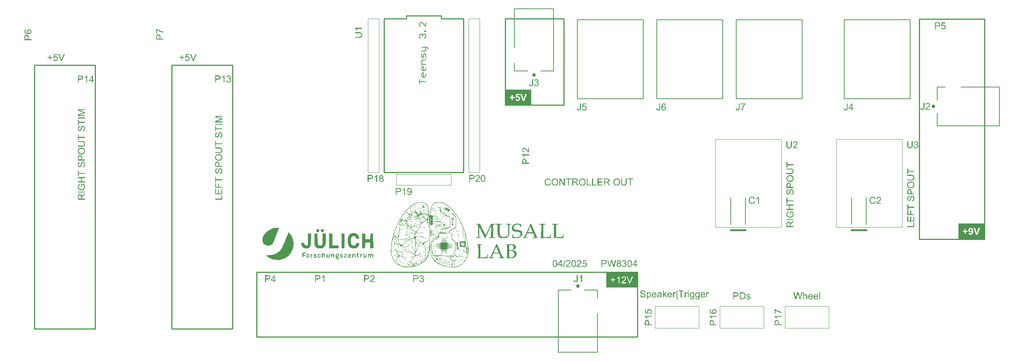
<source format=gbr>
%TF.GenerationSoftware,Altium Limited,Altium Designer,25.8.1 (18)*%
G04 Layer_Color=65535*
%FSLAX45Y45*%
%MOMM*%
%TF.SameCoordinates,54162AFE-A5A8-4166-B9B9-F60AE772EB98*%
%TF.FilePolarity,Positive*%
%TF.FileFunction,Legend,Top*%
%TF.Part,Single*%
G01*
G75*
%TA.AperFunction,NonConductor*%
%ADD35C,0.40000*%
%ADD36C,0.25000*%
%ADD37C,0.10000*%
%ADD38C,0.20000*%
%ADD39C,0.12700*%
%ADD40C,0.25400*%
G36*
X9644583Y5750833D02*
X9645417Y5747500D01*
X9675417Y5746666D01*
X9678333Y5742917D01*
X9693750Y5743333D01*
X9696250Y5741666D01*
X9697083Y5740000D01*
X9700833Y5738750D01*
X9704167Y5739583D01*
X9711667Y5738750D01*
X9713750Y5735833D01*
X9722917Y5735000D01*
X9724583Y5733333D01*
X9725417Y5731666D01*
X9731667Y5730417D01*
X9733750Y5727500D01*
X9743750Y5726666D01*
X9744583Y5725000D01*
X9746667Y5722916D01*
X9752083Y5722500D01*
X9753333Y5719583D01*
X9759167Y5718750D01*
X9760417Y5717500D01*
X9761250Y5715833D01*
X9767500Y5714583D01*
X9768750Y5713333D01*
X9769583Y5711667D01*
X9772083Y5710000D01*
X9772917Y5708333D01*
X9774167Y5707083D01*
X9780000Y5706250D01*
X9782083Y5703333D01*
X9787917Y5702500D01*
X9788750Y5700833D01*
X9794167Y5695417D01*
X9799167Y5694583D01*
X9808750Y5685000D01*
X9809167Y5683750D01*
X9812500Y5682916D01*
X9813333Y5683750D01*
X9817083Y5680833D01*
X9817500Y5679583D01*
X9819167Y5678750D01*
X9821250Y5676667D01*
X9821667Y5675417D01*
X9823333Y5674583D01*
X9824583Y5673333D01*
X9825417Y5671667D01*
X9831667Y5670417D01*
X9833750Y5667500D01*
X9836250Y5665833D01*
X9837083Y5664166D01*
X9838333Y5662917D01*
X9840000Y5662083D01*
X9841667Y5659583D01*
X9843333Y5658750D01*
X9844583Y5657500D01*
X9845417Y5655833D01*
X9848333Y5653750D01*
X9850000Y5651250D01*
X9855833Y5650416D01*
X9857917Y5647500D01*
X9860417Y5645833D01*
X9861250Y5644167D01*
X9862500Y5642917D01*
X9863750Y5642500D01*
X9864583Y5640833D01*
X9866667Y5638750D01*
X9867917Y5638333D01*
X9868750Y5636666D01*
X9870833Y5634583D01*
X9872083Y5634167D01*
X9872917Y5632500D01*
X9874167Y5631250D01*
X9875833Y5630416D01*
X9877917Y5627500D01*
X9880417Y5625833D01*
X9881250Y5624167D01*
X9882500Y5622917D01*
X9883750Y5622500D01*
X9884583Y5620833D01*
X9886667Y5618750D01*
X9887917Y5618333D01*
X9888750Y5616666D01*
X9890000Y5615417D01*
X9891667Y5614583D01*
X9893750Y5611666D01*
X9896250Y5610000D01*
X9897083Y5608333D01*
X9898333Y5607083D01*
X9900000Y5606250D01*
X9902083Y5603333D01*
X9903750Y5602500D01*
X9904583Y5600833D01*
X9906667Y5598750D01*
X9907917Y5598333D01*
X9908750Y5596666D01*
X9910833Y5594583D01*
X9912083Y5594167D01*
X9912917Y5592500D01*
X9914167Y5591250D01*
X9915833Y5590417D01*
X9917917Y5587500D01*
X9920417Y5585833D01*
X9921250Y5584167D01*
X9922500Y5582916D01*
X9924167Y5582083D01*
X9926250Y5579167D01*
X9927917Y5578333D01*
X9928750Y5576667D01*
X9930000Y5575417D01*
X9931667Y5574583D01*
X9932917Y5572500D01*
X9932083Y5570000D01*
X9932917Y5568333D01*
X9934167Y5567083D01*
X9935833Y5566250D01*
X9937500Y5563750D01*
X9939167Y5562916D01*
X9940417Y5561667D01*
X9941250Y5560000D01*
X9944167Y5557916D01*
X9945833Y5555417D01*
X9947500Y5554583D01*
X9948750Y5553333D01*
X9949583Y5551667D01*
X9952083Y5550000D01*
X9952917Y5548333D01*
X9954167Y5547083D01*
X9955833Y5546250D01*
X9957083Y5540000D01*
X9960000Y5537917D01*
X9961250Y5536667D01*
X9961667Y5535416D01*
X9963333Y5534583D01*
X9968750Y5529166D01*
X9969167Y5527917D01*
X9970833Y5527083D01*
X9972917Y5525000D01*
X9973333Y5523750D01*
X9975000Y5522917D01*
X9976250Y5521667D01*
X9977083Y5516667D01*
X9988750Y5505000D01*
X9989583Y5500000D01*
X9990833Y5498750D01*
X9992083Y5498333D01*
X9992917Y5496666D01*
X9998333Y5491250D01*
X10000000Y5490417D01*
X10001250Y5484167D01*
X10002500Y5482917D01*
X10004167Y5482083D01*
X10006250Y5479167D01*
X10007917Y5478333D01*
X10008750Y5476666D01*
X10010000Y5475417D01*
X10011667Y5474583D01*
X10012917Y5468333D01*
X10014167Y5467083D01*
X10015833Y5466250D01*
X10017500Y5463750D01*
X10019167Y5462916D01*
X10020417Y5461666D01*
X10021250Y5455833D01*
X10024167Y5453750D01*
X10028750Y5449167D01*
X10029167Y5447916D01*
X10030833Y5447083D01*
X10032083Y5445833D01*
X10032917Y5440000D01*
X10035833Y5437916D01*
X10039167Y5434583D01*
X10040417Y5434166D01*
X10041250Y5428333D01*
X10042500Y5427083D01*
X10043750Y5426667D01*
X10044583Y5425000D01*
X10046667Y5422917D01*
X10048333Y5422083D01*
X10049583Y5415833D01*
X10052083Y5414166D01*
X10052917Y5412500D01*
X10054167Y5411250D01*
X10055833Y5410416D01*
X10057083Y5404166D01*
X10060000Y5402083D01*
X10061250Y5395833D01*
X10064167Y5393750D01*
X10065000Y5392083D01*
X10066667Y5391250D01*
X10068750Y5389167D01*
X10069167Y5383750D01*
X10070833Y5382917D01*
X10075000Y5378750D01*
X10076250Y5378333D01*
X10077083Y5372500D01*
X10078333Y5371250D01*
X10080000Y5370416D01*
X10081250Y5364167D01*
X10082500Y5362917D01*
X10084167Y5362083D01*
X10085833Y5359583D01*
X10087500Y5358750D01*
X10088750Y5357500D01*
X10089583Y5351666D01*
X10092083Y5350000D01*
X10092917Y5344167D01*
X10095833Y5342083D01*
X10096667Y5337083D01*
X10104583Y5329167D01*
X10105417Y5324167D01*
X10106667Y5322916D01*
X10108333Y5322083D01*
X10109583Y5315833D01*
X10112083Y5314166D01*
X10112917Y5308333D01*
X10114167Y5307083D01*
X10115833Y5306250D01*
X10117083Y5300000D01*
X10120000Y5297917D01*
X10124583Y5293333D01*
X10125417Y5284166D01*
X10126667Y5282917D01*
X10128333Y5282083D01*
X10129583Y5275833D01*
X10132083Y5274166D01*
X10132917Y5268333D01*
X10134167Y5267083D01*
X10135833Y5266250D01*
X10137083Y5260000D01*
X10140417Y5257500D01*
X10140833Y5252083D01*
X10144583Y5250000D01*
X10145417Y5244167D01*
X10146667Y5242917D01*
X10148333Y5242083D01*
X10149583Y5235833D01*
X10152083Y5234167D01*
X10152917Y5228333D01*
X10154167Y5227083D01*
X10155833Y5226250D01*
X10157083Y5220000D01*
X10160000Y5217916D01*
X10160833Y5208750D01*
X10162500Y5207083D01*
X10164167Y5206250D01*
X10165417Y5200000D01*
X10168333Y5197916D01*
X10169583Y5191667D01*
X10172083Y5190000D01*
X10172917Y5186667D01*
X10172083Y5183333D01*
X10172917Y5180000D01*
X10176250Y5178333D01*
X10177083Y5172500D01*
X10178333Y5171250D01*
X10180000Y5170417D01*
X10180833Y5160417D01*
X10184583Y5157500D01*
X10185000Y5152083D01*
X10186667Y5151250D01*
X10188750Y5149166D01*
X10188333Y5141250D01*
X10190833Y5138750D01*
X10192083Y5138333D01*
X10192917Y5135000D01*
X10192083Y5131667D01*
X10192917Y5128333D01*
X10195833Y5126250D01*
X10197083Y5120000D01*
X10200000Y5117917D01*
X10200833Y5108750D01*
X10202500Y5107083D01*
X10204167Y5106250D01*
X10204583Y5100000D01*
X10203750Y5099167D01*
X10205833Y5095417D01*
X10207500Y5094583D01*
X10208750Y5093333D01*
X10208333Y5085417D01*
X10209167Y5083750D01*
X10212083Y5082500D01*
X10212917Y5079167D01*
X10212083Y5075833D01*
X10212917Y5072500D01*
X10214167Y5071250D01*
X10215833Y5070417D01*
X10216667Y5067083D01*
X10216250Y5060833D01*
X10217500Y5059583D01*
X10219167Y5058750D01*
X10220417Y5057500D01*
X10221250Y5048333D01*
X10222500Y5047083D01*
X10224167Y5046250D01*
X10224583Y5040000D01*
X10223750Y5038333D01*
X10225833Y5035417D01*
X10227500Y5034583D01*
X10228750Y5033333D01*
X10228333Y5022083D01*
X10230000Y5019583D01*
X10231667Y5018750D01*
X10232917Y5015000D01*
X10232083Y5011667D01*
X10232917Y5008333D01*
X10235833Y5006250D01*
X10237083Y5003333D01*
X10236250Y5000833D01*
X10237083Y4996667D01*
X10239167Y4994583D01*
X10240417Y4994167D01*
X10241250Y4980000D01*
X10244583Y4977500D01*
X10245417Y4964167D01*
X10246667Y4962917D01*
X10248333Y4962083D01*
X10248750Y4953333D01*
X10247917Y4950833D01*
X10249167Y4947916D01*
X10250833Y4947083D01*
X10252917Y4945000D01*
X10252083Y4937500D01*
X10254167Y4935417D01*
X10255833Y4934583D01*
X10256667Y4917083D01*
X10258333Y4915417D01*
X10260000Y4914583D01*
X10260833Y4900417D01*
X10264583Y4897500D01*
X10265417Y4884167D01*
X10266667Y4882917D01*
X10268333Y4882083D01*
X10268750Y4870000D01*
X10267917Y4867500D01*
X10268750Y4865000D01*
X10270833Y4862917D01*
X10272083Y4862500D01*
X10272917Y4859167D01*
X10272083Y4855833D01*
X10272917Y4844167D01*
X10276250Y4841666D01*
X10277083Y4824167D01*
X10280000Y4822083D01*
X10280833Y4800417D01*
X10284583Y4797500D01*
X10284167Y4778750D01*
X10285417Y4775833D01*
X10288333Y4773750D01*
X10288750Y4750000D01*
X10287917Y4747500D01*
X10288750Y4745000D01*
X10290833Y4742917D01*
X10292083Y4742500D01*
X10292917Y4739167D01*
X10292083Y4735833D01*
X10292917Y4704167D01*
X10296250Y4702500D01*
X10295833Y4592083D01*
X10292917Y4590833D01*
X10292083Y4587500D01*
X10292500Y4562083D01*
X10290833Y4559583D01*
X10289167Y4558750D01*
X10287917Y4555000D01*
X10288750Y4551667D01*
X10287917Y4540833D01*
X10286667Y4539583D01*
X10285000Y4538750D01*
X10284167Y4524583D01*
X10280417Y4521667D01*
X10279583Y4508333D01*
X10278333Y4507083D01*
X10276667Y4506250D01*
X10276250Y4500833D01*
X10277083Y4499167D01*
X10275833Y4496250D01*
X10274167Y4495416D01*
X10272083Y4493333D01*
X10272500Y4486250D01*
X10270000Y4482917D01*
X10268750Y4482500D01*
X10267917Y4476667D01*
X10266667Y4475416D01*
X10265000Y4474583D01*
X10264167Y4471250D01*
X10264583Y4465000D01*
X10263333Y4463750D01*
X10261667Y4462917D01*
X10260417Y4461666D01*
X10260000Y4456250D01*
X10256250Y4454167D01*
X10255417Y4448333D01*
X10254167Y4447083D01*
X10252500Y4446250D01*
X10251250Y4440000D01*
X10248750Y4438333D01*
X10247917Y4432500D01*
X10245000Y4430417D01*
X10243333Y4427916D01*
X10241667Y4427083D01*
X10240417Y4425833D01*
X10239583Y4420000D01*
X10236667Y4417916D01*
X10235833Y4412083D01*
X10234167Y4411250D01*
X10230000Y4407083D01*
X10228750Y4406667D01*
X10227917Y4400833D01*
X10226667Y4399583D01*
X10225000Y4398750D01*
X10222917Y4395833D01*
X10218333Y4391250D01*
X10216667Y4390417D01*
X10215417Y4384166D01*
X10212083Y4381667D01*
X10211250Y4380000D01*
X10208750Y4378333D01*
X10207917Y4376667D01*
X10206667Y4375416D01*
X10205000Y4374583D01*
X10202917Y4371667D01*
X10200417Y4370000D01*
X10199583Y4368333D01*
X10198333Y4367083D01*
X10196667Y4366250D01*
X10195417Y4360000D01*
X10192500Y4357917D01*
X10190833Y4355416D01*
X10189167Y4354583D01*
X10187917Y4353333D01*
X10187500Y4352083D01*
X10185833Y4351250D01*
X10183750Y4349167D01*
X10183333Y4347917D01*
X10181667Y4347083D01*
X10180417Y4345833D01*
X10179583Y4344167D01*
X10176667Y4342083D01*
X10175000Y4339583D01*
X10173333Y4338750D01*
X10172083Y4337500D01*
X10171250Y4335833D01*
X10168333Y4333750D01*
X10167500Y4332083D01*
X10165833Y4331250D01*
X10164583Y4330000D01*
X10163750Y4328333D01*
X10160833Y4327083D01*
X10158333Y4327917D01*
X10156250Y4325833D01*
X10155417Y4324167D01*
X10152500Y4322083D01*
X10150833Y4319583D01*
X10149167Y4318750D01*
X10147083Y4315833D01*
X10144583Y4314167D01*
X10143750Y4312500D01*
X10142500Y4311250D01*
X10136667Y4310417D01*
X10134583Y4307500D01*
X10132917Y4306667D01*
X10132083Y4305000D01*
X10130000Y4302916D01*
X10128750Y4302500D01*
X10127917Y4300833D01*
X10126667Y4299583D01*
X10121250Y4299167D01*
X10120417Y4297500D01*
X10114167Y4291250D01*
X10109167Y4290417D01*
X10107917Y4289167D01*
X10107500Y4287916D01*
X10105417Y4287500D01*
X10102500Y4287916D01*
X10100417Y4285833D01*
X10099583Y4284167D01*
X10096667Y4282083D01*
X10095000Y4279583D01*
X10089167Y4278750D01*
X10087083Y4275833D01*
X10080833Y4274583D01*
X10078750Y4271667D01*
X10074167Y4271250D01*
X10071667Y4272083D01*
X10068750Y4270833D01*
X10067500Y4267917D01*
X10061667Y4267083D01*
X10060417Y4265833D01*
X10059583Y4264166D01*
X10053333Y4262917D01*
X10052083Y4261667D01*
X10051250Y4260000D01*
X10041250Y4259166D01*
X10040417Y4257500D01*
X10038333Y4255417D01*
X10025000Y4254583D01*
X10022917Y4251667D01*
X10018333Y4251250D01*
X10015833Y4252083D01*
X10012917Y4250833D01*
X10012083Y4249167D01*
X10010000Y4247083D01*
X10001667Y4247917D01*
X9993333Y4247083D01*
X9990833Y4243750D01*
X9960833Y4242917D01*
X9960000Y4239583D01*
X9868750Y4240000D01*
X9867917Y4242500D01*
X9866667Y4243750D01*
X9837083Y4244167D01*
X9836250Y4245833D01*
X9834167Y4247917D01*
X9814583Y4247500D01*
X9812917Y4248333D01*
X9812083Y4250000D01*
X9810000Y4252083D01*
X9799167Y4251250D01*
X9793333Y4252083D01*
X9790833Y4255417D01*
X9788333Y4256250D01*
X9785833Y4255417D01*
X9773333Y4256250D01*
X9772083Y4257500D01*
X9771250Y4259166D01*
X9757917Y4260000D01*
X9756250Y4261667D01*
X9755417Y4263333D01*
X9741250Y4264166D01*
X9738333Y4267917D01*
X9730417Y4267500D01*
X9727917Y4270000D01*
X9727500Y4271250D01*
X9724167Y4272083D01*
X9720833Y4271250D01*
X9717500Y4272083D01*
X9716250Y4273333D01*
X9715417Y4275000D01*
X9712083Y4275833D01*
X9705833Y4275417D01*
X9704583Y4276667D01*
X9703750Y4278333D01*
X9702500Y4279583D01*
X9693333Y4280417D01*
X9692083Y4281667D01*
X9691250Y4283333D01*
X9685000Y4283750D01*
X9684167Y4282917D01*
X9680417Y4285000D01*
X9679583Y4286667D01*
X9678333Y4287916D01*
X9674583Y4287500D01*
X9672917Y4288333D01*
X9672083Y4290000D01*
X9670000Y4292083D01*
X9662500Y4291250D01*
X9660417Y4293333D01*
X9659583Y4295000D01*
X9653333Y4296250D01*
X9652083Y4297500D01*
X9651250Y4299167D01*
X9645000Y4300417D01*
X9642917Y4303333D01*
X9637083Y4304167D01*
X9636250Y4305833D01*
X9634167Y4307916D01*
X9630417Y4307500D01*
X9628750Y4308333D01*
X9627500Y4311250D01*
X9621667Y4312083D01*
X9620417Y4313333D01*
X9619583Y4315000D01*
X9613333Y4316250D01*
X9612083Y4317500D01*
X9611250Y4319167D01*
X9605000Y4320417D01*
X9602917Y4323333D01*
X9600417Y4325000D01*
X9599583Y4326666D01*
X9598333Y4327917D01*
X9594583Y4327500D01*
X9592917Y4328333D01*
X9592083Y4330000D01*
X9590833Y4331250D01*
X9585833Y4332083D01*
X9579583Y4338333D01*
X9579167Y4339583D01*
X9573333Y4340417D01*
X9572083Y4341666D01*
X9571667Y4342917D01*
X9570000Y4343750D01*
X9567917Y4345833D01*
X9567500Y4347083D01*
X9564167Y4347917D01*
X9563333Y4347083D01*
X9560417Y4349167D01*
X9559583Y4350833D01*
X9556250Y4353333D01*
X9555417Y4355000D01*
X9552083Y4357500D01*
X9551250Y4359167D01*
X9545000Y4360416D01*
X9542917Y4363333D01*
X9540417Y4365000D01*
X9539583Y4366667D01*
X9538333Y4367917D01*
X9537083Y4368333D01*
X9536250Y4370000D01*
X9534167Y4372083D01*
X9532917Y4372500D01*
X9532083Y4374167D01*
X9530833Y4375416D01*
X9525000Y4376250D01*
X9522917Y4379167D01*
X9498333Y4403750D01*
X9496667Y4404583D01*
X9495417Y4410833D01*
X9492917Y4412500D01*
X9492083Y4414167D01*
X9490833Y4415417D01*
X9489167Y4416250D01*
X9487083Y4419167D01*
X9484583Y4420833D01*
X9483750Y4422500D01*
X9482500Y4423750D01*
X9480833Y4424583D01*
X9478750Y4427500D01*
X9476250Y4429167D01*
X9475417Y4435000D01*
X9472500Y4437083D01*
X9470833Y4439583D01*
X9469167Y4440417D01*
X9467917Y4446666D01*
X9463750Y4450000D01*
X9463333Y4451250D01*
X9461667Y4452083D01*
X9460417Y4453333D01*
X9460000Y4458750D01*
X9458333Y4459583D01*
X9456250Y4461666D01*
X9455417Y4466666D01*
X9454167Y4467917D01*
X9452917Y4468333D01*
X9451250Y4475000D01*
X9448750Y4476667D01*
X9447917Y4482500D01*
X9446667Y4483750D01*
X9445000Y4484583D01*
X9443750Y4490833D01*
X9440833Y4492917D01*
X9440000Y4498750D01*
X9438333Y4499583D01*
X9436250Y4501667D01*
X9436667Y4508750D01*
X9435000Y4511250D01*
X9433333Y4512083D01*
X9432083Y4513333D01*
X9431250Y4519166D01*
X9428750Y4520833D01*
X9427917Y4524166D01*
X9428750Y4527500D01*
X9427917Y4530833D01*
X9424583Y4532500D01*
X9423750Y4546667D01*
X9420833Y4548750D01*
X9420000Y4558750D01*
X9418333Y4559583D01*
X9416250Y4561667D01*
X9416667Y4577083D01*
X9415000Y4579583D01*
X9413333Y4580417D01*
X9412083Y4581666D01*
X9412500Y4597083D01*
X9410833Y4599583D01*
X9409167Y4600417D01*
X9407917Y4604167D01*
X9408750Y4606667D01*
X9407917Y4622500D01*
X9406667Y4623750D01*
X9405000Y4624583D01*
X9404167Y4657917D01*
X9400417Y4661667D01*
X9400833Y4685417D01*
X9400000Y4687083D01*
X9396250Y4686667D01*
X9395417Y4655833D01*
X9392083Y4653333D01*
X9392500Y4625416D01*
X9390000Y4622917D01*
X9388750Y4622500D01*
X9387917Y4619167D01*
X9388750Y4615833D01*
X9387917Y4600833D01*
X9386667Y4599583D01*
X9385000Y4598750D01*
X9384167Y4595417D01*
X9384583Y4577500D01*
X9382500Y4575417D01*
X9380833Y4574583D01*
X9380000Y4560417D01*
X9376250Y4557500D01*
X9375417Y4544167D01*
X9372500Y4542083D01*
X9372083Y4537500D01*
X9372917Y4535000D01*
X9371667Y4532083D01*
X9370000Y4531250D01*
X9368750Y4530000D01*
X9367917Y4526667D01*
X9368750Y4524166D01*
X9367917Y4520833D01*
X9366667Y4519583D01*
X9365000Y4518750D01*
X9364167Y4508750D01*
X9360417Y4505833D01*
X9359583Y4500000D01*
X9356667Y4497917D01*
X9355833Y4492083D01*
X9352917Y4490833D01*
X9351250Y4484167D01*
X9350000Y4482917D01*
X9348750Y4482500D01*
X9347917Y4476667D01*
X9346667Y4475416D01*
X9345000Y4474583D01*
X9343750Y4468333D01*
X9340417Y4465833D01*
X9339583Y4460000D01*
X9336250Y4457500D01*
X9335833Y4452083D01*
X9334167Y4451250D01*
X9330000Y4447083D01*
X9328750Y4446666D01*
X9327917Y4440833D01*
X9325833Y4438750D01*
X9324583Y4438333D01*
X9323750Y4436667D01*
X9318333Y4431250D01*
X9316667Y4430417D01*
X9315417Y4424167D01*
X9312500Y4422083D01*
X9310833Y4419583D01*
X9309167Y4418750D01*
X9307083Y4415833D01*
X9304583Y4414167D01*
X9303750Y4412500D01*
X9302500Y4411250D01*
X9300833Y4410417D01*
X9299583Y4404166D01*
X9296667Y4402083D01*
X9295000Y4399583D01*
X9293333Y4398750D01*
X9292083Y4397500D01*
X9291250Y4395833D01*
X9288333Y4393750D01*
X9287500Y4392083D01*
X9285833Y4391250D01*
X9283750Y4389166D01*
X9283333Y4387917D01*
X9281667Y4387083D01*
X9280417Y4385833D01*
X9279583Y4384166D01*
X9276667Y4382083D01*
X9275000Y4379583D01*
X9269167Y4378750D01*
X9266667Y4375416D01*
X9265000Y4374583D01*
X9262500Y4371250D01*
X9260833Y4370416D01*
X9258333Y4367083D01*
X9256667Y4366250D01*
X9255000Y4363750D01*
X9253333Y4362917D01*
X9252083Y4361667D01*
X9251250Y4360000D01*
X9245000Y4358750D01*
X9242917Y4355833D01*
X9241250Y4355000D01*
X9240417Y4353333D01*
X9238333Y4351250D01*
X9237083Y4350833D01*
X9236250Y4349167D01*
X9235000Y4347917D01*
X9232917Y4347500D01*
X9230833Y4347917D01*
X9228750Y4346666D01*
X9227917Y4345000D01*
X9223750Y4340833D01*
X9223333Y4339583D01*
X9217500Y4338750D01*
X9212083Y4333333D01*
X9211667Y4332083D01*
X9205000Y4330417D01*
X9203333Y4327917D01*
X9201250Y4327500D01*
X9198333Y4327917D01*
X9196250Y4325833D01*
X9195417Y4324167D01*
X9189167Y4322917D01*
X9187083Y4320000D01*
X9184583Y4318333D01*
X9183750Y4316666D01*
X9182500Y4315417D01*
X9177083Y4315000D01*
X9176250Y4313333D01*
X9174167Y4311250D01*
X9169167Y4310417D01*
X9167917Y4309167D01*
X9167500Y4307916D01*
X9165000Y4307083D01*
X9162500Y4307916D01*
X9160417Y4305833D01*
X9159583Y4304167D01*
X9153333Y4302916D01*
X9152083Y4301667D01*
X9151250Y4300000D01*
X9145000Y4298750D01*
X9142917Y4295833D01*
X9136667Y4295417D01*
X9135833Y4296250D01*
X9132083Y4293333D01*
X9131667Y4292083D01*
X9125000Y4290417D01*
X9123333Y4287916D01*
X9120000Y4287083D01*
X9116667Y4287916D01*
X9113333Y4287083D01*
X9110833Y4283750D01*
X9105000Y4282917D01*
X9102500Y4279583D01*
X9093333Y4278750D01*
X9092083Y4277500D01*
X9091250Y4275833D01*
X9085000Y4275417D01*
X9084167Y4276250D01*
X9080417Y4274166D01*
X9079583Y4272500D01*
X9078333Y4271250D01*
X9070417Y4271667D01*
X9067917Y4269166D01*
X9067500Y4267917D01*
X9064167Y4267083D01*
X9060833Y4267917D01*
X9053333Y4267083D01*
X9051250Y4264166D01*
X9047917Y4263333D01*
X9042500Y4263750D01*
X9040417Y4261667D01*
X9039583Y4260000D01*
X9021250Y4259166D01*
X9020417Y4257500D01*
X9018333Y4255417D01*
X9005000Y4254583D01*
X9002917Y4251667D01*
X8990833Y4251250D01*
X8988333Y4252083D01*
X8985833Y4251250D01*
X8984583Y4250000D01*
X8983750Y4248333D01*
X8980000Y4247083D01*
X8977500Y4247917D01*
X8957500Y4247083D01*
X8956250Y4245833D01*
X8955417Y4244167D01*
X8917917Y4243333D01*
X8916250Y4241667D01*
X8915833Y4239583D01*
X8844583Y4240000D01*
X8843750Y4242500D01*
X8842500Y4243750D01*
X8809167Y4244583D01*
X8807917Y4245833D01*
X8807083Y4247500D01*
X8794167Y4247917D01*
X8791667Y4247083D01*
X8790000Y4247917D01*
X8787917Y4250000D01*
X8787500Y4251250D01*
X8784167Y4252083D01*
X8780833Y4251250D01*
X8773333Y4252083D01*
X8771250Y4255000D01*
X8768333Y4256250D01*
X8765833Y4255417D01*
X8761667Y4256250D01*
X8760417Y4257500D01*
X8759583Y4259166D01*
X8749583Y4260000D01*
X8746667Y4263750D01*
X8739583Y4263333D01*
X8737083Y4264166D01*
X8736250Y4265833D01*
X8734167Y4267917D01*
X8728750Y4268333D01*
X8727500Y4271250D01*
X8721667Y4272083D01*
X8720417Y4273333D01*
X8719583Y4275000D01*
X8713333Y4276250D01*
X8712083Y4277500D01*
X8711250Y4279166D01*
X8705000Y4280417D01*
X8702917Y4283333D01*
X8697083Y4284167D01*
X8696250Y4285833D01*
X8694167Y4287916D01*
X8691250Y4287500D01*
X8688333Y4289583D01*
X8683750Y4294167D01*
X8683333Y4295417D01*
X8677500Y4296250D01*
X8676250Y4297500D01*
X8675833Y4298750D01*
X8674167Y4299583D01*
X8672083Y4301667D01*
X8671250Y4303333D01*
X8665000Y4304583D01*
X8663333Y4307083D01*
X8661667Y4307916D01*
X8660417Y4309167D01*
X8659583Y4310833D01*
X8656667Y4312916D01*
X8655000Y4315417D01*
X8649167Y4316250D01*
X8647083Y4319167D01*
X8644583Y4320833D01*
X8643750Y4322500D01*
X8642500Y4323750D01*
X8640833Y4324583D01*
X8638750Y4327500D01*
X8637083Y4328333D01*
X8636250Y4330000D01*
X8634167Y4332083D01*
X8632917Y4332500D01*
X8632083Y4334167D01*
X8630833Y4335417D01*
X8629167Y4336250D01*
X8627083Y4339167D01*
X8621250Y4340000D01*
X8620417Y4341666D01*
X8614167Y4347917D01*
X8612917Y4348333D01*
X8611250Y4355000D01*
X8608750Y4356667D01*
X8607917Y4358333D01*
X8606667Y4359583D01*
X8605000Y4360416D01*
X8602500Y4363750D01*
X8600833Y4364583D01*
X8598333Y4367917D01*
X8597083Y4368333D01*
X8596250Y4370000D01*
X8594167Y4372083D01*
X8592917Y4372500D01*
X8592083Y4374167D01*
X8590833Y4375416D01*
X8589167Y4376250D01*
X8587083Y4379167D01*
X8584583Y4380833D01*
X8583750Y4386667D01*
X8580833Y4388750D01*
X8579167Y4391250D01*
X8577500Y4392083D01*
X8576250Y4393333D01*
X8575417Y4395000D01*
X8572500Y4397083D01*
X8571667Y4402917D01*
X8570000Y4403750D01*
X8567917Y4405833D01*
X8567500Y4407083D01*
X8565833Y4407917D01*
X8564583Y4409166D01*
X8563750Y4415000D01*
X8560833Y4417083D01*
X8556250Y4421667D01*
X8555417Y4426667D01*
X8554167Y4427916D01*
X8552917Y4428333D01*
X8551250Y4435000D01*
X8548750Y4436667D01*
X8547917Y4442500D01*
X8546667Y4443750D01*
X8545000Y4444583D01*
X8543750Y4450833D01*
X8540833Y4452917D01*
X8540000Y4458750D01*
X8538333Y4459583D01*
X8536250Y4461666D01*
X8535833Y4467083D01*
X8532917Y4468333D01*
X8531250Y4475000D01*
X8528750Y4476667D01*
X8527917Y4480000D01*
X8528750Y4483333D01*
X8527917Y4486667D01*
X8525000Y4488750D01*
X8524167Y4492083D01*
X8524583Y4497500D01*
X8522500Y4499583D01*
X8520833Y4500416D01*
X8520000Y4510417D01*
X8516250Y4513333D01*
X8516667Y4520417D01*
X8515833Y4522917D01*
X8512917Y4524166D01*
X8512083Y4527500D01*
X8512500Y4541250D01*
X8511667Y4542916D01*
X8510000Y4543750D01*
X8508750Y4545000D01*
X8507917Y4548333D01*
X8508750Y4550833D01*
X8507917Y4562500D01*
X8506667Y4563750D01*
X8505000Y4564583D01*
X8504167Y4597917D01*
X8502500Y4599583D01*
X8500417Y4600000D01*
X8500833Y4699583D01*
X8504167Y4700417D01*
X8505000Y4738750D01*
X8506667Y4739583D01*
X8508750Y4741667D01*
X8508333Y4768750D01*
X8510417Y4771667D01*
X8512083Y4772500D01*
X8512917Y4775833D01*
X8512083Y4779166D01*
X8512917Y4798333D01*
X8514167Y4799583D01*
X8515833Y4800417D01*
X8517083Y4803333D01*
X8516250Y4805833D01*
X8517083Y4818333D01*
X8518333Y4819583D01*
X8520000Y4820417D01*
X8520833Y4842083D01*
X8522500Y4843750D01*
X8524167Y4844583D01*
X8525000Y4862083D01*
X8526667Y4863750D01*
X8527917Y4864167D01*
X8528750Y4867500D01*
X8528333Y4881250D01*
X8529167Y4882917D01*
X8530833Y4883750D01*
X8532917Y4885833D01*
X8532083Y4894166D01*
X8532917Y4898333D01*
X8534167Y4899583D01*
X8535833Y4900417D01*
X8536667Y4913750D01*
X8538333Y4915417D01*
X8540000Y4916250D01*
X8540833Y4930417D01*
X8544583Y4933333D01*
X8545417Y4946667D01*
X8546667Y4947916D01*
X8548333Y4948750D01*
X8548750Y4957500D01*
X8547917Y4960000D01*
X8549167Y4962917D01*
X8550833Y4963750D01*
X8552917Y4965833D01*
X8552083Y4974167D01*
X8552917Y4978333D01*
X8554167Y4979583D01*
X8555833Y4980417D01*
X8557083Y4983333D01*
X8556250Y4985833D01*
X8557083Y4990833D01*
X8560417Y4992500D01*
X8561250Y5006667D01*
X8564583Y5009167D01*
X8565000Y5018750D01*
X8566667Y5019583D01*
X8568750Y5021667D01*
X8568333Y5032917D01*
X8570000Y5035417D01*
X8571667Y5036250D01*
X8572917Y5040000D01*
X8572083Y5043333D01*
X8572917Y5046667D01*
X8576250Y5048333D01*
X8576667Y5052083D01*
X8576250Y5057500D01*
X8578333Y5059583D01*
X8580000Y5060417D01*
X8580833Y5070417D01*
X8584583Y5073333D01*
X8585417Y5082500D01*
X8586667Y5083750D01*
X8588333Y5084583D01*
X8588750Y5089167D01*
X8587917Y5091666D01*
X8590000Y5095417D01*
X8591667Y5096250D01*
X8592917Y5097500D01*
X8592083Y5105000D01*
X8593333Y5107083D01*
X8595000Y5107917D01*
X8596250Y5109167D01*
X8597083Y5118333D01*
X8598333Y5119583D01*
X8600000Y5120416D01*
X8601250Y5126667D01*
X8604167Y5128750D01*
X8605000Y5138750D01*
X8607917Y5140000D01*
X8608750Y5143333D01*
X8607917Y5148333D01*
X8610000Y5151250D01*
X8611667Y5152083D01*
X8612917Y5158333D01*
X8614167Y5159583D01*
X8615833Y5160417D01*
X8617083Y5163333D01*
X8616250Y5165833D01*
X8617083Y5170000D01*
X8619167Y5172083D01*
X8620417Y5172500D01*
X8621250Y5178333D01*
X8622500Y5179583D01*
X8624167Y5180417D01*
X8624583Y5186667D01*
X8623750Y5187500D01*
X8625833Y5191250D01*
X8627500Y5192083D01*
X8628750Y5193333D01*
X8629167Y5198750D01*
X8630833Y5199583D01*
X8632083Y5200833D01*
X8632917Y5206666D01*
X8636250Y5208333D01*
X8637083Y5214167D01*
X8638333Y5215417D01*
X8640000Y5216250D01*
X8640833Y5226250D01*
X8644583Y5229167D01*
X8645417Y5235000D01*
X8648333Y5237083D01*
X8649167Y5242917D01*
X8652083Y5244167D01*
X8652917Y5250000D01*
X8654167Y5251250D01*
X8655833Y5252083D01*
X8657083Y5258333D01*
X8658333Y5259583D01*
X8660000Y5260416D01*
X8661250Y5266667D01*
X8664167Y5268750D01*
X8665417Y5275000D01*
X8668333Y5277083D01*
X8669167Y5282917D01*
X8672083Y5284166D01*
X8672917Y5290000D01*
X8674167Y5291250D01*
X8675833Y5292083D01*
X8677083Y5298333D01*
X8678333Y5299583D01*
X8680000Y5300417D01*
X8681250Y5306667D01*
X8684583Y5309166D01*
X8685417Y5315000D01*
X8688333Y5317083D01*
X8689167Y5322916D01*
X8692083Y5324167D01*
X8692917Y5330000D01*
X8695000Y5332083D01*
X8696250Y5332500D01*
X8697083Y5334167D01*
X8698333Y5335417D01*
X8700000Y5336250D01*
X8701250Y5342500D01*
X8702500Y5343750D01*
X8704167Y5344583D01*
X8705417Y5350833D01*
X8708333Y5352917D01*
X8709167Y5358750D01*
X8710833Y5359583D01*
X8712917Y5361666D01*
X8713333Y5362917D01*
X8715000Y5363750D01*
X8716250Y5365000D01*
X8717083Y5370000D01*
X8719167Y5372083D01*
X8720417Y5372500D01*
X8721250Y5378333D01*
X8722500Y5379583D01*
X8723750Y5380000D01*
X8724583Y5381667D01*
X8726667Y5383750D01*
X8728333Y5384583D01*
X8729583Y5390833D01*
X8732083Y5392500D01*
X8732917Y5398333D01*
X8734167Y5399583D01*
X8735833Y5400416D01*
X8737500Y5402917D01*
X8739167Y5403750D01*
X8740417Y5405000D01*
X8741250Y5410833D01*
X8744583Y5413333D01*
X8745000Y5414583D01*
X8746667Y5415417D01*
X8748750Y5417500D01*
X8749167Y5422917D01*
X8750833Y5423750D01*
X8755000Y5427916D01*
X8756250Y5428333D01*
X8757083Y5434166D01*
X8758333Y5435417D01*
X8759583Y5435833D01*
X8760417Y5437500D01*
X8762500Y5439583D01*
X8764167Y5440417D01*
X8765417Y5446667D01*
X8768333Y5448750D01*
X8770000Y5451250D01*
X8771667Y5452083D01*
X8772917Y5458333D01*
X8774167Y5459583D01*
X8775833Y5460417D01*
X8777500Y5462916D01*
X8779167Y5463750D01*
X8780417Y5465000D01*
X8781250Y5466666D01*
X8784167Y5468750D01*
X8785000Y5474583D01*
X8786667Y5475417D01*
X8792917Y5481666D01*
X8793333Y5482917D01*
X8795000Y5483750D01*
X8796250Y5485000D01*
X8797083Y5490000D01*
X8806667Y5499583D01*
X8807917Y5500000D01*
X8809583Y5506666D01*
X8810833Y5507917D01*
X8812083Y5508333D01*
X8812917Y5510000D01*
X8815000Y5512083D01*
X8816250Y5512500D01*
X8817083Y5514167D01*
X8818333Y5515416D01*
X8820000Y5516250D01*
X8821250Y5522500D01*
X8822500Y5523750D01*
X8824167Y5524583D01*
X8825833Y5527083D01*
X8827500Y5527917D01*
X8828750Y5529166D01*
X8829583Y5530833D01*
X8832083Y5532500D01*
X8832917Y5534166D01*
X8834167Y5535416D01*
X8835833Y5536250D01*
X8837083Y5542500D01*
X8840417Y5545000D01*
X8841250Y5546667D01*
X8844583Y5549166D01*
X8845417Y5550833D01*
X8848750Y5553333D01*
X8849583Y5555000D01*
X8852917Y5557500D01*
X8853333Y5558750D01*
X8855000Y5559583D01*
X8856250Y5560833D01*
X8857083Y5562500D01*
X8860000Y5564583D01*
X8861250Y5570833D01*
X8864167Y5572916D01*
X8944583Y5653333D01*
X8945417Y5655000D01*
X8951667Y5656250D01*
X8952917Y5657500D01*
X8953333Y5658750D01*
X8955000Y5659583D01*
X8957083Y5661667D01*
X8957500Y5662917D01*
X8959167Y5663750D01*
X8960417Y5665000D01*
X8961250Y5666667D01*
X8964167Y5668750D01*
X8965833Y5671250D01*
X8967500Y5672083D01*
X8968750Y5673333D01*
X8969583Y5675000D01*
X8975833Y5676250D01*
X8977917Y5679166D01*
X8980417Y5680833D01*
X8981250Y5682500D01*
X8984167Y5684583D01*
X8985833Y5687083D01*
X8991667Y5687916D01*
X8994167Y5691250D01*
X8995833Y5692083D01*
X8998333Y5695417D01*
X9003750Y5695833D01*
X9004583Y5697500D01*
X9010000Y5702916D01*
X9015000Y5703750D01*
X9017083Y5705833D01*
X9017500Y5707083D01*
X9023333Y5707916D01*
X9024583Y5709167D01*
X9025417Y5710833D01*
X9028750Y5713333D01*
X9029583Y5715000D01*
X9035833Y5716250D01*
X9037917Y5719167D01*
X9044167Y5720417D01*
X9045833Y5722916D01*
X9051667Y5723750D01*
X9053333Y5727083D01*
X9059167Y5727916D01*
X9061250Y5730000D01*
X9061667Y5731250D01*
X9071667Y5732083D01*
X9073750Y5735000D01*
X9079167Y5735417D01*
X9080833Y5734583D01*
X9083750Y5735833D01*
X9084583Y5737500D01*
X9086667Y5739583D01*
X9098750Y5739167D01*
X9100417Y5740833D01*
X9101250Y5742500D01*
X9105000Y5743750D01*
X9107500Y5742917D01*
X9115000Y5743750D01*
X9117083Y5745833D01*
X9117500Y5747083D01*
X9147500Y5747917D01*
X9148750Y5749167D01*
X9149167Y5751250D01*
X9161667D01*
X9227917Y5750833D01*
X9230000Y5747083D01*
X9251667Y5746250D01*
X9252917Y5745000D01*
X9253750Y5743333D01*
X9262500Y5742917D01*
X9265000Y5743750D01*
X9267917Y5742500D01*
X9268750Y5740833D01*
X9270833Y5738750D01*
X9279167Y5739583D01*
X9283333Y5738750D01*
X9284583Y5737500D01*
X9285417Y5735833D01*
X9291667Y5734583D01*
X9294167Y5731250D01*
X9300000Y5730417D01*
X9302083Y5727500D01*
X9307083Y5726666D01*
X9312917Y5720833D01*
X9313333Y5719583D01*
X9319167Y5718750D01*
X9320417Y5717500D01*
X9321250Y5715833D01*
X9324583Y5713333D01*
X9325417Y5711667D01*
X9328750Y5709167D01*
X9329167Y5707916D01*
X9330833Y5707083D01*
X9332083Y5705833D01*
X9332917Y5700000D01*
X9335833Y5697916D01*
X9340417Y5693333D01*
X9340833Y5687916D01*
X9344583Y5685833D01*
X9345417Y5680000D01*
X9346667Y5678750D01*
X9348333Y5677917D01*
X9348750Y5675000D01*
X9347917Y5674166D01*
X9350000Y5671250D01*
X9351667Y5670417D01*
X9352917Y5664166D01*
X9355833Y5662083D01*
X9357083Y5659166D01*
X9356250Y5656667D01*
X9357083Y5652500D01*
X9358333Y5651250D01*
X9360000Y5650416D01*
X9360833Y5640416D01*
X9364583Y5637500D01*
X9364167Y5630416D01*
X9365000Y5627917D01*
X9366667Y5627083D01*
X9368750Y5625000D01*
X9368333Y5609583D01*
X9370000Y5607083D01*
X9371667Y5606250D01*
X9372917Y5602500D01*
X9372083Y5600000D01*
X9372917Y5588333D01*
X9374167Y5587083D01*
X9375833Y5586250D01*
X9376667Y5564583D01*
X9380417Y5561667D01*
X9381250Y5535833D01*
X9384167Y5533750D01*
X9384583Y5504167D01*
X9383750Y5502500D01*
X9385833Y5499583D01*
X9387500Y5498750D01*
X9388750Y5497500D01*
X9388333Y5457916D01*
X9390000Y5455417D01*
X9391667Y5454583D01*
X9392917Y5450833D01*
X9392083Y5448333D01*
X9392917Y5396667D01*
X9394167Y5395416D01*
X9395833Y5394583D01*
X9396667Y5336250D01*
X9399167Y5335417D01*
X9401250Y5337500D01*
X9400833Y5344583D01*
X9401250Y5345000D01*
X9400417Y5347500D01*
X9401250Y5390000D01*
X9404583Y5393333D01*
X9405417Y5450833D01*
X9408333Y5452916D01*
X9408750Y5490000D01*
X9407917Y5492500D01*
X9410000Y5495416D01*
X9411667Y5496250D01*
X9412917Y5497500D01*
X9412083Y5505833D01*
X9412917Y5508333D01*
X9412083Y5510833D01*
X9412917Y5530000D01*
X9414167Y5531250D01*
X9415833Y5532083D01*
X9417083Y5535833D01*
X9416250Y5538333D01*
X9417083Y5562500D01*
X9420000Y5564583D01*
X9420833Y5586250D01*
X9424583Y5589167D01*
X9425417Y5606666D01*
X9428750Y5609167D01*
X9428333Y5621250D01*
X9430833Y5623750D01*
X9432083Y5624167D01*
X9432917Y5627500D01*
X9432083Y5630833D01*
X9432917Y5638333D01*
X9435833Y5640416D01*
X9437083Y5643333D01*
X9436250Y5645833D01*
X9437083Y5650000D01*
X9438333Y5651250D01*
X9440000Y5652083D01*
X9440833Y5662083D01*
X9444583Y5665000D01*
X9445417Y5670833D01*
X9448333Y5672917D01*
X9449167Y5678750D01*
X9452083Y5680000D01*
X9452917Y5685833D01*
X9455000Y5687916D01*
X9456250Y5688333D01*
X9457083Y5694166D01*
X9458333Y5695417D01*
X9460000Y5696250D01*
X9462500Y5699583D01*
X9463750Y5700000D01*
X9464583Y5701667D01*
X9466667Y5703750D01*
X9468333Y5704583D01*
X9469583Y5710833D01*
X9472083Y5712500D01*
X9472917Y5714167D01*
X9474167Y5715417D01*
X9480000Y5716250D01*
X9482083Y5719167D01*
X9483750Y5720000D01*
X9484583Y5721666D01*
X9486667Y5723750D01*
X9487917Y5724167D01*
X9488750Y5725833D01*
X9490000Y5727083D01*
X9495833Y5727916D01*
X9498333Y5731250D01*
X9503750Y5731666D01*
X9505833Y5735417D01*
X9513750Y5735000D01*
X9516250Y5736666D01*
X9517083Y5738333D01*
X9518333Y5739583D01*
X9526250Y5739167D01*
X9527917Y5740000D01*
X9528750Y5741666D01*
X9530833Y5743750D01*
X9539167Y5742917D01*
X9547500Y5743750D01*
X9550000Y5747083D01*
X9575833Y5747917D01*
X9576667Y5751250D01*
X9644583Y5750833D01*
D02*
G37*
G36*
X12367500Y5250416D02*
X12368750Y5249167D01*
X12367917Y5236666D01*
X12366667Y5235417D01*
X12333333Y5234583D01*
X12332083Y5233333D01*
X12331250Y5231666D01*
X12325000Y5230417D01*
X12324167Y5220417D01*
X12320417Y5217500D01*
Y5084167D01*
Y5083333D01*
X12321250Y4944167D01*
X12325000Y4942916D01*
X12327500Y4943750D01*
X12433750Y4943333D01*
X12436250Y4945000D01*
X12437083Y4946667D01*
X12440833Y4947916D01*
X12443333Y4947083D01*
X12459167Y4947916D01*
X12460417Y4949167D01*
X12461250Y4950833D01*
X12464583Y4951666D01*
X12470833Y4951250D01*
X12472083Y4952500D01*
X12472917Y4955833D01*
X12472083Y4959167D01*
X12472917Y4962500D01*
X12475833Y4964583D01*
X12476666Y4977917D01*
X12478333Y4979583D01*
X12480000Y4980417D01*
X12480833Y4994583D01*
X12482500Y4995416D01*
X12484583Y4997500D01*
X12485416Y5006667D01*
X12489167Y5007917D01*
X12491667Y5007083D01*
X12500416Y5006667D01*
X12500000Y4991250D01*
X12496667Y4990416D01*
X12495833Y4956250D01*
X12492083Y4953333D01*
X12492500Y4925417D01*
X12491667Y4923750D01*
X12488333Y4922916D01*
X12485000Y4923750D01*
X12457500Y4922916D01*
X12456250Y4921667D01*
X12455417Y4920000D01*
X12410000Y4919583D01*
X12407917Y4921667D01*
X12407083Y4923333D01*
X12274166Y4923750D01*
X12272917Y4922500D01*
X12272083Y4920833D01*
X12270833Y4919583D01*
X12252917Y4920000D01*
X12252083Y4923333D01*
X12252917Y4934167D01*
X12254166Y4935417D01*
X12259583Y4935833D01*
X12260417Y4937500D01*
X12270833Y4947916D01*
X12272083Y4948333D01*
X12272917Y4951666D01*
X12272083Y4955000D01*
X12272917Y4958333D01*
X12274166Y4959583D01*
X12275833Y4960417D01*
X12276250Y5218333D01*
X12272917Y5220000D01*
X12272083Y5223333D01*
X12272500Y5228750D01*
X12270833Y5231250D01*
X12265000Y5232083D01*
X12262917Y5235000D01*
X12229583Y5235833D01*
X12227917Y5240000D01*
X12228750Y5242500D01*
X12228333Y5248750D01*
X12230000Y5251250D01*
X12240000Y5250416D01*
X12242083Y5247500D01*
X12358333Y5247083D01*
X12361250Y5250000D01*
X12361667Y5251250D01*
X12364583Y5251667D01*
X12367500Y5250416D01*
D02*
G37*
G36*
X12072083Y5250000D02*
X12072917Y5248333D01*
X12075833Y5246250D01*
X12076250Y5236666D01*
X12075000Y5235417D01*
X12037500Y5234583D01*
X12032083Y5229167D01*
X12031667Y5227917D01*
X12030000Y5227083D01*
X12028750Y5225833D01*
X12027917Y5222500D01*
X12028750Y5220000D01*
X12028333Y4946250D01*
X12029167Y4943750D01*
X12033333Y4942916D01*
X12035833Y4943750D01*
X12142083Y4943333D01*
X12144583Y4945000D01*
X12145417Y4946667D01*
X12149166Y4947916D01*
X12151667Y4947083D01*
X12167500Y4947916D01*
X12170000Y4951250D01*
X12175833Y4952083D01*
X12177916Y4955000D01*
X12179167Y4956250D01*
X12180417Y4956666D01*
X12181250Y4970833D01*
X12184167Y4972917D01*
X12185000Y4986250D01*
X12186667Y4987917D01*
X12188333Y4988750D01*
X12188750Y4997500D01*
X12187916Y5000000D01*
X12189167Y5002917D01*
X12190833Y5003750D01*
X12192917Y5005833D01*
X12193333Y5007083D01*
X12196666Y5007917D01*
X12199167Y5007083D01*
X12201666Y5007917D01*
X12204583Y5005833D01*
X12203750Y4976666D01*
X12201666Y4974583D01*
X12200417Y4974167D01*
X12199583Y4940000D01*
X12196666Y4937916D01*
X12195833Y4924583D01*
X12191666Y4922916D01*
X12189167Y4923750D01*
X12165833Y4922916D01*
X12163750Y4920833D01*
X12163333Y4919583D01*
X12113333Y4920417D01*
X12112083Y4921667D01*
X12111667Y4922916D01*
X12108333Y4923750D01*
X11977500Y4922916D01*
X11976250Y4921667D01*
X11975416Y4920000D01*
X11957500Y4919583D01*
X11956250Y4920833D01*
Y4921667D01*
Y4922500D01*
X11957083Y4935000D01*
X11963333Y4936250D01*
X11964583Y4937500D01*
X11965417Y4939167D01*
X11971667Y4940417D01*
X11972917Y4941667D01*
X11973333Y4942916D01*
X11975000Y4943750D01*
X11976250Y4945000D01*
X11977083Y4950833D01*
X11980000Y4952916D01*
X11980416Y5225833D01*
X11979167Y5227083D01*
X11977500Y5227917D01*
X11976250Y5229167D01*
X11975416Y5230833D01*
X11969167Y5232083D01*
X11967083Y5235000D01*
X11933750Y5235833D01*
X11932083Y5237500D01*
X11932917Y5246666D01*
X11935833Y5248750D01*
X11938333Y5251250D01*
X11940833Y5252083D01*
X11944583Y5249167D01*
X11945000Y5247917D01*
X11948333Y5247083D01*
X12063333Y5247917D01*
X12064583Y5249167D01*
X12065417Y5250833D01*
X12069167Y5252083D01*
X12072083Y5250000D01*
D02*
G37*
G36*
X11448750Y5253333D02*
X11449583Y5251667D01*
X11471250Y5250833D01*
X11472917Y5249167D01*
X11473750Y5247500D01*
X11483333Y5247083D01*
X11485000Y5247917D01*
X11487917Y5246666D01*
X11488750Y5245000D01*
X11490833Y5242917D01*
X11498333Y5243750D01*
X11500417Y5241666D01*
X11501250Y5240000D01*
X11505000Y5238750D01*
X11507500Y5239583D01*
X11511667Y5238750D01*
X11514167Y5235417D01*
X11520000Y5234583D01*
X11520417Y5229167D01*
X11518333Y5227083D01*
X11516667Y5226250D01*
X11515833Y5196250D01*
X11512083Y5193333D01*
X11512500Y5173750D01*
X11510833Y5171250D01*
X11497500Y5172083D01*
X11496250Y5173333D01*
X11495417Y5206666D01*
X11492500Y5208750D01*
X11491250Y5215000D01*
X11488750Y5216666D01*
X11487917Y5218333D01*
X11486667Y5219583D01*
X11480833Y5220417D01*
X11478750Y5223333D01*
X11475000Y5223750D01*
X11472500Y5222917D01*
X11469167Y5223750D01*
X11467500Y5227083D01*
X11461667Y5227917D01*
X11460416Y5229167D01*
X11459583Y5230833D01*
X11437917Y5231666D01*
X11436250Y5233333D01*
X11435417Y5235000D01*
X11410000Y5235417D01*
X11408750Y5234167D01*
X11407916Y5232500D01*
X11406667Y5231250D01*
X11389167Y5230417D01*
X11387083Y5227500D01*
X11381667Y5227083D01*
X11379166Y5227917D01*
X11377083Y5226666D01*
X11376250Y5225000D01*
X11374166Y5222917D01*
X11372917Y5222500D01*
X11372083Y5220833D01*
X11370833Y5219583D01*
X11365000Y5218750D01*
X11362917Y5215833D01*
X11354167Y5207083D01*
X11352917Y5206666D01*
X11351250Y5200000D01*
X11350000Y5198750D01*
X11348750Y5198333D01*
X11347917Y5192500D01*
X11346667Y5191250D01*
X11345000Y5190417D01*
X11344167Y5177083D01*
X11341667Y5174583D01*
X11340416Y5174166D01*
X11341250Y5160000D01*
X11344167Y5157917D01*
X11345000Y5144583D01*
X11346667Y5142917D01*
X11348333Y5142083D01*
X11349583Y5135833D01*
X11352083Y5134167D01*
X11352917Y5132500D01*
X11354167Y5131250D01*
X11355833Y5130416D01*
X11357917Y5127500D01*
X11360417Y5125833D01*
X11361250Y5124167D01*
X11362500Y5122917D01*
X11364167Y5122083D01*
X11365833Y5119583D01*
X11371667Y5118750D01*
X11374166Y5115416D01*
X11387500Y5114583D01*
X11388750Y5113333D01*
X11389583Y5111666D01*
X11411250Y5110833D01*
X11412916Y5109167D01*
X11413750Y5107500D01*
X11443333Y5107083D01*
X11445833Y5107917D01*
X11447917Y5106666D01*
X11448750Y5105000D01*
X11450833Y5102917D01*
X11459167Y5103750D01*
X11469583Y5103333D01*
X11474167Y5103750D01*
X11477083Y5100833D01*
X11477500Y5099583D01*
X11491667Y5098750D01*
X11493750Y5095833D01*
X11502917Y5095000D01*
X11504583Y5093333D01*
X11505417Y5091666D01*
X11511667Y5090417D01*
X11512917Y5089167D01*
X11513333Y5087916D01*
X11515000Y5087083D01*
X11517083Y5085000D01*
X11517500Y5083750D01*
X11519167Y5082916D01*
X11520417Y5081666D01*
X11521250Y5080000D01*
X11524167Y5077916D01*
X11525833Y5075417D01*
X11527500Y5074583D01*
X11528750Y5073333D01*
X11529583Y5071667D01*
X11532083Y5070000D01*
X11532916Y5064167D01*
X11535833Y5062083D01*
X11537083Y5059167D01*
X11536250Y5056667D01*
X11537083Y5052500D01*
X11538333Y5051250D01*
X11540000Y5050417D01*
X11540417Y5009167D01*
X11538333Y5007083D01*
X11536667Y5006250D01*
X11536250Y5000000D01*
X11537083Y4999167D01*
X11535000Y4995416D01*
X11533333Y4994583D01*
X11532083Y4993333D01*
X11531667Y4987917D01*
X11530000Y4987083D01*
X11528750Y4985833D01*
X11527916Y4980833D01*
X11525833Y4978750D01*
X11524583Y4978333D01*
X11523750Y4972500D01*
X11522500Y4971250D01*
X11520833Y4970417D01*
X11518750Y4967500D01*
X11517083Y4966666D01*
X11516250Y4965000D01*
X11514167Y4962917D01*
X11512917Y4962500D01*
X11512083Y4960833D01*
X11510000Y4958750D01*
X11508750Y4958333D01*
X11507917Y4956666D01*
X11506667Y4955417D01*
X11505000Y4954583D01*
X11502917Y4951666D01*
X11500417Y4950000D01*
X11499583Y4948333D01*
X11498333Y4947083D01*
X11497083Y4946667D01*
X11496250Y4945000D01*
X11495000Y4943750D01*
X11489167Y4942916D01*
X11485000Y4937916D01*
X11482500Y4935417D01*
X11477500Y4934583D01*
X11476250Y4933333D01*
X11475416Y4931667D01*
X11469167Y4930417D01*
X11467917Y4929167D01*
X11467083Y4927500D01*
X11462500Y4927083D01*
X11460000Y4927916D01*
X11456250Y4925833D01*
X11455417Y4924166D01*
X11451667Y4922916D01*
X11449167Y4923750D01*
X11441666Y4922916D01*
X11440417Y4921667D01*
X11439583Y4920000D01*
X11417917Y4919166D01*
X11416250Y4917500D01*
X11415417Y4915833D01*
X11378333Y4915417D01*
X11376250Y4917500D01*
X11375833Y4918750D01*
X11372500Y4919583D01*
X11349167Y4920417D01*
X11347917Y4921667D01*
X11347083Y4923333D01*
X11338333Y4923750D01*
X11335833Y4922916D01*
X11332917Y4924166D01*
X11332083Y4925833D01*
X11330000Y4927916D01*
X11321667Y4927083D01*
X11317500Y4927916D01*
X11316250Y4929167D01*
X11315417Y4930833D01*
X11309167Y4932083D01*
X11307083Y4935000D01*
X11304583Y4936667D01*
X11305000Y4958750D01*
X11306666Y4959583D01*
X11308750Y4961666D01*
X11308333Y5004583D01*
X11309167Y5007083D01*
X11313333Y5007917D01*
X11315833Y5007083D01*
X11322083Y5007500D01*
X11324583Y5005833D01*
X11325417Y4968333D01*
X11326667Y4967083D01*
X11327917Y4966666D01*
X11329583Y4960000D01*
X11332083Y4958333D01*
X11332917Y4956666D01*
X11334167Y4955417D01*
X11340000Y4954583D01*
X11342083Y4951666D01*
X11347917Y4950833D01*
X11349167Y4947916D01*
X11355833Y4946250D01*
X11357500Y4943750D01*
X11360833Y4942916D01*
X11364167Y4943750D01*
X11367500Y4942916D01*
X11370000Y4939583D01*
X11391667Y4938750D01*
X11394167Y4935417D01*
X11423333Y4936250D01*
X11424583Y4937500D01*
X11425417Y4939167D01*
X11443750Y4940000D01*
X11444583Y4941667D01*
X11446667Y4943750D01*
X11453750Y4943333D01*
X11456250Y4945000D01*
X11457083Y4946667D01*
X11463333Y4947916D01*
X11464583Y4949167D01*
X11465416Y4950833D01*
X11468333Y4952916D01*
X11470000Y4955417D01*
X11475833Y4956250D01*
X11477917Y4959167D01*
X11480417Y4960833D01*
X11481250Y4962500D01*
X11482500Y4963750D01*
X11483750Y4964167D01*
X11484583Y4965833D01*
X11486667Y4967917D01*
X11488333Y4968750D01*
X11489583Y4975000D01*
X11492083Y4976666D01*
X11492917Y4982500D01*
X11496250Y4985000D01*
X11496667Y4987917D01*
X11496250Y4993333D01*
X11498333Y4995416D01*
X11500000Y4996250D01*
X11500417Y5021667D01*
X11498333Y5023750D01*
X11496667Y5024583D01*
X11496250Y5030833D01*
X11497083Y5031667D01*
X11495000Y5035417D01*
X11493333Y5036250D01*
X11492083Y5037500D01*
X11491667Y5042917D01*
X11490000Y5043750D01*
X11479583Y5054166D01*
X11479167Y5055417D01*
X11473333Y5056250D01*
X11472083Y5057500D01*
X11471250Y5059167D01*
X11465000Y5060417D01*
X11462917Y5063333D01*
X11458333Y5063750D01*
X11456667Y5062916D01*
X11454167Y5063750D01*
X11446667Y5062916D01*
X11444583Y5065000D01*
X11443750Y5066667D01*
X11440000Y5067916D01*
X11437500Y5067083D01*
X11409167Y5067916D01*
X11406667Y5071250D01*
X11373333Y5072083D01*
X11372083Y5073333D01*
X11371250Y5075000D01*
X11353750Y5075833D01*
X11352083Y5077500D01*
X11351250Y5079167D01*
X11345833Y5079583D01*
X11344167Y5078750D01*
X11340416Y5080833D01*
X11339583Y5082500D01*
X11338333Y5083750D01*
X11334583Y5083333D01*
X11332917Y5084167D01*
X11332083Y5085833D01*
X11314167Y5103750D01*
X11312917Y5104167D01*
X11311250Y5110833D01*
X11308750Y5112500D01*
X11307917Y5118333D01*
X11306666Y5119583D01*
X11305000Y5120416D01*
X11304167Y5129583D01*
X11303333Y5131250D01*
X11301666Y5132083D01*
X11300417Y5133333D01*
X11301250Y5170833D01*
X11304167Y5172917D01*
X11305000Y5186250D01*
X11308750Y5189167D01*
X11309583Y5195000D01*
X11312083Y5196667D01*
Y5200833D01*
Y5201667D01*
X11313333Y5202916D01*
X11315000Y5203750D01*
X11317083Y5205833D01*
X11317500Y5207083D01*
X11319167Y5207916D01*
X11320417Y5209167D01*
X11320833Y5214583D01*
X11322500Y5215417D01*
X11337083Y5230000D01*
X11337500Y5231250D01*
X11343333Y5232083D01*
X11344583Y5233333D01*
X11345416Y5235000D01*
X11351667Y5236250D01*
X11353750Y5239167D01*
X11356250Y5240833D01*
X11357083Y5242500D01*
X11360833Y5243750D01*
X11365833Y5242917D01*
X11367917Y5244167D01*
X11368750Y5245833D01*
X11370000Y5247083D01*
X11373333Y5247917D01*
X11375833Y5247083D01*
X11379166Y5247917D01*
X11380417Y5249167D01*
X11381250Y5250833D01*
X11402916Y5251667D01*
X11404583Y5253333D01*
X11405417Y5255000D01*
X11446667Y5255416D01*
X11448750Y5253333D01*
D02*
G37*
G36*
X11283750Y5250833D02*
X11284583Y5247500D01*
X11283750Y5235833D01*
X11257500Y5234583D01*
X11256250Y5233333D01*
X11255417Y5231666D01*
X11249166Y5230417D01*
X11247917Y5229167D01*
X11247083Y5227500D01*
X11244583Y5225833D01*
X11243750Y5220000D01*
X11240833Y5217916D01*
X11240000Y5032917D01*
X11238333Y5031250D01*
X11237083Y5030833D01*
X11236250Y5027500D01*
X11235417Y4995833D01*
X11232083Y4993333D01*
X11232500Y4985416D01*
X11230000Y4982917D01*
X11228750Y4982500D01*
X11227917Y4979167D01*
X11228750Y4975833D01*
X11227917Y4972500D01*
X11226667Y4971250D01*
X11225000Y4970417D01*
X11222917Y4967500D01*
X11220416Y4965833D01*
X11219583Y4960000D01*
X11216667Y4957916D01*
X11215000Y4955417D01*
X11213333Y4954583D01*
X11212083Y4953333D01*
X11211667Y4952083D01*
X11210000Y4951250D01*
X11207917Y4949167D01*
X11207500Y4947916D01*
X11205833Y4947083D01*
X11204583Y4945833D01*
X11203750Y4944167D01*
X11197500Y4942916D01*
X11196250Y4941667D01*
X11195417Y4940000D01*
X11192500Y4937916D01*
X11190833Y4935417D01*
X11185000Y4934583D01*
X11182500Y4931250D01*
X11177083Y4930833D01*
X11176250Y4929167D01*
X11174167Y4927083D01*
X11167083Y4927500D01*
X11164583Y4925833D01*
X11163750Y4924166D01*
X11160000Y4922916D01*
X11156667Y4923750D01*
X11153333Y4922916D01*
X11151250Y4920000D01*
X11129583Y4919166D01*
X11126667Y4915417D01*
X11085000Y4916250D01*
X11082917Y4919166D01*
X11057083Y4920000D01*
X11056250Y4921667D01*
X11054167Y4923750D01*
X11042917Y4923333D01*
X11040417Y4925000D01*
X11039583Y4926667D01*
X11035833Y4927916D01*
X11032500Y4927083D01*
X11029167Y4927916D01*
X11027500Y4931250D01*
X11021667Y4932083D01*
X11020417Y4933333D01*
X11019583Y4935000D01*
X11013333Y4936250D01*
X11012083Y4937500D01*
X11011667Y4938750D01*
X11010000Y4939583D01*
X11007917Y4941667D01*
X11007083Y4943333D01*
X11004167Y4943750D01*
X11003333Y4942916D01*
X11000417Y4945000D01*
X10999583Y4946667D01*
X10996667Y4948750D01*
X10995000Y4951250D01*
X10993333Y4952083D01*
X10992083Y4953333D01*
X10991250Y4955000D01*
X10988750Y4956666D01*
X10987917Y4962500D01*
X10984583Y4965000D01*
X10983750Y4970833D01*
X10980417Y4973333D01*
X10979583Y4982500D01*
X10978333Y4983750D01*
X10976667Y4984583D01*
X10975417Y5010833D01*
X10972500Y5012917D01*
X10972083Y5221666D01*
X10972917Y5224167D01*
X10972083Y5225833D01*
X10970000Y5227917D01*
X10968750Y5228333D01*
X10967917Y5230000D01*
X10966667Y5231250D01*
X10961250Y5231666D01*
X10960416Y5233333D01*
X10958333Y5235417D01*
X10929167Y5236250D01*
X10927917Y5240000D01*
X10928750Y5242500D01*
X10928333Y5248750D01*
X10930000Y5251250D01*
X10940000Y5250416D01*
X10942500Y5247083D01*
X11055833Y5247917D01*
X11058333Y5251250D01*
X11060833Y5252083D01*
X11065417Y5248333D01*
X11066667Y5247083D01*
X11067917Y5246666D01*
X11068750Y5243333D01*
X11067917Y5236666D01*
X11066667Y5235417D01*
X11037500Y5234583D01*
X11036250Y5233333D01*
X11035417Y5231666D01*
X11025417Y5230833D01*
X11024583Y5228333D01*
X11023750Y5224167D01*
X11020833Y5222083D01*
X11020417Y5000833D01*
X11021667Y4999583D01*
X11023333Y4998750D01*
X11024583Y4997500D01*
X11025417Y4988333D01*
X11026667Y4987083D01*
X11027917Y4986666D01*
X11029583Y4980000D01*
X11030833Y4978750D01*
X11032083Y4978333D01*
X11032917Y4976666D01*
X11034167Y4975417D01*
X11035833Y4974583D01*
X11037917Y4971666D01*
X11040417Y4970000D01*
X11041250Y4968333D01*
X11042500Y4967083D01*
X11043750Y4966666D01*
X11044583Y4965000D01*
X11046667Y4962917D01*
X11047917Y4962500D01*
X11048750Y4960833D01*
X11050000Y4959583D01*
X11055833Y4958750D01*
X11057917Y4955833D01*
X11063750Y4955000D01*
X11065000Y4952083D01*
X11068333Y4951250D01*
X11080000Y4950417D01*
X11082083Y4947500D01*
X11146667Y4947083D01*
X11147916Y4948333D01*
X11148750Y4950000D01*
X11150000Y4951250D01*
X11163333Y4952083D01*
X11164583Y4953333D01*
X11165417Y4955000D01*
X11175417Y4955833D01*
X11178333Y4959583D01*
X11183750Y4960000D01*
X11184583Y4961666D01*
X11202500Y4979583D01*
X11204167Y4980417D01*
X11205417Y4986666D01*
X11206667Y4987917D01*
X11208333Y4988750D01*
X11209583Y4995000D01*
X11212083Y4996667D01*
X11212917Y5000000D01*
X11212083Y5002500D01*
X11212917Y5014167D01*
X11214167Y5015416D01*
X11215833Y5016250D01*
X11216250Y5214167D01*
X11215000Y5215417D01*
X11213333Y5216250D01*
X11212083Y5217500D01*
X11212500Y5225417D01*
X11210000Y5227917D01*
X11208750Y5228333D01*
X11207917Y5230000D01*
X11206667Y5231250D01*
X11197500Y5232083D01*
X11196250Y5233333D01*
X11195417Y5235000D01*
X11169167Y5236250D01*
X11167917Y5239167D01*
X11168750Y5241666D01*
X11167917Y5245000D01*
X11170833Y5247917D01*
X11172083Y5248333D01*
X11172917Y5250000D01*
X11174167Y5251250D01*
X11176666Y5252083D01*
X11179583Y5250833D01*
X11180417Y5249167D01*
X11182500Y5247083D01*
X11244166D01*
X11275833Y5247917D01*
X11278333Y5251250D01*
X11280833Y5252083D01*
X11283750Y5250833D01*
D02*
G37*
G36*
X6933707Y5125511D02*
X6945828Y5116853D01*
X6952754Y5099538D01*
X6949291Y5078760D01*
X6937170Y5063176D01*
X6918123Y5057982D01*
X6900808Y5061445D01*
X6895613Y5066639D01*
X6888687Y5070102D01*
X6880030Y5089149D01*
X6883493Y5109927D01*
X6899076Y5125511D01*
X6912929Y5128974D01*
X6916392D01*
X6933707Y5125511D01*
D02*
G37*
G36*
X6829815D02*
X6841936Y5116853D01*
X6845399Y5109927D01*
X6848862Y5099538D01*
X6845399Y5078760D01*
X6833278Y5063176D01*
X6814231Y5057982D01*
X6796916Y5061445D01*
X6791721Y5066639D01*
X6784795Y5070102D01*
X6776138Y5089149D01*
X6779601Y5109927D01*
X6781332Y5111659D01*
X6783064Y5113390D01*
X6795185Y5125511D01*
X6809037Y5128974D01*
X6829815Y5125511D01*
D02*
G37*
G36*
X11743750Y5250833D02*
X11744583Y5249167D01*
X11746667Y5247083D01*
X11747917Y5246666D01*
X11749583Y5240000D01*
X11750833Y5238750D01*
X11752083Y5238333D01*
X11752917Y5232500D01*
X11754166Y5231250D01*
X11755833Y5230417D01*
X11757083Y5224167D01*
X11760000Y5222083D01*
X11760833Y5212916D01*
X11762500Y5211250D01*
X11764166Y5210417D01*
X11765417Y5204167D01*
X11766667Y5202916D01*
X11768333Y5202083D01*
X11769583Y5195833D01*
X11772083Y5194167D01*
X11772917Y5190833D01*
X11772083Y5187500D01*
X11772917Y5184166D01*
X11775833Y5182083D01*
X11776667Y5177083D01*
X11779167Y5174583D01*
X11780417Y5174166D01*
X11781250Y5168333D01*
X11782500Y5167083D01*
X11784167Y5166250D01*
X11785417Y5160000D01*
X11788333Y5157917D01*
X11788750Y5153333D01*
X11787916Y5150833D01*
X11789167Y5147917D01*
X11790833Y5147083D01*
X11792083Y5145833D01*
X11792916Y5140000D01*
X11796250Y5138333D01*
X11797083Y5132500D01*
X11798333Y5131250D01*
X11800000Y5130416D01*
X11800833Y5120416D01*
X11804583Y5117500D01*
X11805000Y5112083D01*
X11806667Y5111250D01*
X11808750Y5109167D01*
X11809167Y5103750D01*
X11812083Y5102500D01*
X11812917Y5096666D01*
X11814167Y5095417D01*
X11815833Y5094583D01*
X11816666Y5091250D01*
X11816250Y5085000D01*
X11817500Y5083750D01*
X11819167Y5082916D01*
X11820417Y5081666D01*
X11821250Y5075833D01*
X11824167Y5073750D01*
X11825000Y5067916D01*
X11827917Y5066667D01*
X11828750Y5063333D01*
X11828333Y5057916D01*
X11830000Y5055417D01*
X11831666Y5054583D01*
X11832917Y5048333D01*
X11835833Y5046250D01*
X11837083Y5040000D01*
X11840000Y5037917D01*
X11840833Y5032917D01*
X11842500Y5031250D01*
X11844167Y5030417D01*
X11845000Y5020416D01*
X11848750Y5017500D01*
X11849583Y5011667D01*
X11852083Y5010000D01*
X11852917Y5004167D01*
X11856250Y5002500D01*
X11857083Y4996667D01*
X11858333Y4995416D01*
X11860000Y4994583D01*
X11860833Y4984583D01*
X11864583Y4981666D01*
X11865416Y4975833D01*
X11868333Y4973750D01*
X11869167Y4967917D01*
X11872083Y4966666D01*
X11872917Y4960833D01*
X11875000Y4958750D01*
X11876250Y4958333D01*
X11877083Y4952500D01*
X11878333Y4951250D01*
X11880000Y4950417D01*
X11881250Y4944167D01*
X11884166Y4942083D01*
X11885833Y4939583D01*
X11899167Y4938750D01*
X11901250Y4936667D01*
X11901667Y4935417D01*
X11911667Y4934583D01*
X11912916Y4931667D01*
X11912083Y4929167D01*
X11912916Y4925833D01*
X11911667Y4923750D01*
X11908333Y4922916D01*
X11905000Y4923750D01*
X11787083Y4923333D01*
X11784583Y4925000D01*
X11785417Y4935000D01*
X11802917Y4935833D01*
X11804583Y4937500D01*
X11805417Y4939167D01*
X11823750Y4940000D01*
X11824583Y4941667D01*
X11825833Y4942916D01*
X11827500Y4943750D01*
X11828750Y4945000D01*
X11827917Y4946667D01*
X11826666Y4947916D01*
X11825000Y4948750D01*
X11823750Y4951666D01*
X11824583Y4954167D01*
X11823750Y4958333D01*
X11822500Y4959583D01*
X11820833Y4960417D01*
X11820000Y4970417D01*
X11816250Y4973333D01*
X11815833Y4978750D01*
X11814167Y4979583D01*
X11812083Y4981666D01*
X11812500Y4988750D01*
X11810833Y4991250D01*
X11809167Y4992083D01*
X11807917Y4998333D01*
X11806667Y4999583D01*
X11805000Y5000416D01*
X11804167Y5009583D01*
X11803333Y5011250D01*
X11801667Y5012083D01*
X11800417Y5013333D01*
X11799583Y5018333D01*
X11798333Y5019583D01*
X11797083Y5020000D01*
X11796250Y5023333D01*
X11795417Y5030833D01*
X11657500Y5031250D01*
X11656250Y5030000D01*
X11655417Y5024166D01*
X11654167Y5022917D01*
X11652500Y5022083D01*
X11651250Y5015833D01*
X11648750Y5014167D01*
X11647917Y5008333D01*
X11645000Y5006250D01*
X11644167Y4997083D01*
X11642500Y4995416D01*
X11640833Y4994583D01*
X11639583Y4988333D01*
X11638333Y4987083D01*
X11636667Y4986250D01*
X11636250Y4980000D01*
X11637083Y4979167D01*
X11635000Y4975417D01*
X11633333Y4974583D01*
X11632083Y4973333D01*
X11631667Y4967917D01*
X11630000Y4967083D01*
X11628750Y4965833D01*
X11627917Y4962500D01*
X11628750Y4960000D01*
X11627917Y4956666D01*
X11625833Y4954583D01*
X11624583Y4954167D01*
X11623750Y4950833D01*
X11626667Y4947083D01*
X11627917Y4946667D01*
X11628750Y4945000D01*
X11634166Y4939583D01*
X11655833Y4938750D01*
X11657916Y4935833D01*
X11667083Y4935000D01*
X11668750Y4933333D01*
X11667916Y4924166D01*
X11664167Y4922916D01*
X11660833Y4923750D01*
X11558750Y4923333D01*
X11556250Y4925000D01*
X11557083Y4935000D01*
X11575417Y4935833D01*
X11578333Y4939583D01*
X11583750Y4940000D01*
X11584583Y4941667D01*
X11590833Y4947916D01*
X11592083Y4948333D01*
X11592917Y4954167D01*
X11594167Y4955417D01*
X11595833Y4956250D01*
X11597083Y4962500D01*
X11598333Y4963750D01*
X11600000Y4964583D01*
X11601250Y4970833D01*
X11604583Y4973333D01*
X11605000Y4978750D01*
X11606667Y4979583D01*
X11608750Y4981666D01*
X11609583Y4986666D01*
X11610833Y4987917D01*
X11612083Y4988333D01*
X11612917Y4994167D01*
X11614167Y4995416D01*
X11615833Y4996250D01*
X11617083Y5002500D01*
X11618333Y5003750D01*
X11620000Y5004583D01*
X11621250Y5010833D01*
X11624166Y5012917D01*
X11625000Y5018750D01*
X11626667Y5019583D01*
X11628750Y5021667D01*
X11628333Y5028750D01*
X11630000Y5031250D01*
X11631667Y5032083D01*
X11632917Y5038333D01*
X11634166Y5039583D01*
X11635833Y5040417D01*
X11637083Y5046667D01*
X11640000Y5048750D01*
X11641250Y5055000D01*
X11644167Y5057083D01*
X11645000Y5062083D01*
X11646667Y5063750D01*
X11647917Y5064167D01*
X11648750Y5067500D01*
X11647917Y5072500D01*
X11650000Y5075417D01*
X11651667Y5076250D01*
X11652916Y5082500D01*
X11655833Y5084583D01*
X11657083Y5090833D01*
X11660417Y5092500D01*
X11661250Y5098333D01*
X11662500Y5099583D01*
X11664167Y5100417D01*
X11665417Y5106666D01*
X11666667Y5107917D01*
X11668333Y5108750D01*
X11668750Y5113333D01*
X11667916Y5115833D01*
X11670000Y5119583D01*
X11671667Y5120416D01*
X11672500Y5125416D01*
X11673333Y5127083D01*
X11676250Y5128333D01*
Y5129167D01*
X11677083Y5134167D01*
X11678333Y5135416D01*
X11680000Y5136250D01*
X11681250Y5142500D01*
X11682500Y5143750D01*
X11684167Y5144583D01*
X11685000Y5154583D01*
X11688750Y5157500D01*
X11689167Y5162917D01*
X11692083Y5164166D01*
X11692917Y5170000D01*
X11695000Y5172083D01*
X11696250Y5172500D01*
X11697083Y5178333D01*
X11698333Y5179583D01*
X11700000Y5180417D01*
X11700833Y5190417D01*
X11704583Y5193333D01*
X11705000Y5198750D01*
X11707917Y5200000D01*
X11709583Y5206666D01*
X11710833Y5207916D01*
X11712083Y5208333D01*
X11712917Y5214167D01*
X11714167Y5215417D01*
X11715833Y5216250D01*
X11716667Y5219583D01*
X11716250Y5225833D01*
X11717500Y5227083D01*
X11719167Y5227917D01*
X11720416Y5229167D01*
X11720833Y5234583D01*
X11722500Y5235417D01*
X11724583Y5237500D01*
X11725416Y5246666D01*
X11726667Y5247917D01*
X11727917Y5248333D01*
X11728750Y5250000D01*
X11730000Y5251250D01*
X11743750Y5250833D01*
D02*
G37*
G36*
X10484583Y5249167D02*
X10485000Y5247917D01*
X10488333Y5247083D01*
X10559167Y5247917D01*
X10560417Y5249167D01*
X10561250Y5250833D01*
X10563333Y5251250D01*
X10564583Y5250000D01*
X10565417Y5248333D01*
X10568750Y5245000D01*
X10568333Y5237917D01*
X10570000Y5235417D01*
X10571667Y5234583D01*
X10572917Y5228333D01*
X10574167Y5227083D01*
X10575833Y5226250D01*
X10577083Y5220000D01*
X10580000Y5217916D01*
X10580833Y5212083D01*
X10584583Y5210000D01*
Y5209167D01*
Y5208333D01*
X10585417Y5204167D01*
X10586667Y5202916D01*
X10588333Y5202083D01*
X10589583Y5195833D01*
X10592083Y5194167D01*
X10592917Y5188333D01*
X10594167Y5187083D01*
X10595833Y5186250D01*
X10597083Y5180000D01*
X10600000Y5177916D01*
X10600833Y5168750D01*
X10602500Y5167083D01*
X10604166Y5166250D01*
X10605417Y5160000D01*
X10608333Y5157917D01*
X10609583Y5151667D01*
X10612083Y5150000D01*
X10612917Y5144166D01*
X10615833Y5142083D01*
X10616667Y5137083D01*
X10619167Y5134583D01*
X10620417Y5134167D01*
X10621250Y5128333D01*
X10622500Y5127083D01*
X10624167Y5126250D01*
X10625417Y5120000D01*
X10628333Y5117917D01*
X10629583Y5111666D01*
X10632083Y5110000D01*
X10632917Y5104167D01*
X10635833Y5102083D01*
X10636667Y5097083D01*
X10638333Y5095417D01*
X10640000Y5094583D01*
X10641250Y5088333D01*
X10642500Y5087083D01*
X10644167Y5086250D01*
X10645417Y5080000D01*
X10648333Y5077916D01*
X10649583Y5071667D01*
X10652083Y5070000D01*
X10652917Y5064167D01*
X10655833Y5062083D01*
X10656667Y5057083D01*
X10658333Y5055417D01*
X10660000Y5054583D01*
X10661250Y5048333D01*
X10662500Y5047083D01*
X10664167Y5046250D01*
X10665417Y5040000D01*
X10668333Y5037917D01*
X10669583Y5031667D01*
X10672083Y5030000D01*
X10672917Y5024166D01*
X10676250Y5022500D01*
X10677083Y5016667D01*
X10678333Y5015416D01*
X10680000Y5014583D01*
X10681250Y5008333D01*
X10682500Y5007083D01*
X10684167Y5006250D01*
X10685417Y5000000D01*
X10688333Y4997917D01*
X10689583Y4991666D01*
X10695000Y4991250D01*
X10696250Y4992500D01*
X10697083Y4998333D01*
X10698333Y4999583D01*
X10700000Y5000416D01*
X10701250Y5006667D01*
X10704583Y5009167D01*
X10705417Y5015000D01*
X10708750Y5017500D01*
X10709167Y5022917D01*
X10712083Y5024166D01*
X10712917Y5030000D01*
X10715000Y5032083D01*
X10716250Y5032500D01*
X10717083Y5038333D01*
X10718333Y5039583D01*
X10720000Y5040417D01*
X10721250Y5046667D01*
X10724167Y5048750D01*
X10725417Y5055000D01*
X10728333Y5057083D01*
X10729167Y5062916D01*
X10730833Y5063750D01*
X10732917Y5065833D01*
X10732083Y5073333D01*
X10734166Y5075417D01*
X10735833Y5076250D01*
X10737083Y5082500D01*
X10738333Y5083750D01*
X10740000Y5084583D01*
X10741250Y5090833D01*
X10744583Y5093333D01*
X10745000Y5098750D01*
X10746667Y5099583D01*
X10748750Y5101666D01*
X10749583Y5106666D01*
X10750833Y5107917D01*
X10752083Y5108333D01*
X10752917Y5114167D01*
X10754167Y5115416D01*
X10755833Y5116250D01*
X10757083Y5122500D01*
X10758333Y5123750D01*
X10760000Y5124583D01*
X10761250Y5130833D01*
X10764167Y5132917D01*
X10765000Y5138750D01*
X10767916Y5140000D01*
X10769583Y5146667D01*
X10770833Y5147917D01*
X10772083Y5148333D01*
X10772917Y5154166D01*
X10774167Y5155417D01*
X10775833Y5156250D01*
X10777083Y5162500D01*
X10778333Y5163750D01*
X10780000Y5164583D01*
X10781250Y5170833D01*
X10784167Y5172917D01*
X10785000Y5178750D01*
X10787917Y5180000D01*
X10789583Y5186667D01*
X10790833Y5187916D01*
X10792083Y5188333D01*
X10792917Y5191667D01*
X10792083Y5195000D01*
X10792917Y5198333D01*
X10794167Y5199583D01*
X10795833Y5200417D01*
X10797083Y5206666D01*
X10800417Y5209167D01*
X10800833Y5214583D01*
X10802500Y5215417D01*
X10804583Y5217500D01*
X10805417Y5222500D01*
X10806667Y5223750D01*
X10807917Y5224167D01*
X10809583Y5230833D01*
X10812083Y5232500D01*
X10812917Y5238333D01*
X10814167Y5239583D01*
X10815833Y5240416D01*
X10817083Y5246666D01*
X10819583Y5248333D01*
X10820417Y5250000D01*
X10821667Y5251250D01*
X10824167Y5250416D01*
X10826250Y5247500D01*
X10902500Y5247083D01*
X10903750Y5248333D01*
X10904583Y5250000D01*
X10905833Y5251250D01*
X10908333Y5250416D01*
X10908750Y5245000D01*
X10907917Y5243333D01*
X10908750Y5240833D01*
X10907917Y5236666D01*
X10906667Y5235417D01*
X10881667Y5234583D01*
X10879583Y5232500D01*
X10879167Y5231250D01*
X10873333Y5230417D01*
X10872083Y5229167D01*
X10871667Y5227917D01*
X10870000Y5227083D01*
X10868750Y5225833D01*
X10867917Y5220000D01*
X10864583Y5218333D01*
X10865417Y4960000D01*
X10868333Y4957916D01*
X10868750Y4949167D01*
X10867917Y4946667D01*
X10868750Y4945000D01*
X10870833Y4942916D01*
X10872083Y4942500D01*
X10872917Y4940833D01*
X10874167Y4939583D01*
X10879167Y4938750D01*
X10881250Y4936667D01*
X10881667Y4935417D01*
X10907500Y4934583D01*
X10908750Y4933333D01*
X10907917Y4924166D01*
X10904167Y4922916D01*
X10900833Y4923750D01*
X10778750Y4923333D01*
X10776250Y4925000D01*
X10777083Y4935000D01*
X10803333Y4936250D01*
X10804583Y4937500D01*
X10805417Y4939167D01*
X10811667Y4940417D01*
X10812917Y4941667D01*
X10813333Y4942916D01*
X10815000Y4943750D01*
X10816250Y4945000D01*
X10816667Y4947916D01*
X10816250Y4953333D01*
X10818333Y4955417D01*
X10820000Y4956250D01*
X10820833Y5190417D01*
X10821250Y5192500D01*
X10819167Y5195417D01*
X10816667Y5194583D01*
X10815417Y5188333D01*
X10812083Y5185000D01*
X10812500Y5181250D01*
X10810000Y5178750D01*
X10808750Y5178333D01*
X10807917Y5172500D01*
X10806667Y5171250D01*
X10805000Y5170417D01*
X10803750Y5164166D01*
X10800833Y5162083D01*
X10799583Y5155833D01*
X10796666Y5153750D01*
X10795833Y5147917D01*
X10792917Y5146667D01*
X10791250Y5140000D01*
X10790000Y5138750D01*
X10788750Y5138333D01*
X10787917Y5132500D01*
X10786667Y5131250D01*
X10785000Y5130416D01*
X10783750Y5124167D01*
X10780417Y5121666D01*
X10779583Y5115833D01*
X10776250Y5113333D01*
X10775833Y5107917D01*
X10772917Y5106666D01*
X10771250Y5100000D01*
X10768750Y5098333D01*
X10767916Y5092500D01*
X10766667Y5091250D01*
X10765000Y5090417D01*
X10763750Y5084167D01*
X10760833Y5082083D01*
X10759583Y5075833D01*
X10756667Y5073750D01*
X10755833Y5067916D01*
X10752917Y5066667D01*
X10752083Y5063333D01*
X10752917Y5058333D01*
X10750833Y5055417D01*
X10749167Y5054583D01*
X10747917Y5048333D01*
X10745000Y5046250D01*
X10743750Y5040000D01*
X10740833Y5037917D01*
X10740000Y5032083D01*
X10736250Y5030000D01*
X10735417Y5024166D01*
X10734166Y5022917D01*
X10732500Y5022083D01*
X10731250Y5015833D01*
X10728750Y5014167D01*
X10727917Y5008333D01*
X10724583Y5005833D01*
X10723750Y5000000D01*
X10720417Y4997500D01*
X10720000Y4992083D01*
X10716250Y4990000D01*
X10715417Y4984167D01*
X10714167Y4982917D01*
X10712500Y4982083D01*
X10712083Y4977500D01*
X10712917Y4975000D01*
X10710833Y4971250D01*
X10709167Y4970417D01*
X10708333Y4965417D01*
X10707500Y4963750D01*
X10704583Y4962500D01*
X10703750Y4956666D01*
X10702500Y4955417D01*
X10700833Y4954583D01*
X10699583Y4948333D01*
X10698333Y4947083D01*
X10696667Y4946250D01*
X10696250Y4940000D01*
X10697083Y4939167D01*
X10695000Y4935417D01*
X10693333Y4934583D01*
X10692083Y4933333D01*
X10691667Y4927916D01*
X10690000Y4927083D01*
X10688750Y4925833D01*
X10687917Y4920833D01*
X10685833Y4918750D01*
X10684583Y4918333D01*
X10683750Y4916667D01*
X10682500Y4915417D01*
X10677500Y4916250D01*
X10676250Y4917500D01*
X10675833Y4918750D01*
X10674167Y4919583D01*
X10672083Y4921667D01*
X10671666Y4927083D01*
X10668750Y4928333D01*
X10667917Y4934167D01*
X10666666Y4935417D01*
X10665000Y4936250D01*
X10663750Y4942500D01*
X10662500Y4943750D01*
X10660833Y4944583D01*
X10659583Y4950833D01*
X10656667Y4952916D01*
X10656250Y4958333D01*
X10657083Y4960000D01*
X10654167Y4963750D01*
X10652917Y4964167D01*
X10651250Y4970833D01*
X10648750Y4972500D01*
X10647917Y4978333D01*
X10646667Y4979583D01*
X10645000Y4980417D01*
X10643750Y4986666D01*
X10640833Y4988750D01*
X10639583Y4995000D01*
X10636667Y4997083D01*
X10635833Y5002083D01*
X10634167Y5003750D01*
X10632917Y5004167D01*
X10631250Y5010833D01*
X10628750Y5012500D01*
X10627917Y5018333D01*
X10626667Y5019583D01*
X10625000Y5020416D01*
X10623750Y5026667D01*
X10620833Y5028750D01*
X10619583Y5035000D01*
X10616667Y5037083D01*
X10615833Y5042083D01*
X10614167Y5043750D01*
X10612917Y5044166D01*
X10611250Y5050833D01*
X10608750Y5052500D01*
X10607917Y5058333D01*
X10606667Y5059583D01*
X10605000Y5060417D01*
X10603750Y5066667D01*
X10600833Y5068750D01*
X10600000Y5074583D01*
X10598333Y5075417D01*
X10596250Y5077500D01*
X10595417Y5082500D01*
X10594167Y5083750D01*
X10592917Y5084167D01*
X10591250Y5090833D01*
X10588750Y5092500D01*
X10587917Y5095833D01*
X10588750Y5099167D01*
X10587917Y5102500D01*
X10585000Y5104583D01*
X10583750Y5110833D01*
X10580417Y5112500D01*
X10579583Y5118333D01*
X10578333Y5119583D01*
X10576667Y5120416D01*
X10575417Y5126667D01*
X10572083Y5129167D01*
X10571250Y5135000D01*
X10568750Y5136667D01*
X10567917Y5142500D01*
X10565000Y5144583D01*
X10563750Y5150833D01*
X10560417Y5152500D01*
X10559583Y5158333D01*
X10558333Y5159583D01*
X10556667Y5160417D01*
X10555417Y5166667D01*
X10552500Y5168750D01*
X10551250Y5175000D01*
X10548750Y5176667D01*
X10547917Y5182500D01*
X10546667Y5183750D01*
X10544583Y5182500D01*
X10543750Y5179166D01*
X10544583Y5173333D01*
X10545417Y4948333D01*
X10554167Y4939583D01*
X10559167Y4938750D01*
X10561250Y4936667D01*
X10561667Y4935417D01*
X10587500Y4934583D01*
X10588750Y4933333D01*
X10587917Y4924166D01*
X10584167Y4922916D01*
X10580833Y4923750D01*
X10478750Y4923333D01*
X10476250Y4925000D01*
X10477083Y4935000D01*
X10503333Y4936250D01*
X10504583Y4937500D01*
X10505417Y4939167D01*
X10511667Y4940417D01*
X10512917Y4941667D01*
X10513333Y4942916D01*
X10515000Y4943750D01*
X10516250Y4945000D01*
X10517083Y4966666D01*
X10520000Y4968750D01*
X10520417Y5217500D01*
X10518333Y5219583D01*
X10516667Y5220417D01*
X10515417Y5226666D01*
X10512917Y5228333D01*
X10512083Y5230000D01*
X10510833Y5231250D01*
X10505000Y5232083D01*
X10502917Y5235000D01*
X10477083Y5235833D01*
X10476250Y5239167D01*
X10477083Y5250833D01*
X10480833Y5252083D01*
X10484583Y5249167D01*
D02*
G37*
G36*
X7674802Y5032008D02*
X7707701Y5019888D01*
X7712896Y5014693D01*
X7719822Y5011230D01*
X7726748Y5004304D01*
X7733674Y5000841D01*
X7738869Y4995646D01*
X7742332Y4988720D01*
X7752721Y4978331D01*
X7763110Y4954090D01*
X7770036Y4929848D01*
X7768305Y4907338D01*
X7754453Y4903875D01*
X7702507Y4907338D01*
X7697312Y4912533D01*
X7693849Y4933311D01*
X7678265Y4952358D01*
X7671339Y4959284D01*
X7654024Y4966210D01*
X7615930Y4962747D01*
X7593420Y4947163D01*
X7589957Y4940237D01*
X7579568Y4915996D01*
X7576105Y4902144D01*
X7579568Y4791326D01*
X7593420Y4767084D01*
X7605541Y4754964D01*
X7629782Y4748037D01*
X7650561Y4744574D01*
X7660950Y4748037D01*
X7678265Y4758427D01*
X7690386Y4770547D01*
X7697312Y4794789D01*
X7700775Y4801715D01*
X7705970Y4806909D01*
X7768305Y4803446D01*
X7773499Y4798252D01*
X7768305Y4768816D01*
X7756184Y4742843D01*
X7731943Y4711675D01*
X7726748Y4706481D01*
X7719822Y4703018D01*
X7712896Y4696091D01*
X7688654Y4685702D01*
X7666144Y4680508D01*
X7619393Y4678776D01*
X7609004Y4682239D01*
X7595152Y4685702D01*
X7557058Y4706481D01*
X7550132Y4713407D01*
X7543206Y4716870D01*
X7538011Y4722064D01*
X7534548Y4728991D01*
X7527622Y4735917D01*
X7510307Y4774011D01*
X7505112Y4796520D01*
X7503380Y4915996D01*
X7506844Y4926385D01*
X7510307Y4940237D01*
X7534548Y4985257D01*
X7536280Y4986989D01*
X7541474Y4992183D01*
X7543206Y4997378D01*
X7550132Y5000841D01*
X7563984Y5014693D01*
X7595152Y5028545D01*
X7617662Y5033740D01*
X7664413Y5035472D01*
X7674802Y5032008D01*
D02*
G37*
G36*
X8093832Y5025082D02*
X8095564Y4690897D01*
X8086906Y4682239D01*
X8031497Y4685702D01*
X8026303Y4690897D01*
X8022840Y4704749D01*
X8021108Y4820762D01*
X7908559Y4819030D01*
X7905096Y4687434D01*
X7889512Y4682239D01*
X7841029Y4685702D01*
X7835834Y4701286D01*
Y4777474D01*
Y4780937D01*
X7839298Y5023351D01*
X7844492Y5028545D01*
X7903364Y5025082D01*
X7908559Y5019888D01*
X7910290Y4890023D01*
X8026303Y4891755D01*
X8029766Y5023351D01*
X8034960Y5028545D01*
X8093832Y5025082D01*
D02*
G37*
G36*
X10615833Y4778750D02*
X10616250Y4765000D01*
X10615000Y4763750D01*
X10612500Y4762917D01*
X10610000Y4763750D01*
X10577500Y4762917D01*
X10576250Y4761667D01*
X10575417Y4760000D01*
X10572083Y4757500D01*
X10572500Y4749583D01*
X10571667Y4747917D01*
X10570000Y4747083D01*
X10567917Y4745000D01*
X10568750Y4736667D01*
X10568333Y4477917D01*
X10570000Y4475416D01*
X10580000Y4474583D01*
X10582083Y4471666D01*
X10650000Y4471250D01*
X10652083Y4472500D01*
X10652917Y4474167D01*
X10654167Y4475416D01*
X10699167Y4476250D01*
X10701250Y4478333D01*
X10701667Y4479583D01*
X10715833Y4480416D01*
X10717917Y4483333D01*
X10720417Y4485000D01*
X10721250Y4495000D01*
X10724167Y4497083D01*
X10725000Y4506250D01*
X10726667Y4507917D01*
X10727917Y4508333D01*
X10728750Y4511667D01*
X10728333Y4521250D01*
X10729167Y4522917D01*
X10730833Y4523750D01*
X10732083Y4525000D01*
X10732917Y4528333D01*
X10732083Y4530833D01*
X10732917Y4535000D01*
X10747500Y4535417D01*
X10748750Y4531667D01*
X10747917Y4520833D01*
X10746667Y4519583D01*
X10745000Y4518750D01*
X10744167Y4488750D01*
X10740417Y4485833D01*
X10739583Y4455833D01*
X10733333Y4454583D01*
X10732083Y4453333D01*
X10731667Y4452083D01*
X10728333Y4451250D01*
X10501667Y4452083D01*
X10500417Y4453333D01*
X10501250Y4462500D01*
X10502500Y4463750D01*
X10503750Y4464167D01*
X10504583Y4465833D01*
X10506667Y4467917D01*
X10510417Y4467500D01*
X10520417Y4477500D01*
X10521250Y4486667D01*
X10522500Y4487917D01*
X10524167Y4488750D01*
X10524583Y4623333D01*
Y4624167D01*
X10523750Y4746667D01*
X10520833Y4748750D01*
X10520000Y4757917D01*
X10514167Y4763750D01*
X10478750Y4763333D01*
X10476250Y4765000D01*
X10477083Y4778333D01*
X10478333Y4779583D01*
X10615833Y4778750D01*
D02*
G37*
G36*
X6649736Y5025082D02*
X6654931Y5019888D01*
X6651468Y4756695D01*
X6634152Y4725528D01*
X6628958Y4716870D01*
X6627226Y4715138D01*
X6615105Y4703018D01*
X6608179Y4699554D01*
X6601253Y4692628D01*
X6583938Y4685702D01*
X6559697Y4678776D01*
X6507751Y4682239D01*
X6476583Y4699554D01*
X6469657Y4706481D01*
X6462731Y4709944D01*
X6457536Y4715138D01*
X6454073Y4722064D01*
X6447147Y4728991D01*
X6436758Y4753232D01*
X6429832Y4777474D01*
X6433295Y4805178D01*
X6438489Y4810373D01*
X6493898Y4806909D01*
X6499093Y4801715D01*
X6502556Y4774011D01*
X6518140Y4754964D01*
X6535455Y4748037D01*
X6563160Y4751501D01*
X6578743Y4767084D01*
X6582207Y4780937D01*
X6585670Y5023351D01*
X6601253Y5028545D01*
X6649736Y5025082D01*
D02*
G37*
G36*
X6989116D02*
X6994311Y5019888D01*
Y4829419D01*
Y4825956D01*
X6990848Y4777474D01*
X6987385Y4767084D01*
X6963143Y4722064D01*
X6940633Y4699554D01*
X6909466Y4685702D01*
X6885224Y4678776D01*
X6822889Y4682239D01*
X6812500Y4685702D01*
X6781332Y4703018D01*
X6770943Y4713407D01*
X6765749Y4715138D01*
X6762286Y4722064D01*
X6755359Y4728991D01*
X6751896Y4735917D01*
X6738044Y4767084D01*
X6734581Y4791326D01*
X6731118Y4805178D01*
X6734581Y5023351D01*
X6739776Y5028545D01*
X6798648Y5025082D01*
X6803842Y5019888D01*
X6807305Y4784400D01*
X6824621Y4760158D01*
X6833278Y4751501D01*
X6847131Y4748037D01*
X6862714Y4746306D01*
X6883493Y4749769D01*
X6902540Y4761890D01*
X6911197Y4770547D01*
X6918123Y4794789D01*
X6921586Y4808641D01*
X6925049Y5023351D01*
X6930244Y5028545D01*
X6989116Y5025082D01*
D02*
G37*
G36*
X5917299Y5158410D02*
X5912104Y5139363D01*
X5899983Y5109927D01*
X5891326Y5087417D01*
X5884400Y5070102D01*
X5874011Y5042398D01*
X5867084Y5025082D01*
X5856695Y4997378D01*
X5849769Y4980062D01*
X5839380Y4952358D01*
X5832454Y4935043D01*
X5822065Y4907338D01*
X5815138Y4890023D01*
X5804749Y4862318D01*
X5790897Y4827688D01*
X5773582Y4799983D01*
X5768387Y4794789D01*
X5764924Y4787863D01*
X5759729Y4782668D01*
X5752803Y4779205D01*
X5742414Y4768816D01*
X5704321Y4751501D01*
X5690468Y4748037D01*
X5655838Y4744574D01*
X5631596Y4748037D01*
X5609086Y4756695D01*
X5581382Y4774011D01*
X5576187Y4779205D01*
X5570993Y4780937D01*
X5567530Y4787863D01*
X5553677Y4801715D01*
X5550214Y4808641D01*
X5532899Y4846735D01*
X5529436Y4870976D01*
X5532899Y4922922D01*
X5539825Y4940237D01*
X5548483Y4962747D01*
X5572724Y5000841D01*
X5581382Y5012962D01*
X5583113Y5014693D01*
X5584845Y5016425D01*
X5609086Y5047592D01*
X5631596Y5070102D01*
X5638522Y5073565D01*
X5645448Y5080491D01*
X5652375Y5083954D01*
X5659301Y5090880D01*
X5666227Y5094344D01*
X5673153Y5101270D01*
X5752803Y5139363D01*
X5787434Y5149752D01*
X5801286Y5153215D01*
X5849769Y5160142D01*
X5917299Y5158410D01*
D02*
G37*
G36*
X7425462Y5025082D02*
X7430656Y5019888D01*
X7427193Y4687434D01*
X7411610Y4682239D01*
X7363127Y4685702D01*
X7357932Y4690897D01*
Y4770547D01*
Y4774011D01*
X7361395Y5023351D01*
X7366590Y5028545D01*
X7425462Y5025082D01*
D02*
G37*
G36*
X7141491D02*
X7146685Y5019888D01*
X7148417Y4751501D01*
X7286939Y4748037D01*
X7292134Y4742843D01*
X7295597Y4728991D01*
X7292134Y4690897D01*
X7283476Y4682239D01*
X7082619Y4685702D01*
X7073961Y4694360D01*
Y4860587D01*
Y4864050D01*
X7077424Y5023351D01*
X7082619Y5028545D01*
X7141491Y5025082D01*
D02*
G37*
G36*
X11339167Y4778750D02*
X11342500Y4775417D01*
X11345000D01*
X11351667Y4774583D01*
X11353750Y4771667D01*
X11359167Y4771250D01*
X11360833Y4772083D01*
X11363750Y4770833D01*
X11364583Y4769166D01*
X11382500Y4751250D01*
X11384167Y4750416D01*
X11385417Y4744167D01*
X11388750Y4741667D01*
X11389583Y4735833D01*
X11392083Y4734167D01*
X11392917Y4730833D01*
X11392083Y4728333D01*
X11392500Y4702083D01*
X11390833Y4699583D01*
X11389167Y4698750D01*
X11387917Y4695000D01*
X11388750Y4691667D01*
X11387917Y4688333D01*
X11385000Y4686250D01*
X11384167Y4681250D01*
X11359583Y4656667D01*
X11359167Y4655417D01*
X11353333Y4654583D01*
X11352083Y4653333D01*
X11351250Y4651667D01*
X11345000Y4650417D01*
X11342917Y4647500D01*
X11340833Y4647083D01*
X11339167Y4647917D01*
X11336250Y4645833D01*
X11335416Y4644166D01*
X11330417Y4643333D01*
X11328750Y4642500D01*
X11327917Y4640833D01*
X11326667Y4639583D01*
X11320833Y4638750D01*
X11320417Y4636667D01*
X11321667Y4635416D01*
X11324583Y4635000D01*
X11343333Y4635416D01*
X11345416Y4632500D01*
X11346667Y4631250D01*
X11357917Y4631667D01*
X11360417Y4630000D01*
X11361250Y4628333D01*
X11362500Y4627083D01*
X11366250Y4627500D01*
X11367917Y4626667D01*
X11368750Y4625000D01*
X11370000Y4623750D01*
X11375833Y4622917D01*
X11377500Y4619583D01*
X11383333Y4618750D01*
X11384583Y4617500D01*
X11385000Y4616250D01*
X11386667Y4615416D01*
X11392917Y4609167D01*
X11393333Y4607917D01*
X11395000Y4607083D01*
X11396250Y4605833D01*
X11397083Y4600833D01*
X11404583Y4593333D01*
X11405417Y4584167D01*
X11408333Y4582083D01*
X11408750Y4537500D01*
X11406667Y4535417D01*
X11405000Y4534583D01*
X11404167Y4524583D01*
X11400417Y4521667D01*
X11400000Y4516250D01*
X11398333Y4515417D01*
X11396250Y4513333D01*
X11395417Y4508333D01*
X11394167Y4507083D01*
X11392917Y4506667D01*
X11392083Y4505000D01*
X11386667Y4499583D01*
X11385000Y4498750D01*
X11383750Y4492500D01*
X11382500Y4491250D01*
X11380833Y4490416D01*
X11378750Y4487500D01*
X11376250Y4485833D01*
X11375417Y4484167D01*
X11369166Y4482917D01*
X11367083Y4480000D01*
X11362500Y4475416D01*
X11361250Y4475000D01*
X11360417Y4473333D01*
X11358333Y4471250D01*
X11352917Y4470833D01*
X11351667Y4467917D01*
X11349167Y4467083D01*
X11346667Y4467917D01*
X11343750Y4465000D01*
X11343333Y4463750D01*
X11337500Y4462917D01*
X11336250Y4461666D01*
X11335416Y4460000D01*
X11325417Y4459167D01*
X11322500Y4455417D01*
X11305000Y4454583D01*
X11302917Y4451666D01*
X11170000Y4451250D01*
X11168750Y4452500D01*
X11167917Y4455833D01*
X11168750Y4458333D01*
X11167917Y4460833D01*
X11170000Y4463750D01*
X11175833Y4464583D01*
X11177500Y4467083D01*
X11180000Y4467917D01*
X11181666Y4467083D01*
X11184583Y4469167D01*
X11185417Y4470833D01*
X11188333Y4472917D01*
X11188750Y4485833D01*
X11187917Y4488333D01*
X11188750Y4490000D01*
X11190833Y4492083D01*
X11192083Y4492500D01*
X11192917Y4495833D01*
X11192083Y4499167D01*
X11192500Y4737083D01*
X11190833Y4739583D01*
X11189167Y4740416D01*
X11187917Y4744167D01*
X11188750Y4746667D01*
X11187917Y4758333D01*
X11186666Y4759583D01*
X11180833Y4760416D01*
X11178750Y4763333D01*
X11153333Y4763750D01*
X11151667Y4762917D01*
X11148750Y4764166D01*
X11147916Y4768333D01*
X11148750Y4770833D01*
X11148333Y4777083D01*
X11150000Y4779583D01*
X11339167Y4778750D01*
D02*
G37*
G36*
X7299060Y4562764D02*
X7295597Y4510818D01*
Y4507355D01*
X7286939Y4498697D01*
X7273087Y4495234D01*
X7243651Y4493503D01*
X7245383Y4484845D01*
X7290402Y4481382D01*
X7299060Y4472724D01*
X7302523Y4458872D01*
X7299060Y4445020D01*
X7293866Y4436362D01*
X7276550Y4429436D01*
X7234993Y4432899D01*
X7226336Y4441557D01*
X7222873Y4455409D01*
X7226336Y4472724D01*
X7233262Y4476187D01*
X7226336Y4483113D01*
X7229799Y4500429D01*
X7236725Y4503892D01*
X7226336Y4514281D01*
X7229799Y4538522D01*
X7245383Y4554106D01*
X7281745Y4552374D01*
X7283476Y4564495D01*
X7299060Y4562764D01*
D02*
G37*
G36*
X7667876Y4550643D02*
X7679997Y4541985D01*
X7683460Y4517744D01*
X7681728Y4467530D01*
X7666144Y4469261D01*
X7662681Y4531596D01*
X7657487Y4536791D01*
X7636708Y4533328D01*
X7631514Y4517744D01*
X7629782Y4467530D01*
X7610736Y4469261D01*
Y4538522D01*
Y4541985D01*
X7614199Y4552374D01*
X7626319Y4554106D01*
X7633245Y4547180D01*
X7650561Y4554106D01*
X7667876Y4550643D01*
D02*
G37*
G36*
X8083443D02*
X8092101Y4541985D01*
X8095564Y4517744D01*
X8093832Y4467530D01*
X8076517Y4470993D01*
X8073054Y4529865D01*
X8066128Y4536791D01*
X8048813Y4533328D01*
X8043618Y4517744D01*
X8041887Y4467530D01*
X8022840Y4469261D01*
X8019377Y4531596D01*
X8014182Y4536791D01*
X7996867Y4533328D01*
X7991672Y4517744D01*
X7989941Y4467530D01*
X7972625Y4470993D01*
X7970894Y4545448D01*
X7974357Y4552374D01*
X7976088Y4554106D01*
X7989941Y4550643D01*
X7993404Y4543717D01*
X8003793Y4554106D01*
X8031497Y4550643D01*
X8038424Y4543717D01*
X8045350Y4547180D01*
X8062665Y4554106D01*
X8083443Y4550643D01*
D02*
G37*
G36*
X7839298Y4535059D02*
X7825445Y4531596D01*
X7818519Y4528133D01*
X7811593Y4500429D01*
X7809861Y4467530D01*
X7794278Y4469261D01*
X7797741Y4552374D01*
X7806398Y4554106D01*
X7811593Y4548911D01*
X7813324Y4543717D01*
X7820251Y4550643D01*
X7834103Y4554106D01*
X7837566D01*
X7839298Y4535059D01*
D02*
G37*
G36*
X7179584Y4550643D02*
X7188242Y4541985D01*
X7195168Y4517744D01*
X7193437Y4467530D01*
X7174390Y4469261D01*
X7170927Y4531596D01*
X7165732Y4536791D01*
X7144954Y4533328D01*
X7139759Y4514281D01*
X7138028Y4467530D01*
X7120712Y4470993D01*
X7118981Y4545448D01*
X7124175Y4554106D01*
X7138028Y4550643D01*
X7141491Y4543717D01*
X7151880Y4554106D01*
X7158806D01*
X7179584Y4550643D01*
D02*
G37*
G36*
X6696487Y4548911D02*
X6693024Y4535059D01*
X6679172Y4531596D01*
X6672246Y4528133D01*
X6668783Y4514281D01*
X6665320Y4465798D01*
X6653199Y4464067D01*
X6648004Y4469261D01*
Y4503892D01*
Y4507355D01*
X6649736Y4550643D01*
X6665320Y4548911D01*
X6667051Y4540254D01*
X6677441Y4550643D01*
X6696487Y4548911D01*
D02*
G37*
G36*
X7380442Y4550643D02*
X7389100Y4541985D01*
X7392563Y4535059D01*
Y4531596D01*
X7390831Y4526402D01*
X7373516Y4529865D01*
X7370053Y4536791D01*
X7347543Y4535059D01*
X7349274Y4522938D01*
X7373516Y4516012D01*
X7380442Y4512549D01*
X7392563Y4500429D01*
X7389100Y4476187D01*
X7380442Y4467530D01*
X7356200Y4464067D01*
X7342348Y4467530D01*
X7330228Y4476187D01*
X7326764Y4490040D01*
X7328496Y4495234D01*
X7342348Y4491771D01*
X7345811Y4484845D01*
X7359663Y4481382D01*
X7373516Y4484845D01*
X7375247Y4493503D01*
X7370053Y4498697D01*
X7347543Y4503892D01*
X7330228Y4514281D01*
X7326764Y4528133D01*
X7330228Y4541985D01*
X7338885Y4550643D01*
X7363127Y4554106D01*
X7380442Y4550643D01*
D02*
G37*
G36*
X6779601Y4541985D02*
X6783064Y4528133D01*
X6777869Y4522938D01*
X6767480Y4526402D01*
X6760554Y4536791D01*
X6739776Y4533328D01*
X6738044Y4528133D01*
X6744970Y4521207D01*
X6746702Y4519475D01*
X6769212Y4514281D01*
X6774406Y4509086D01*
X6779601Y4507355D01*
X6783064Y4493503D01*
X6779601Y4476187D01*
X6770943Y4467530D01*
X6746702Y4464067D01*
X6727655Y4469261D01*
X6720729Y4476187D01*
X6717266Y4490040D01*
X6718997Y4495234D01*
X6732850Y4491771D01*
X6739776Y4481382D01*
X6764017Y4484845D01*
X6765749Y4493503D01*
X6760554Y4498697D01*
X6738044Y4503892D01*
X6720729Y4514281D01*
X6717266Y4535059D01*
X6732850Y4550643D01*
X6757091Y4554106D01*
X6779601Y4541985D01*
D02*
G37*
G36*
X6170102Y5023351D02*
X6173565Y5016425D01*
X6180491Y5009498D01*
X6183954Y5002572D01*
X6197807Y4981794D01*
X6201270Y4974868D01*
X6228974Y4915996D01*
X6239363Y4881365D01*
X6246290Y4853661D01*
X6249753Y4819030D01*
X6251484Y4775742D01*
X6248021Y4734185D01*
X6244558Y4713407D01*
X6237632Y4685702D01*
X6220316Y4637220D01*
X6190880Y4583542D01*
X6157982Y4540254D01*
X6116425Y4498697D01*
X6109499Y4495234D01*
X6102573Y4488308D01*
X6095646Y4484845D01*
X6088720Y4477919D01*
X6081794Y4474456D01*
X6054090Y4457140D01*
X6022922Y4443288D01*
X6005607Y4436362D01*
X5970976Y4425973D01*
X5957124Y4422510D01*
X5932882Y4419047D01*
X5919030Y4415583D01*
X5808212Y4419047D01*
X5797823Y4422510D01*
X5770119Y4429436D01*
X5747609Y4438093D01*
X5745877Y4439825D01*
X5726830Y4445020D01*
X5680079Y4470993D01*
X5647180Y4493503D01*
X5638522Y4502160D01*
X5631596Y4505623D01*
X5612549Y4524670D01*
X5635059Y4526402D01*
X5645448Y4522938D01*
X5738951Y4526402D01*
X5749340Y4529865D01*
X5771850Y4535059D01*
X5785702Y4538522D01*
X5813407Y4548911D01*
X5830722Y4555837D01*
X5860158Y4571421D01*
X5893057Y4593931D01*
X5905178Y4602589D01*
X5915567Y4612978D01*
X5922493Y4616441D01*
X5945003Y4638951D01*
X5948466Y4645877D01*
X5958855Y4656266D01*
X5962319Y4663192D01*
X5969245Y4670119D01*
X5972708Y4677045D01*
X5986560Y4697823D01*
X5990023Y4704749D01*
X6017728Y4763621D01*
X6024654Y4780937D01*
X6033311Y4803446D01*
X6047163Y4838077D01*
X6057553Y4865781D01*
X6064479Y4883097D01*
X6074868Y4910801D01*
X6088720Y4945432D01*
X6099109Y4973136D01*
X6112962Y5007767D01*
X6123351Y5035472D01*
X6130277Y5052787D01*
X6133740Y5059713D01*
X6170102Y5023351D01*
D02*
G37*
G36*
X6860983Y4550643D02*
X6876567Y4538522D01*
X6880030Y4524670D01*
X6878298Y4519475D01*
X6862714Y4521207D01*
X6859251Y4528133D01*
Y4531596D01*
X6843668Y4536791D01*
X6831547Y4531596D01*
X6828084Y4517744D01*
X6831547Y4486576D01*
X6847131Y4481382D01*
X6857520Y4484845D01*
X6862714Y4490040D01*
X6864446Y4498697D01*
X6880030Y4496966D01*
X6876567Y4479650D01*
X6864446Y4467530D01*
X6850594Y4464067D01*
X6829815Y4467530D01*
X6814231Y4479650D01*
X6810768Y4493503D01*
X6807305Y4517744D01*
X6810768Y4528133D01*
X6814231Y4535059D01*
X6819426Y4543717D01*
X6826352Y4547180D01*
X6843668Y4554106D01*
X6860983Y4550643D01*
D02*
G37*
G36*
X7939726Y4548911D02*
X7937995Y4467530D01*
X7915485Y4469261D01*
X7899901Y4464067D01*
X7882586Y4467530D01*
X7873928Y4476187D01*
X7867002Y4503892D01*
X7870465Y4552374D01*
X7882586Y4554106D01*
X7887780Y4548911D01*
X7891243Y4486576D01*
X7896438Y4481382D01*
X7913753Y4484845D01*
X7918948Y4490040D01*
Y4517744D01*
Y4521207D01*
X7922411Y4552374D01*
X7934532Y4554106D01*
X7939726Y4548911D01*
D02*
G37*
G36*
X7087813D02*
X7084350Y4469261D01*
X7068766Y4467530D01*
X7061840Y4470993D01*
X7044525Y4464067D01*
X7030673Y4467530D01*
X7018552Y4479650D01*
X7015089Y4493503D01*
X7018552Y4552374D01*
X7030673Y4554106D01*
X7035867Y4490040D01*
X7044525Y4481382D01*
X7061840Y4484845D01*
X7067035Y4500429D01*
Y4510818D01*
Y4514281D01*
X7070498Y4552374D01*
X7082619Y4554106D01*
X7087813Y4548911D01*
D02*
G37*
G36*
X7742332Y4573153D02*
X7744063Y4554106D01*
X7759647Y4552374D01*
X7761379Y4550643D01*
X7763110Y4538522D01*
X7742332Y4535059D01*
X7745795Y4486576D01*
X7759647Y4483113D01*
X7763110Y4472724D01*
X7761379Y4467530D01*
X7733674Y4470993D01*
X7725017Y4479650D01*
X7721554Y4514281D01*
X7719822Y4536791D01*
X7707701Y4538522D01*
X7711164Y4552374D01*
X7721554Y4555837D01*
X7725017Y4569690D01*
X7726748Y4574884D01*
X7742332Y4573153D01*
D02*
G37*
G36*
X7480871Y4550643D02*
X7482602Y4535059D01*
X7475676Y4528133D01*
X7472213Y4521207D01*
X7461824Y4510818D01*
X7458361Y4503892D01*
X7444509Y4490040D01*
X7446240Y4484845D01*
X7480871Y4481382D01*
X7482602Y4469261D01*
X7421999Y4467530D01*
X7416804Y4472724D01*
X7420267Y4486576D01*
X7434119Y4500429D01*
X7437583Y4507355D01*
X7447972Y4517744D01*
X7451435Y4524670D01*
X7458361Y4531596D01*
X7456629Y4536791D01*
X7432388D01*
X7418536Y4540254D01*
X7416804Y4548911D01*
X7421999Y4554106D01*
X7480871Y4550643D01*
D02*
G37*
G36*
X6926781Y4581810D02*
X6930244Y4547180D01*
X6947559Y4554106D01*
X6964875Y4550643D01*
X6973532Y4545448D01*
X6980458Y4528133D01*
X6983922Y4493503D01*
X6980458Y4469261D01*
X6964875Y4467530D01*
X6961412Y4522938D01*
X6957948Y4533328D01*
X6944096Y4536791D01*
X6933707Y4533328D01*
X6928512Y4517744D01*
Y4476187D01*
Y4472724D01*
X6926781Y4467530D01*
X6907734Y4469261D01*
X6909466Y4585274D01*
X6926781Y4581810D01*
D02*
G37*
G36*
X6601253Y4550643D02*
X6616837Y4535059D01*
X6620300Y4521207D01*
X6616837Y4486576D01*
X6608179Y4474456D01*
X6601253Y4470993D01*
X6590864Y4467530D01*
X6563160Y4470993D01*
X6554502Y4479650D01*
X6551039Y4486576D01*
X6547576Y4496966D01*
X6551039Y4535059D01*
X6559697Y4547180D01*
X6573549Y4554106D01*
X6577012D01*
X6601253Y4550643D01*
D02*
G37*
G36*
X6533724Y4573153D02*
X6528529Y4567958D01*
X6478315Y4566227D01*
X6480046Y4533328D01*
X6521603Y4529865D01*
X6523334Y4517744D01*
X6518140Y4512549D01*
X6514677D01*
X6478315Y4510818D01*
X6474851Y4469261D01*
X6459268Y4467530D01*
X6457536Y4583542D01*
X6531992Y4585274D01*
X6533724Y4573153D01*
D02*
G37*
G36*
X10955833Y4782917D02*
X10957083Y4776667D01*
X10958333Y4775417D01*
X10960000Y4774583D01*
X10961250Y4768333D01*
X10962500Y4767083D01*
X10964167Y4766250D01*
X10965417Y4760000D01*
X10968333Y4757917D01*
X10969167Y4752083D01*
X10970833Y4751250D01*
X10972083Y4750000D01*
X10972917Y4746667D01*
X10972083Y4744167D01*
X10972917Y4740833D01*
X10974167Y4739583D01*
X10975833Y4738750D01*
X10977083Y4732500D01*
X10978333Y4731250D01*
X10980000Y4730416D01*
X10981250Y4724167D01*
X10984166Y4722083D01*
X10985000Y4712083D01*
X10987917Y4710833D01*
X10989583Y4704167D01*
X10990833Y4702917D01*
X10992083Y4702500D01*
X10992917Y4696667D01*
X10994166Y4695417D01*
X10995833Y4694583D01*
X10997083Y4688333D01*
X11000000Y4686250D01*
X11000833Y4677083D01*
X11003333Y4674583D01*
X11004583Y4674167D01*
X11005417Y4668333D01*
X11006667Y4667083D01*
X11008333Y4666250D01*
X11009583Y4660000D01*
X11012083Y4658333D01*
X11012917Y4652500D01*
X11014167Y4651250D01*
X11015833Y4650417D01*
X11016667Y4647083D01*
X11016250Y4641667D01*
X11019167Y4638750D01*
X11020417Y4638333D01*
X11021250Y4632500D01*
X11022500Y4631250D01*
X11024167Y4630416D01*
X11025417Y4624167D01*
X11028333Y4622083D01*
X11028750Y4617500D01*
X11027917Y4615000D01*
X11029167Y4612083D01*
X11030833Y4611250D01*
X11032083Y4610000D01*
X11032917Y4604167D01*
X11036250Y4602500D01*
X11037083Y4596666D01*
X11038333Y4595417D01*
X11040000Y4594583D01*
X11041250Y4588333D01*
X11042500Y4587083D01*
X11044167Y4586250D01*
X11045000Y4576250D01*
X11048750Y4573333D01*
X11049167Y4567916D01*
X11052083Y4566667D01*
X11052917Y4560833D01*
X11054167Y4559583D01*
X11055833Y4558750D01*
X11057083Y4555000D01*
X11056250Y4552500D01*
X11057083Y4548333D01*
X11060000Y4546250D01*
X11061250Y4540000D01*
X11064167Y4537917D01*
X11065000Y4532083D01*
X11067917Y4530833D01*
X11069583Y4524166D01*
X11070833Y4522917D01*
X11072083Y4522500D01*
X11072917Y4519166D01*
X11072083Y4515833D01*
X11072917Y4512500D01*
X11074167Y4511250D01*
X11075833Y4510417D01*
X11077083Y4504167D01*
X11080000Y4502083D01*
X11080833Y4496250D01*
X11084583Y4494167D01*
X11085416Y4488333D01*
X11086667Y4487083D01*
X11088333Y4486250D01*
X11089583Y4480000D01*
X11092083Y4478333D01*
X11092917Y4476667D01*
X11094167Y4475416D01*
X11095833Y4474583D01*
X11097917Y4471666D01*
X11100417Y4470000D01*
X11101250Y4468333D01*
X11102500Y4467083D01*
X11113333Y4467917D01*
X11117500Y4467083D01*
X11120000Y4467917D01*
X11123333Y4467083D01*
X11124583Y4465833D01*
X11123750Y4452500D01*
X11122500Y4451250D01*
X10997500Y4452083D01*
X10996250Y4453333D01*
Y4465833D01*
X10996667Y4466250D01*
X11000833Y4467917D01*
X11005000Y4467083D01*
X11007500Y4467917D01*
X11030417Y4467500D01*
X11036250Y4473333D01*
X11035417Y4486667D01*
X11034167Y4487917D01*
X11032917Y4488333D01*
X11032083Y4491667D01*
X11032917Y4496667D01*
X11030833Y4499583D01*
X11029167Y4500416D01*
X11027917Y4506667D01*
X11025000Y4508750D01*
X11024167Y4517917D01*
X11022500Y4519583D01*
X11020833Y4520417D01*
X11019583Y4526667D01*
X11018333Y4527917D01*
X11016667Y4528750D01*
X11016250Y4535000D01*
X11017083Y4535833D01*
X11015000Y4539583D01*
X11013333Y4540417D01*
X11012083Y4541667D01*
X11011667Y4547083D01*
X11008750Y4548333D01*
X11007917Y4551667D01*
X11008750Y4555000D01*
X11007917Y4558333D01*
X11006667Y4559583D01*
X11005000Y4560417D01*
X11002917Y4563333D01*
X10870000Y4563750D01*
X10868750Y4562500D01*
X10867917Y4556667D01*
X10866667Y4555417D01*
X10865000Y4554583D01*
X10863750Y4548333D01*
X10860833Y4546250D01*
X10859583Y4540000D01*
X10856667Y4537917D01*
X10856250Y4532500D01*
X10857083Y4531667D01*
X10854583Y4527500D01*
X10852083Y4525833D01*
X10851250Y4520000D01*
X10848750Y4518333D01*
X10847917Y4515000D01*
X10848750Y4511667D01*
X10847917Y4508333D01*
X10844583Y4505833D01*
X10843750Y4500833D01*
X10840417Y4497500D01*
X10839583Y4488333D01*
X10838333Y4487083D01*
X10836667Y4486250D01*
X10836250Y4477500D01*
X10838333Y4475416D01*
X10840000Y4474583D01*
X10842083Y4471666D01*
X10846667Y4471250D01*
X10849167Y4472083D01*
X10852917Y4469167D01*
X10853333Y4467917D01*
X10856667Y4467083D01*
X10860000Y4467917D01*
X10870417Y4467500D01*
X10874167Y4467917D01*
X10876250Y4466666D01*
X10875833Y4452083D01*
X10872500Y4451250D01*
X10769167Y4452083D01*
X10767916Y4455833D01*
X10768750Y4458333D01*
X10768333Y4465417D01*
X10769167Y4467083D01*
X10772500Y4467917D01*
X10776667Y4467083D01*
X10779167Y4467917D01*
X10794583Y4467500D01*
X10797083Y4470000D01*
X10797500Y4471250D01*
X10799167Y4472083D01*
X10800417Y4473333D01*
X10800833Y4478750D01*
X10802500Y4479583D01*
X10804583Y4481667D01*
X10805417Y4486667D01*
X10806667Y4487917D01*
X10807917Y4488333D01*
X10809583Y4495000D01*
X10812083Y4496667D01*
X10812917Y4502500D01*
X10814167Y4503750D01*
X10815833Y4504583D01*
X10817083Y4510833D01*
X10820000Y4512917D01*
X10820833Y4518750D01*
X10822500Y4519583D01*
X10824583Y4521667D01*
X10825416Y4526667D01*
X10826667Y4527917D01*
X10827917Y4528333D01*
X10829583Y4535000D01*
X10832083Y4536667D01*
X10832917Y4542500D01*
X10834167Y4543750D01*
X10835833Y4544583D01*
X10837083Y4550833D01*
X10840000Y4552916D01*
X10840833Y4562083D01*
X10842500Y4563750D01*
X10844167Y4564583D01*
X10845417Y4570833D01*
X10848333Y4572916D01*
X10849583Y4579167D01*
X10852083Y4580833D01*
X10852917Y4586666D01*
X10856250Y4589167D01*
X10857083Y4594167D01*
X10859166Y4596250D01*
X10860417Y4596666D01*
X10861250Y4606667D01*
X10862500Y4607917D01*
X10864166Y4608750D01*
X10865417Y4615000D01*
X10868750Y4617500D01*
X10869167Y4622917D01*
X10870833Y4623750D01*
X10872083Y4625000D01*
X10872917Y4630833D01*
X10876250Y4632500D01*
X10876667Y4635416D01*
X10876250Y4641667D01*
X10878333Y4643750D01*
X10880000Y4644583D01*
X10881250Y4650833D01*
X10884167Y4652917D01*
X10885417Y4659166D01*
X10888333Y4661250D01*
X10889167Y4667083D01*
X10892083Y4668333D01*
X10892916Y4674167D01*
X10894167Y4675417D01*
X10895833Y4676250D01*
X10896667Y4679583D01*
X10896250Y4685833D01*
X10897500Y4687083D01*
X10899167Y4687916D01*
X10900417Y4689167D01*
X10901250Y4695000D01*
X10904583Y4697500D01*
X10905000Y4702917D01*
X10907917Y4704167D01*
X10909583Y4710833D01*
X10910833Y4712083D01*
X10912083Y4712500D01*
X10912917Y4718333D01*
X10914167Y4719583D01*
X10915833Y4720417D01*
X10916667Y4723750D01*
X10916250Y4730000D01*
X10917500Y4731250D01*
X10919167Y4732083D01*
X10920417Y4733333D01*
X10920833Y4738750D01*
X10924583Y4740833D01*
X10925417Y4746667D01*
X10926666Y4747917D01*
X10927917Y4748333D01*
X10928750Y4751667D01*
X10927917Y4756667D01*
X10930000Y4759583D01*
X10931667Y4760416D01*
X10932500Y4765416D01*
X10933333Y4767083D01*
X10935000Y4767917D01*
X10936250Y4769166D01*
X10936667Y4772083D01*
X10936250Y4777500D01*
X10938333Y4779583D01*
X10940000Y4780417D01*
X10942500Y4783750D01*
X10955833Y4782917D01*
D02*
G37*
G36*
X7563984Y4550643D02*
X7576105Y4538522D01*
X7583031Y4521207D01*
X7579568Y4503892D01*
X7524159Y4500429D01*
X7532817Y4484845D01*
X7546669Y4481382D01*
X7553595Y4484845D01*
X7563984Y4495234D01*
X7574373D01*
X7576105Y4493503D01*
X7579568Y4486576D01*
X7572642Y4479650D01*
X7570910Y4474456D01*
X7563984Y4470993D01*
X7546669Y4464067D01*
X7529353Y4467530D01*
X7522427Y4474456D01*
X7515501Y4477919D01*
X7506844Y4496966D01*
X7510307Y4531596D01*
X7525890Y4550643D01*
X7539743Y4554106D01*
X7563984Y4550643D01*
D02*
G37*
G36*
X17973363Y3502602D02*
X17952718D01*
X17919237Y3624560D01*
Y3624734D01*
X17919061Y3625254D01*
X17918889Y3625948D01*
X17918542Y3626989D01*
X17918195Y3628203D01*
X17917848Y3629591D01*
X17916980Y3632714D01*
X17916113Y3635837D01*
X17915247Y3638959D01*
X17914899Y3640347D01*
X17914552Y3641561D01*
X17914204Y3642602D01*
X17914030Y3643296D01*
Y3643123D01*
X17913858Y3642776D01*
Y3642255D01*
X17913512Y3641388D01*
X17913338Y3640521D01*
X17913164Y3639306D01*
X17912469Y3636877D01*
X17911777Y3633928D01*
X17910909Y3630632D01*
X17910040Y3627509D01*
X17909174Y3624560D01*
X17875517Y3502602D01*
X17853487D01*
X17811330Y3662726D01*
X17833189D01*
X17857303Y3557596D01*
Y3557423D01*
X17857475Y3556902D01*
X17857651Y3556035D01*
X17857997Y3554820D01*
X17858344Y3553259D01*
X17858690Y3551524D01*
X17859212Y3549616D01*
X17859731Y3547361D01*
X17860252Y3544932D01*
X17860773Y3542330D01*
X17861813Y3536952D01*
X17863028Y3531053D01*
X17864069Y3524982D01*
Y3525328D01*
X17864415Y3526022D01*
X17864589Y3527410D01*
X17865109Y3528972D01*
X17865456Y3531053D01*
X17865977Y3533309D01*
X17866672Y3535737D01*
X17867191Y3538166D01*
X17868579Y3543371D01*
X17869099Y3545799D01*
X17869794Y3548228D01*
X17870314Y3550310D01*
X17870660Y3552045D01*
X17871008Y3553433D01*
X17871355Y3554473D01*
X17901888Y3662726D01*
X17927390D01*
X17950114Y3581537D01*
X17950288Y3581190D01*
X17950462Y3580149D01*
X17950983Y3578587D01*
X17951503Y3576332D01*
X17952197Y3573730D01*
X17953065Y3570607D01*
X17953932Y3567138D01*
X17954973Y3563148D01*
X17956013Y3558984D01*
X17957056Y3554473D01*
X17958096Y3549789D01*
X17959137Y3544932D01*
X17961044Y3535043D01*
X17962781Y3524982D01*
Y3525155D01*
X17962953Y3525675D01*
X17963127Y3526543D01*
X17963300Y3527584D01*
X17963647Y3529145D01*
X17963994Y3530880D01*
X17964514Y3532788D01*
X17965034Y3535043D01*
X17965555Y3537472D01*
X17966077Y3540074D01*
X17966769Y3543024D01*
X17967464Y3545973D01*
X17969025Y3552565D01*
X17970760Y3559678D01*
X17995915Y3662726D01*
X18017253D01*
X17973363Y3502602D01*
D02*
G37*
G36*
X18426671D02*
X18407066D01*
Y3662726D01*
X18426671D01*
Y3502602D01*
D02*
G37*
G36*
X18054031Y3605130D02*
X18054205Y3605304D01*
X18054726Y3605824D01*
X18055418Y3606692D01*
X18056461Y3607732D01*
X18057848Y3608947D01*
X18059409Y3610161D01*
X18061317Y3611723D01*
X18063573Y3613284D01*
X18065828Y3614672D01*
X18068430Y3616233D01*
X18071379Y3617447D01*
X18074329Y3618835D01*
X18077625Y3619703D01*
X18081094Y3620570D01*
X18084738Y3621091D01*
X18088554Y3621264D01*
X18090636D01*
X18091850Y3621091D01*
X18093065Y3620917D01*
X18096187Y3620570D01*
X18099657Y3620050D01*
X18103300Y3619009D01*
X18107117Y3617794D01*
X18110760Y3616060D01*
X18110933D01*
X18111107Y3615886D01*
X18111627Y3615539D01*
X18112321Y3615192D01*
X18114056Y3613978D01*
X18116138Y3612416D01*
X18118221Y3610508D01*
X18120648Y3608079D01*
X18122729Y3605130D01*
X18124464Y3602008D01*
Y3601834D01*
X18124638Y3601661D01*
X18124812Y3601140D01*
X18125159Y3600446D01*
X18125507Y3599405D01*
X18125853Y3598364D01*
X18126199Y3596977D01*
X18126547Y3595415D01*
X18126894Y3593680D01*
X18127242Y3591772D01*
X18127588Y3589690D01*
X18127934Y3587262D01*
X18128281Y3584833D01*
X18128455Y3582057D01*
X18128629Y3579108D01*
Y3575985D01*
Y3502602D01*
X18109026D01*
Y3575985D01*
Y3576159D01*
Y3576679D01*
Y3577373D01*
X18108852Y3578414D01*
Y3579628D01*
X18108678Y3581016D01*
X18108157Y3584139D01*
X18107465Y3587782D01*
X18106248Y3591252D01*
X18104688Y3594721D01*
X18103821Y3596109D01*
X18102606Y3597497D01*
X18102258Y3597844D01*
X18101392Y3598538D01*
X18100005Y3599579D01*
X18097922Y3600967D01*
X18095320Y3602181D01*
X18092371Y3603222D01*
X18088728Y3603916D01*
X18084564Y3604263D01*
X18083176D01*
X18081441Y3604089D01*
X18079185Y3603742D01*
X18076756Y3603048D01*
X18073982Y3602354D01*
X18071033Y3601140D01*
X18068083Y3599579D01*
X18067735Y3599405D01*
X18066869Y3598711D01*
X18065482Y3597670D01*
X18063921Y3596283D01*
X18062012Y3594548D01*
X18060277Y3592466D01*
X18058542Y3590037D01*
X18057153Y3587262D01*
X18056979Y3586915D01*
X18056807Y3586394D01*
X18056633Y3585874D01*
X18056113Y3584139D01*
X18055592Y3581710D01*
X18055072Y3578761D01*
X18054552Y3575118D01*
X18054205Y3570781D01*
X18054031Y3565923D01*
Y3502602D01*
X18034428D01*
Y3662726D01*
X18054031D01*
Y3605130D01*
D02*
G37*
G36*
X18332990Y3621091D02*
X18334552D01*
X18336633Y3620744D01*
X18338889Y3620397D01*
X18341492Y3619876D01*
X18344267Y3619356D01*
X18347215Y3618488D01*
X18350165Y3617447D01*
X18353461Y3616060D01*
X18356584Y3614498D01*
X18359706Y3612763D01*
X18362830Y3610508D01*
X18365952Y3608079D01*
X18368729Y3605304D01*
X18368901Y3605130D01*
X18369421Y3604610D01*
X18370116Y3603742D01*
X18370982Y3602354D01*
X18372197Y3600793D01*
X18373412Y3598885D01*
X18374799Y3596456D01*
X18376187Y3593854D01*
X18377402Y3590905D01*
X18378790Y3587609D01*
X18380003Y3583965D01*
X18381218Y3579975D01*
X18382086Y3575638D01*
X18382780Y3570954D01*
X18383299Y3566097D01*
X18383475Y3560892D01*
Y3560545D01*
Y3559678D01*
Y3557943D01*
X18383299Y3555688D01*
X18296733D01*
Y3555514D01*
Y3554820D01*
X18296906Y3553780D01*
X18297079Y3552565D01*
X18297253Y3550830D01*
X18297600Y3549096D01*
X18297948Y3547014D01*
X18298466Y3544758D01*
X18299855Y3540074D01*
X18301762Y3535043D01*
X18302979Y3532788D01*
X18304192Y3530359D01*
X18305754Y3528278D01*
X18307487Y3526196D01*
X18307661Y3526022D01*
X18308009Y3525849D01*
X18308530Y3525328D01*
X18309222Y3524635D01*
X18310265Y3523941D01*
X18311305Y3523073D01*
X18312692Y3522032D01*
X18314255Y3521165D01*
X18317725Y3519257D01*
X18321887Y3517695D01*
X18324142Y3517001D01*
X18326572Y3516654D01*
X18329173Y3516307D01*
X18331776Y3516134D01*
X18332817D01*
X18333511Y3516307D01*
X18335593Y3516481D01*
X18338194Y3516828D01*
X18340970Y3517522D01*
X18344093Y3518563D01*
X18347215Y3519777D01*
X18350165Y3521685D01*
X18350339D01*
X18350513Y3522032D01*
X18351379Y3522726D01*
X18352766Y3524114D01*
X18354501Y3526196D01*
X18356410Y3528625D01*
X18358492Y3531921D01*
X18360574Y3535737D01*
X18362309Y3540074D01*
X18382780Y3537472D01*
Y3537299D01*
X18382607Y3536605D01*
X18382259Y3535737D01*
X18381738Y3534523D01*
X18381218Y3532962D01*
X18380524Y3531227D01*
X18379657Y3529319D01*
X18378790Y3527237D01*
X18376361Y3522900D01*
X18373238Y3518216D01*
X18371330Y3515960D01*
X18369421Y3513705D01*
X18367340Y3511623D01*
X18364911Y3509715D01*
X18364737Y3509542D01*
X18364391Y3509368D01*
X18363522Y3508848D01*
X18362656Y3508154D01*
X18361269Y3507460D01*
X18359706Y3506592D01*
X18357973Y3505725D01*
X18355890Y3504858D01*
X18353635Y3503990D01*
X18351031Y3503123D01*
X18348430Y3502255D01*
X18345480Y3501561D01*
X18342358Y3500868D01*
X18339062Y3500347D01*
X18335419Y3500174D01*
X18331776Y3500000D01*
X18330734D01*
X18329347Y3500174D01*
X18327612D01*
X18325357Y3500521D01*
X18322928Y3500868D01*
X18320152Y3501388D01*
X18317203Y3501908D01*
X18314081Y3502776D01*
X18310785Y3503817D01*
X18307315Y3505031D01*
X18304019Y3506592D01*
X18300549Y3508327D01*
X18297426Y3510409D01*
X18294304Y3512838D01*
X18291354Y3515613D01*
X18291180Y3515787D01*
X18290662Y3516307D01*
X18289967Y3517175D01*
X18289099Y3518563D01*
X18287885Y3520124D01*
X18286671Y3522032D01*
X18285283Y3524288D01*
X18284068Y3526890D01*
X18282680Y3529839D01*
X18281293Y3533135D01*
X18280078Y3536778D01*
X18278864Y3540768D01*
X18277995Y3544932D01*
X18277303Y3549442D01*
X18276782Y3554300D01*
X18276608Y3559504D01*
Y3559851D01*
Y3560719D01*
X18276782Y3562280D01*
Y3564362D01*
X18277129Y3566791D01*
X18277477Y3569566D01*
X18277823Y3572863D01*
X18278517Y3576159D01*
X18279211Y3579802D01*
X18280252Y3583445D01*
X18281467Y3587262D01*
X18282854Y3591078D01*
X18284589Y3594721D01*
X18286671Y3598364D01*
X18288927Y3601834D01*
X18291528Y3604957D01*
X18291702Y3605130D01*
X18292223Y3605651D01*
X18293089Y3606518D01*
X18294304Y3607559D01*
X18295692Y3608773D01*
X18297600Y3610161D01*
X18299683Y3611549D01*
X18302110Y3613110D01*
X18304713Y3614672D01*
X18307661Y3616060D01*
X18310957Y3617447D01*
X18314429Y3618662D01*
X18318243Y3619703D01*
X18322061Y3620570D01*
X18326398Y3621091D01*
X18330734Y3621264D01*
X18331776D01*
X18332990Y3621091D01*
D02*
G37*
G36*
X18208604D02*
X18210165D01*
X18212247Y3620744D01*
X18214502Y3620397D01*
X18217104Y3619876D01*
X18219881Y3619356D01*
X18222829Y3618488D01*
X18225778Y3617447D01*
X18229076Y3616060D01*
X18232198Y3614498D01*
X18235320Y3612763D01*
X18238443Y3610508D01*
X18241565Y3608079D01*
X18244341Y3605304D01*
X18244514Y3605130D01*
X18245035Y3604610D01*
X18245729Y3603742D01*
X18246596Y3602354D01*
X18247810Y3600793D01*
X18249025Y3598885D01*
X18250414Y3596456D01*
X18251801Y3593854D01*
X18253015Y3590905D01*
X18254404Y3587609D01*
X18255617Y3583965D01*
X18256831Y3579975D01*
X18257700Y3575638D01*
X18258392Y3570954D01*
X18258913Y3566097D01*
X18259087Y3560892D01*
Y3560545D01*
Y3559678D01*
Y3557943D01*
X18258913Y3555688D01*
X18172346D01*
Y3555514D01*
Y3554820D01*
X18172519Y3553780D01*
X18172693Y3552565D01*
X18172865Y3550830D01*
X18173213Y3549096D01*
X18173560Y3547014D01*
X18174081Y3544758D01*
X18175468Y3540074D01*
X18177377Y3535043D01*
X18178590Y3532788D01*
X18179807Y3530359D01*
X18181367Y3528278D01*
X18183102Y3526196D01*
X18183275Y3526022D01*
X18183623Y3525849D01*
X18184143Y3525328D01*
X18184837Y3524635D01*
X18185878Y3523941D01*
X18186919Y3523073D01*
X18188306Y3522032D01*
X18189868Y3521165D01*
X18193336Y3519257D01*
X18197501Y3517695D01*
X18199756Y3517001D01*
X18202185Y3516654D01*
X18204787Y3516307D01*
X18207388Y3516134D01*
X18208430D01*
X18209125Y3516307D01*
X18211206Y3516481D01*
X18213808Y3516828D01*
X18216583Y3517522D01*
X18219707Y3518563D01*
X18222829Y3519777D01*
X18225778Y3521685D01*
X18225952D01*
X18226125Y3522032D01*
X18226993Y3522726D01*
X18228381Y3524114D01*
X18230115Y3526196D01*
X18232024Y3528625D01*
X18234106Y3531921D01*
X18236188Y3535737D01*
X18237923Y3540074D01*
X18258392Y3537472D01*
Y3537299D01*
X18258220Y3536605D01*
X18257874Y3535737D01*
X18257352Y3534523D01*
X18256831Y3532962D01*
X18256139Y3531227D01*
X18255270Y3529319D01*
X18254404Y3527237D01*
X18251974Y3522900D01*
X18248851Y3518216D01*
X18246944Y3515960D01*
X18245035Y3513705D01*
X18242953Y3511623D01*
X18240524Y3509715D01*
X18240350Y3509542D01*
X18240004Y3509368D01*
X18239136Y3508848D01*
X18238269Y3508154D01*
X18236880Y3507460D01*
X18235320Y3506592D01*
X18233585Y3505725D01*
X18231503Y3504858D01*
X18229248Y3503990D01*
X18226646Y3503123D01*
X18224043Y3502255D01*
X18221094Y3501561D01*
X18217972Y3500868D01*
X18214676Y3500347D01*
X18211032Y3500174D01*
X18207388Y3500000D01*
X18206348D01*
X18204961Y3500174D01*
X18203226D01*
X18200970Y3500521D01*
X18198541Y3500868D01*
X18195766Y3501388D01*
X18192818Y3501908D01*
X18189694Y3502776D01*
X18186398Y3503817D01*
X18182928Y3505031D01*
X18179633Y3506592D01*
X18176163Y3508327D01*
X18173039Y3510409D01*
X18169917Y3512838D01*
X18166968Y3515613D01*
X18166795Y3515787D01*
X18166273Y3516307D01*
X18165581Y3517175D01*
X18164713Y3518563D01*
X18163498Y3520124D01*
X18162283Y3522032D01*
X18160896Y3524288D01*
X18159682Y3526890D01*
X18158295Y3529839D01*
X18156906Y3533135D01*
X18155692Y3536778D01*
X18154477Y3540768D01*
X18153610Y3544932D01*
X18152916Y3549442D01*
X18152396Y3554300D01*
X18152222Y3559504D01*
Y3559851D01*
Y3560719D01*
X18152396Y3562280D01*
Y3564362D01*
X18152742Y3566791D01*
X18153088Y3569566D01*
X18153436Y3572863D01*
X18154131Y3576159D01*
X18154823Y3579802D01*
X18155865Y3583445D01*
X18157080Y3587262D01*
X18158467Y3591078D01*
X18160202Y3594721D01*
X18162283Y3598364D01*
X18164539Y3601834D01*
X18167142Y3604957D01*
X18167316Y3605130D01*
X18167834Y3605651D01*
X18168703Y3606518D01*
X18169917Y3607559D01*
X18171304Y3608773D01*
X18173213Y3610161D01*
X18175294Y3611549D01*
X18177724Y3613110D01*
X18180325Y3614672D01*
X18183275Y3616060D01*
X18186571Y3617447D01*
X18190041Y3618662D01*
X18193858Y3619703D01*
X18197675Y3620570D01*
X18202011Y3621091D01*
X18206348Y3621264D01*
X18207388D01*
X18208604Y3621091D01*
D02*
G37*
G36*
X16770450D02*
X16771838D01*
X16775134Y3620744D01*
X16778777Y3620223D01*
X16782941Y3619529D01*
X16786931Y3618662D01*
X16790921Y3617274D01*
X16791093D01*
X16791441Y3617100D01*
X16791962Y3616927D01*
X16792656Y3616580D01*
X16794389Y3615713D01*
X16796819Y3614498D01*
X16799248Y3612937D01*
X16801677Y3611029D01*
X16804105Y3608947D01*
X16806187Y3606518D01*
X16806361Y3606171D01*
X16807056Y3605304D01*
X16807922Y3603742D01*
X16808963Y3601834D01*
X16810178Y3599232D01*
X16811218Y3596109D01*
X16812259Y3592639D01*
X16813126Y3588649D01*
X16793871Y3586047D01*
Y3586221D01*
Y3586394D01*
X16793523Y3587435D01*
X16793176Y3589170D01*
X16792482Y3591078D01*
X16791441Y3593333D01*
X16790053Y3595589D01*
X16788318Y3597844D01*
X16786237Y3599926D01*
X16785890Y3600099D01*
X16785022Y3600793D01*
X16783633Y3601661D01*
X16781726Y3602528D01*
X16779124Y3603569D01*
X16776001Y3604263D01*
X16772533Y3604957D01*
X16768369Y3605130D01*
X16766113D01*
X16765073Y3604957D01*
X16763858D01*
X16760909Y3604610D01*
X16757787Y3604089D01*
X16754489Y3603222D01*
X16751540Y3602181D01*
X16750327Y3601487D01*
X16749112Y3600620D01*
X16748938Y3600446D01*
X16748244Y3599752D01*
X16747377Y3598885D01*
X16746336Y3597670D01*
X16745120Y3596109D01*
X16744254Y3594201D01*
X16743559Y3592293D01*
X16743387Y3590037D01*
Y3589864D01*
Y3589343D01*
X16743559Y3588649D01*
X16743735Y3587782D01*
X16744427Y3585527D01*
X16744948Y3584312D01*
X16745642Y3583098D01*
X16745815Y3582925D01*
X16746162Y3582578D01*
X16746683Y3582057D01*
X16747549Y3581363D01*
X16748592Y3580496D01*
X16749979Y3579628D01*
X16751540Y3578761D01*
X16753275Y3577894D01*
X16753448D01*
X16753969Y3577720D01*
X16755009Y3577373D01*
X16756570Y3576853D01*
X16757613Y3576506D01*
X16758827Y3576159D01*
X16760214Y3575812D01*
X16761777Y3575291D01*
X16763684Y3574771D01*
X16765765Y3574250D01*
X16768021Y3573556D01*
X16770622Y3572863D01*
X16770798D01*
X16771490Y3572689D01*
X16772533Y3572342D01*
X16774094Y3571995D01*
X16775655Y3571475D01*
X16777563Y3570954D01*
X16779819Y3570260D01*
X16782072Y3569566D01*
X16786931Y3568179D01*
X16791615Y3566617D01*
X16793871Y3565923D01*
X16795952Y3565056D01*
X16797861Y3564362D01*
X16799596Y3563668D01*
X16799768D01*
X16799942Y3563495D01*
X16800983Y3562974D01*
X16802544Y3562280D01*
X16804279Y3561066D01*
X16806361Y3559678D01*
X16808617Y3557943D01*
X16810698Y3555861D01*
X16812605Y3553433D01*
X16812779Y3553086D01*
X16813300Y3552218D01*
X16814166Y3550830D01*
X16815034Y3548749D01*
X16815903Y3546320D01*
X16816769Y3543544D01*
X16817290Y3540248D01*
X16817464Y3536605D01*
Y3536431D01*
Y3536084D01*
Y3535564D01*
Y3534870D01*
X16817116Y3532962D01*
X16816769Y3530533D01*
X16816077Y3527757D01*
X16815034Y3524635D01*
X16813474Y3521338D01*
X16811565Y3518042D01*
Y3517869D01*
X16811218Y3517695D01*
X16810524Y3516654D01*
X16809135Y3515093D01*
X16807401Y3513185D01*
X16804973Y3510929D01*
X16802197Y3508674D01*
X16798901Y3506592D01*
X16795084Y3504684D01*
X16794911D01*
X16794563Y3504511D01*
X16794043Y3504337D01*
X16793176Y3503990D01*
X16792136Y3503643D01*
X16790921Y3503123D01*
X16789532Y3502776D01*
X16787971Y3502429D01*
X16784328Y3501561D01*
X16780165Y3500694D01*
X16775655Y3500174D01*
X16770622Y3500000D01*
X16768369D01*
X16766808Y3500174D01*
X16765073Y3500347D01*
X16762817Y3500521D01*
X16760388Y3500694D01*
X16757787Y3501214D01*
X16752234Y3502255D01*
X16746336Y3503817D01*
X16743559Y3504858D01*
X16740784Y3506245D01*
X16738356Y3507633D01*
X16735927Y3509195D01*
X16735753Y3509368D01*
X16735406Y3509715D01*
X16734886Y3510236D01*
X16734019Y3510929D01*
X16733151Y3511970D01*
X16732111Y3513185D01*
X16730896Y3514573D01*
X16729681Y3516134D01*
X16728294Y3518042D01*
X16727078Y3520124D01*
X16725865Y3522379D01*
X16724651Y3524982D01*
X16723610Y3527584D01*
X16722569Y3530533D01*
X16721701Y3533829D01*
X16721007Y3537125D01*
X16740437Y3540248D01*
Y3540074D01*
X16740611Y3539727D01*
Y3539207D01*
X16740784Y3538340D01*
X16740958Y3537299D01*
X16741306Y3536258D01*
X16742172Y3533656D01*
X16743387Y3530706D01*
X16744948Y3527584D01*
X16746857Y3524808D01*
X16749458Y3522206D01*
X16749632D01*
X16749805Y3522032D01*
X16750845Y3521338D01*
X16752580Y3520298D01*
X16755009Y3519257D01*
X16757959Y3518042D01*
X16761601Y3517175D01*
X16765765Y3516481D01*
X16770450Y3516134D01*
X16771838D01*
X16772705Y3516307D01*
X16773920D01*
X16775134Y3516481D01*
X16778082Y3516828D01*
X16781380Y3517522D01*
X16784850Y3518389D01*
X16787971Y3519777D01*
X16790747Y3521512D01*
X16791093Y3521685D01*
X16791788Y3522553D01*
X16792828Y3523594D01*
X16794043Y3525155D01*
X16795258Y3527063D01*
X16796300Y3529319D01*
X16796992Y3531747D01*
X16797340Y3534523D01*
Y3534870D01*
Y3535564D01*
X16796992Y3536952D01*
X16796646Y3538340D01*
X16795952Y3540074D01*
X16794911Y3541809D01*
X16793349Y3543544D01*
X16791441Y3545105D01*
X16791267Y3545279D01*
X16790575Y3545626D01*
X16789359Y3546146D01*
X16788492Y3546493D01*
X16787451Y3546840D01*
X16786063Y3547361D01*
X16784676Y3547881D01*
X16783115Y3548402D01*
X16781206Y3548922D01*
X16779124Y3549616D01*
X16776695Y3550310D01*
X16774094Y3551004D01*
X16771317Y3551698D01*
X16771144D01*
X16770450Y3551871D01*
X16769235Y3552218D01*
X16767848Y3552565D01*
X16766113Y3553086D01*
X16764030Y3553606D01*
X16761777Y3554300D01*
X16759348Y3554994D01*
X16754489Y3556555D01*
X16749458Y3558117D01*
X16747031Y3558811D01*
X16744948Y3559678D01*
X16742867Y3560545D01*
X16741132Y3561239D01*
X16740958D01*
X16740784Y3561413D01*
X16739745Y3561933D01*
X16738356Y3562801D01*
X16736447Y3564188D01*
X16734366Y3565750D01*
X16732285Y3567485D01*
X16730202Y3569740D01*
X16728467Y3572169D01*
X16728294Y3572516D01*
X16727773Y3573383D01*
X16727078Y3574944D01*
X16726385Y3576853D01*
X16725691Y3579108D01*
X16724998Y3581710D01*
X16724477Y3584659D01*
X16724304Y3587782D01*
Y3587955D01*
Y3588129D01*
Y3589170D01*
X16724477Y3590558D01*
X16724825Y3592466D01*
X16725171Y3594721D01*
X16725691Y3597150D01*
X16726559Y3599752D01*
X16727773Y3602181D01*
X16727946Y3602528D01*
X16728467Y3603222D01*
X16729161Y3604436D01*
X16730376Y3605998D01*
X16731590Y3607732D01*
X16733325Y3609641D01*
X16735233Y3611376D01*
X16737488Y3613110D01*
X16737662Y3613284D01*
X16738356Y3613631D01*
X16739397Y3614325D01*
X16740784Y3615019D01*
X16742519Y3615886D01*
X16744601Y3616927D01*
X16747203Y3617968D01*
X16749979Y3618835D01*
X16750153D01*
X16750327Y3619009D01*
X16751367Y3619182D01*
X16752928Y3619529D01*
X16755183Y3620050D01*
X16757613Y3620570D01*
X16760561Y3620917D01*
X16763684Y3621091D01*
X16766980Y3621264D01*
X16769235D01*
X16770450Y3621091D01*
D02*
G37*
G36*
X16631145Y3662553D02*
X16633226D01*
X16635307Y3662379D01*
X16639992Y3662206D01*
X16644675Y3661685D01*
X16649359Y3661165D01*
X16651440Y3660644D01*
X16653349Y3660297D01*
X16653523D01*
X16654044Y3660124D01*
X16654736Y3659951D01*
X16655605Y3659604D01*
X16656819Y3659257D01*
X16658208Y3658910D01*
X16661504Y3657695D01*
X16665146Y3656134D01*
X16668964Y3654226D01*
X16672952Y3651797D01*
X16676770Y3648848D01*
X16676942Y3648674D01*
X16677290Y3648327D01*
X16677985Y3647807D01*
X16678851Y3646939D01*
X16679892Y3645898D01*
X16681107Y3644511D01*
X16682494Y3643123D01*
X16683882Y3641388D01*
X16685445Y3639480D01*
X16687006Y3637398D01*
X16688567Y3635143D01*
X16690128Y3632714D01*
X16693077Y3627336D01*
X16695679Y3621438D01*
Y3621264D01*
X16696027Y3620744D01*
X16696201Y3619703D01*
X16696719Y3618488D01*
X16697240Y3616927D01*
X16697762Y3615019D01*
X16698280Y3612937D01*
X16698975Y3610508D01*
X16699496Y3607732D01*
X16700015Y3604783D01*
X16700537Y3601661D01*
X16701057Y3598364D01*
X16701578Y3594895D01*
X16701752Y3591252D01*
X16702098Y3583445D01*
Y3583271D01*
Y3582578D01*
Y3581710D01*
Y3580322D01*
X16701924Y3578761D01*
Y3576853D01*
X16701752Y3574771D01*
X16701578Y3572516D01*
X16701057Y3567485D01*
X16700191Y3562107D01*
X16699149Y3556555D01*
X16697762Y3551004D01*
Y3550830D01*
X16697588Y3550310D01*
X16697240Y3549616D01*
X16697067Y3548749D01*
X16696545Y3547534D01*
X16696027Y3546146D01*
X16694812Y3542850D01*
X16693250Y3539207D01*
X16691342Y3535217D01*
X16689259Y3531400D01*
X16686832Y3527757D01*
Y3527584D01*
X16686485Y3527410D01*
X16686137Y3526890D01*
X16685617Y3526196D01*
X16684402Y3524635D01*
X16682494Y3522553D01*
X16680412Y3520124D01*
X16677985Y3517695D01*
X16675208Y3515440D01*
X16672260Y3513185D01*
X16672086D01*
X16671912Y3513011D01*
X16670871Y3512317D01*
X16669136Y3511450D01*
X16666881Y3510236D01*
X16664105Y3509021D01*
X16660809Y3507633D01*
X16656993Y3506419D01*
X16653003Y3505205D01*
X16652829D01*
X16652483Y3505031D01*
X16651962D01*
X16651094Y3504858D01*
X16650053Y3504684D01*
X16648665Y3504337D01*
X16647278Y3504164D01*
X16645715Y3503990D01*
X16641901Y3503470D01*
X16637563Y3502949D01*
X16632706Y3502776D01*
X16627501Y3502602D01*
X16569731D01*
Y3662726D01*
X16629408D01*
X16631145Y3662553D01*
D02*
G37*
G36*
X16489929D02*
X16493919Y3662379D01*
X16497910Y3662032D01*
X16501726Y3661685D01*
X16503635Y3661512D01*
X16505196Y3661165D01*
X16505370D01*
X16505716Y3660991D01*
X16506410D01*
X16507104Y3660818D01*
X16508145Y3660471D01*
X16509360Y3660297D01*
X16512135Y3659430D01*
X16515257Y3658389D01*
X16518555Y3657001D01*
X16521851Y3655440D01*
X16524973Y3653532D01*
X16525146D01*
X16525320Y3653358D01*
X16526361Y3652491D01*
X16527750Y3651276D01*
X16529657Y3649542D01*
X16531564Y3647460D01*
X16533820Y3644684D01*
X16535902Y3641735D01*
X16537810Y3638092D01*
Y3637918D01*
X16537984Y3637571D01*
X16538332Y3637051D01*
X16538678Y3636357D01*
X16539024Y3635490D01*
X16539372Y3634275D01*
X16540413Y3631673D01*
X16541280Y3628377D01*
X16542148Y3624734D01*
X16542668Y3620570D01*
X16542841Y3616233D01*
Y3616060D01*
Y3615366D01*
Y3614325D01*
X16542668Y3612763D01*
X16542494Y3611029D01*
X16542148Y3609120D01*
X16541801Y3606865D01*
X16541280Y3604263D01*
X16540585Y3601661D01*
X16539719Y3598885D01*
X16538678Y3596109D01*
X16537289Y3593160D01*
X16535902Y3590211D01*
X16534167Y3587262D01*
X16532086Y3584486D01*
X16529829Y3581710D01*
X16529657Y3581537D01*
X16529137Y3581190D01*
X16528442Y3580496D01*
X16527228Y3579455D01*
X16525841Y3578414D01*
X16523932Y3577200D01*
X16521677Y3575985D01*
X16519073Y3574771D01*
X16515952Y3573383D01*
X16512656Y3572169D01*
X16508665Y3570954D01*
X16504501Y3569913D01*
X16499644Y3569046D01*
X16494440Y3568352D01*
X16488889Y3567832D01*
X16482643Y3567658D01*
X16441701D01*
Y3502602D01*
X16420537D01*
Y3662726D01*
X16486459D01*
X16489929Y3662553D01*
D02*
G37*
G36*
X15391701Y3684932D02*
X15372096D01*
Y3707311D01*
X15391701D01*
Y3684932D01*
D02*
G37*
G36*
X14332072Y3709913D02*
X14333981Y3709740D01*
X14335889Y3709566D01*
X14338145Y3709393D01*
X14343002Y3708699D01*
X14348380Y3707658D01*
X14353758Y3706097D01*
X14358961Y3704188D01*
X14359135D01*
X14359483Y3703841D01*
X14360350Y3703668D01*
X14361218Y3703148D01*
X14362259Y3702454D01*
X14363646Y3701760D01*
X14366595Y3700025D01*
X14370065Y3697596D01*
X14373535Y3694647D01*
X14376831Y3691351D01*
X14379781Y3687361D01*
X14379955Y3687187D01*
X14380127Y3686840D01*
X14380473Y3686320D01*
X14380995Y3685452D01*
X14381516Y3684411D01*
X14382208Y3683197D01*
X14382729Y3681636D01*
X14383597Y3680074D01*
X14384985Y3676431D01*
X14386198Y3672094D01*
X14387241Y3667410D01*
X14387759Y3662206D01*
X14367464Y3660644D01*
Y3660818D01*
X14367290Y3661338D01*
Y3662032D01*
X14367116Y3663073D01*
X14366769Y3664461D01*
X14366422Y3665849D01*
X14365381Y3669145D01*
X14363992Y3672788D01*
X14361913Y3676605D01*
X14359483Y3680248D01*
X14357921Y3681809D01*
X14356187Y3683371D01*
X14356013Y3683544D01*
X14355840Y3683718D01*
X14355145Y3684065D01*
X14354453Y3684585D01*
X14353410Y3685105D01*
X14352197Y3685799D01*
X14350809Y3686493D01*
X14349248Y3687361D01*
X14347339Y3688055D01*
X14345258Y3688749D01*
X14343002Y3689442D01*
X14340573Y3689963D01*
X14337798Y3690483D01*
X14334848Y3690830D01*
X14331726Y3691177D01*
X14326695D01*
X14325307Y3691004D01*
X14323746D01*
X14322011Y3690830D01*
X14319930Y3690657D01*
X14317847Y3690310D01*
X14313164Y3689442D01*
X14308653Y3688228D01*
X14304317Y3686493D01*
X14302234Y3685279D01*
X14300499Y3684065D01*
X14300325D01*
X14300153Y3683718D01*
X14299110Y3682850D01*
X14297723Y3681289D01*
X14296162Y3679207D01*
X14294601Y3676778D01*
X14293213Y3673829D01*
X14292172Y3670706D01*
X14291998Y3668972D01*
X14291824Y3667063D01*
Y3666890D01*
Y3666716D01*
X14291998Y3665675D01*
X14292172Y3664114D01*
X14292519Y3662206D01*
X14293385Y3659951D01*
X14294427Y3657522D01*
X14295815Y3655267D01*
X14297897Y3653011D01*
X14298244Y3652838D01*
X14298592Y3652491D01*
X14299284Y3651970D01*
X14300153Y3651450D01*
X14301193Y3650929D01*
X14302580Y3650236D01*
X14304143Y3649368D01*
X14306050Y3648501D01*
X14308305Y3647633D01*
X14310909Y3646766D01*
X14313857Y3645725D01*
X14317326Y3644684D01*
X14320970Y3643643D01*
X14325133Y3642429D01*
X14329817Y3641388D01*
X14330164D01*
X14331032Y3641214D01*
X14332246Y3640867D01*
X14333981Y3640347D01*
X14336063Y3640000D01*
X14338492Y3639306D01*
X14341093Y3638786D01*
X14343869Y3637918D01*
X14349768Y3636357D01*
X14355666Y3634796D01*
X14358443Y3633928D01*
X14360870Y3633061D01*
X14363300Y3632193D01*
X14365208Y3631326D01*
X14365381D01*
X14365903Y3630979D01*
X14366595Y3630632D01*
X14367464Y3630112D01*
X14368677Y3629591D01*
X14370065Y3628724D01*
X14373013Y3626815D01*
X14376485Y3624560D01*
X14379781Y3621784D01*
X14383076Y3618488D01*
X14384464Y3616753D01*
X14385852Y3615019D01*
Y3614845D01*
X14386198Y3614498D01*
X14386546Y3613978D01*
X14386893Y3613284D01*
X14387413Y3612416D01*
X14387933Y3611202D01*
X14389322Y3608426D01*
X14390536Y3605130D01*
X14391577Y3601314D01*
X14392271Y3596977D01*
X14392618Y3592293D01*
Y3592119D01*
Y3591772D01*
Y3591078D01*
X14392444Y3590211D01*
Y3588996D01*
X14392271Y3587782D01*
X14391750Y3584486D01*
X14390883Y3580843D01*
X14389494Y3576853D01*
X14387587Y3572689D01*
X14386546Y3570434D01*
X14385158Y3568352D01*
Y3568179D01*
X14384811Y3567832D01*
X14384464Y3567311D01*
X14383771Y3566444D01*
X14382208Y3564535D01*
X14379781Y3561933D01*
X14376831Y3559157D01*
X14373187Y3556208D01*
X14369025Y3553433D01*
X14364166Y3550830D01*
X14363992D01*
X14363474Y3550483D01*
X14362779Y3550310D01*
X14361739Y3549789D01*
X14360524Y3549442D01*
X14358961Y3548922D01*
X14357228Y3548228D01*
X14355145Y3547708D01*
X14353064Y3547187D01*
X14350635Y3546493D01*
X14345432Y3545626D01*
X14339706Y3544932D01*
X14333461Y3544585D01*
X14331380D01*
X14329817Y3544758D01*
X14327908D01*
X14325827Y3544932D01*
X14323399Y3545105D01*
X14320622Y3545452D01*
X14314899Y3546146D01*
X14308826Y3547187D01*
X14302754Y3548749D01*
X14296857Y3550830D01*
X14296683D01*
X14296162Y3551177D01*
X14295468Y3551524D01*
X14294427Y3552045D01*
X14293213Y3552739D01*
X14291824Y3553433D01*
X14288528Y3555514D01*
X14284886Y3558117D01*
X14281068Y3561413D01*
X14277252Y3565229D01*
X14273956Y3569740D01*
X14273782Y3569913D01*
X14273608Y3570260D01*
X14273262Y3570954D01*
X14272742Y3571995D01*
X14272047Y3573210D01*
X14271355Y3574597D01*
X14270486Y3576332D01*
X14269794Y3578240D01*
X14268925Y3580149D01*
X14268231Y3582404D01*
X14266843Y3587435D01*
X14265804Y3592813D01*
X14265456Y3595762D01*
X14265282Y3598711D01*
X14285233Y3600446D01*
Y3600273D01*
Y3599926D01*
X14285406Y3599232D01*
X14285580Y3598364D01*
X14285753Y3597324D01*
X14285925Y3596283D01*
X14286620Y3593333D01*
X14287488Y3590211D01*
X14288528Y3586915D01*
X14289917Y3583618D01*
X14291650Y3580496D01*
X14291824Y3580149D01*
X14292693Y3579281D01*
X14293907Y3577894D01*
X14295641Y3576159D01*
X14297897Y3574077D01*
X14300671Y3572169D01*
X14303969Y3570087D01*
X14307785Y3568179D01*
X14307959D01*
X14308305Y3568005D01*
X14308826Y3567832D01*
X14309694Y3567485D01*
X14310735Y3567138D01*
X14311949Y3566617D01*
X14313338Y3566270D01*
X14314899Y3565923D01*
X14318541Y3565056D01*
X14322878Y3564188D01*
X14327390Y3563668D01*
X14332420Y3563495D01*
X14334502D01*
X14335542Y3563668D01*
X14336757D01*
X14339532Y3564015D01*
X14342828Y3564362D01*
X14346472Y3564882D01*
X14350114Y3565750D01*
X14353584Y3566964D01*
X14353758D01*
X14353931Y3567138D01*
X14354453Y3567311D01*
X14355145Y3567658D01*
X14356706Y3568526D01*
X14358789Y3569566D01*
X14361044Y3570954D01*
X14363474Y3572689D01*
X14365555Y3574597D01*
X14367464Y3576853D01*
X14367636Y3577200D01*
X14368156Y3577894D01*
X14369025Y3579281D01*
X14369891Y3581016D01*
X14370586Y3583098D01*
X14371452Y3585353D01*
X14371974Y3587955D01*
X14372147Y3590558D01*
Y3590731D01*
Y3590905D01*
Y3591772D01*
X14371974Y3593333D01*
X14371626Y3595068D01*
X14371106Y3597150D01*
X14370239Y3599405D01*
X14369199Y3601661D01*
X14367636Y3603742D01*
X14367464Y3603916D01*
X14366769Y3604610D01*
X14365729Y3605651D01*
X14364166Y3607039D01*
X14362259Y3608426D01*
X14359656Y3609988D01*
X14356706Y3611549D01*
X14353236Y3613110D01*
X14352892Y3613284D01*
X14352544Y3613457D01*
X14351849Y3613631D01*
X14351157Y3613804D01*
X14350114Y3614151D01*
X14348727Y3614672D01*
X14347339Y3615019D01*
X14345432Y3615539D01*
X14343523Y3616233D01*
X14341093Y3616753D01*
X14338492Y3617447D01*
X14335542Y3618315D01*
X14332420Y3619009D01*
X14328777Y3620050D01*
X14324786Y3620917D01*
X14324612D01*
X14323920Y3621091D01*
X14322705Y3621438D01*
X14321317Y3621784D01*
X14319408Y3622305D01*
X14317326Y3622825D01*
X14315245Y3623519D01*
X14312816Y3624213D01*
X14307613Y3625775D01*
X14302580Y3627509D01*
X14300153Y3628377D01*
X14297897Y3629244D01*
X14295815Y3630112D01*
X14294080Y3630979D01*
X14293907D01*
X14293559Y3631326D01*
X14293039Y3631673D01*
X14292172Y3632020D01*
X14290089Y3633234D01*
X14287662Y3634969D01*
X14284712Y3637224D01*
X14281937Y3639653D01*
X14279161Y3642602D01*
X14276904Y3645725D01*
Y3645898D01*
X14276732Y3646072D01*
X14276385Y3646592D01*
X14276038Y3647286D01*
X14275171Y3649195D01*
X14274130Y3651623D01*
X14273090Y3654573D01*
X14272221Y3658042D01*
X14271527Y3661859D01*
X14271355Y3665849D01*
Y3666022D01*
Y3666369D01*
Y3667063D01*
X14271527Y3667931D01*
Y3668972D01*
X14271701Y3670186D01*
X14272221Y3673309D01*
X14273090Y3676778D01*
X14274130Y3680421D01*
X14275865Y3684411D01*
X14278120Y3688402D01*
Y3688575D01*
X14278467Y3688922D01*
X14278815Y3689442D01*
X14279333Y3690136D01*
X14281068Y3692045D01*
X14283324Y3694473D01*
X14286099Y3697076D01*
X14289571Y3699678D01*
X14293559Y3702280D01*
X14298244Y3704535D01*
X14298418D01*
X14298764Y3704709D01*
X14299632Y3705056D01*
X14300499Y3705403D01*
X14301714Y3705750D01*
X14303275Y3706270D01*
X14305009Y3706791D01*
X14306918Y3707311D01*
X14309000Y3707832D01*
X14311255Y3708352D01*
X14316112Y3709219D01*
X14321664Y3709913D01*
X14327562Y3710087D01*
X14330511D01*
X14332072Y3709913D01*
D02*
G37*
G36*
X14472768Y3665675D02*
X14474155D01*
X14475716Y3665502D01*
X14477277Y3665155D01*
X14479185Y3664808D01*
X14483350Y3663941D01*
X14487686Y3662553D01*
X14492197Y3660644D01*
X14494452Y3659430D01*
X14496535Y3658042D01*
X14496707D01*
X14497054Y3657695D01*
X14497575Y3657175D01*
X14498442Y3656654D01*
X14500523Y3654920D01*
X14502953Y3652491D01*
X14505728Y3649368D01*
X14508678Y3645725D01*
X14511279Y3641388D01*
X14513708Y3636530D01*
Y3636357D01*
X14513882Y3635837D01*
X14514229Y3635143D01*
X14514577Y3634102D01*
X14515096Y3632887D01*
X14515617Y3631326D01*
X14516138Y3629418D01*
X14516658Y3627509D01*
X14517178Y3625254D01*
X14517699Y3622999D01*
X14518739Y3617794D01*
X14519434Y3612069D01*
X14519608Y3605998D01*
Y3605824D01*
Y3605130D01*
Y3604263D01*
X14519434Y3603048D01*
Y3601487D01*
X14519260Y3599579D01*
X14519086Y3597497D01*
X14518739Y3595242D01*
X14518045Y3590384D01*
X14516830Y3585006D01*
X14515269Y3579455D01*
X14513188Y3573903D01*
Y3573730D01*
X14512840Y3573210D01*
X14512494Y3572516D01*
X14511974Y3571648D01*
X14511279Y3570434D01*
X14510587Y3569046D01*
X14508504Y3565923D01*
X14505902Y3562280D01*
X14502605Y3558637D01*
X14498962Y3555167D01*
X14494624Y3552045D01*
X14494452D01*
X14494106Y3551698D01*
X14493411Y3551351D01*
X14492545Y3550830D01*
X14491328Y3550310D01*
X14490115Y3549616D01*
X14488553Y3549096D01*
X14486819Y3548402D01*
X14483002Y3547014D01*
X14478665Y3545799D01*
X14473981Y3544932D01*
X14471552Y3544758D01*
X14468950Y3544585D01*
X14467215D01*
X14465480Y3544758D01*
X14463052Y3545105D01*
X14460275Y3545626D01*
X14457327Y3546320D01*
X14454204Y3547187D01*
X14451254Y3548575D01*
X14450908Y3548749D01*
X14450040Y3549269D01*
X14448479Y3550310D01*
X14446744Y3551524D01*
X14444662Y3552912D01*
X14442581Y3554820D01*
X14440498Y3556902D01*
X14438591Y3559157D01*
Y3502776D01*
X14418987D01*
Y3663247D01*
X14436856D01*
Y3648154D01*
X14437202Y3648327D01*
X14437897Y3649368D01*
X14439285Y3651103D01*
X14441019Y3653011D01*
X14443102Y3655093D01*
X14445531Y3657348D01*
X14448132Y3659430D01*
X14451080Y3661338D01*
X14451254D01*
X14451428Y3661512D01*
X14452469Y3662032D01*
X14454204Y3662726D01*
X14456459Y3663594D01*
X14459235Y3664461D01*
X14462531Y3665155D01*
X14466348Y3665675D01*
X14470338Y3665849D01*
X14471725D01*
X14472768Y3665675D01*
D02*
G37*
G36*
X15838937Y3665676D02*
X15839806D01*
X15840846Y3665502D01*
X15843448Y3664982D01*
X15846571Y3664288D01*
X15849867Y3663073D01*
X15853683Y3661512D01*
X15857500Y3659430D01*
X15850562Y3641215D01*
X15850214Y3641388D01*
X15849345Y3641909D01*
X15847958Y3642603D01*
X15846049Y3643470D01*
X15843968Y3644164D01*
X15841541Y3644858D01*
X15838937Y3645378D01*
X15836162Y3645552D01*
X15835121D01*
X15833907Y3645378D01*
X15832346Y3645031D01*
X15830437Y3644511D01*
X15828528Y3643817D01*
X15826620Y3642950D01*
X15824538Y3641562D01*
X15824365Y3641388D01*
X15823671Y3640868D01*
X15822804Y3640000D01*
X15821764Y3638786D01*
X15820547Y3637225D01*
X15819334Y3635490D01*
X15818294Y3633235D01*
X15817252Y3630806D01*
Y3630632D01*
X15817079Y3630285D01*
X15816905Y3629765D01*
X15816731Y3629071D01*
X15816557Y3628030D01*
X15816211Y3626816D01*
X15815691Y3624040D01*
X15815170Y3620570D01*
X15814650Y3616754D01*
X15814304Y3612417D01*
X15814130Y3607906D01*
Y3547187D01*
X15794527D01*
Y3663247D01*
X15812221D01*
Y3645725D01*
X15812569Y3646072D01*
X15812915Y3646766D01*
X15813435Y3647460D01*
X15814650Y3649715D01*
X15816385Y3652144D01*
X15818294Y3654920D01*
X15820375Y3657696D01*
X15822456Y3659951D01*
X15823671Y3660992D01*
X15824712Y3661859D01*
X15825060Y3662033D01*
X15825752Y3662553D01*
X15826967Y3663073D01*
X15828355Y3663941D01*
X15830263Y3664635D01*
X15832346Y3665155D01*
X15834773Y3665676D01*
X15837202Y3665849D01*
X15838243D01*
X15838937Y3665676D01*
D02*
G37*
G36*
X15341737D02*
X15342606D01*
X15343646Y3665502D01*
X15346248Y3664982D01*
X15349371Y3664288D01*
X15352667Y3663073D01*
X15356483Y3661512D01*
X15360300Y3659430D01*
X15353362Y3641215D01*
X15353014Y3641388D01*
X15352147Y3641909D01*
X15350758Y3642603D01*
X15348851Y3643470D01*
X15346770Y3644164D01*
X15344341Y3644858D01*
X15341737Y3645378D01*
X15338962Y3645552D01*
X15337921D01*
X15336707Y3645378D01*
X15335146Y3645031D01*
X15333237Y3644511D01*
X15331329Y3643817D01*
X15329420Y3642950D01*
X15327339Y3641562D01*
X15327165Y3641388D01*
X15326472Y3640868D01*
X15325604Y3640000D01*
X15324564Y3638786D01*
X15323349Y3637225D01*
X15322134Y3635490D01*
X15321094Y3633235D01*
X15320053Y3630806D01*
Y3630632D01*
X15319879Y3630285D01*
X15319707Y3629765D01*
X15319531Y3629071D01*
X15319359Y3628030D01*
X15319012Y3626816D01*
X15318491Y3624040D01*
X15317970Y3620570D01*
X15317450Y3616754D01*
X15317104Y3612417D01*
X15316930Y3607906D01*
Y3547187D01*
X15297327D01*
Y3663247D01*
X15315022D01*
Y3645725D01*
X15315369Y3646072D01*
X15315717Y3646766D01*
X15316235Y3647460D01*
X15317450Y3649715D01*
X15319185Y3652144D01*
X15321094Y3654920D01*
X15323175Y3657696D01*
X15325256Y3659951D01*
X15326472Y3660992D01*
X15327512Y3661859D01*
X15327859Y3662033D01*
X15328552Y3662553D01*
X15329768Y3663073D01*
X15331155Y3663941D01*
X15333064Y3664635D01*
X15335146Y3665155D01*
X15337573Y3665676D01*
X15340002Y3665849D01*
X15341045D01*
X15341737Y3665676D01*
D02*
G37*
G36*
X15072667D02*
X15073535D01*
X15074576Y3665502D01*
X15077177Y3664982D01*
X15080301Y3664288D01*
X15083597Y3663073D01*
X15087413Y3661512D01*
X15091229Y3659430D01*
X15084291Y3641215D01*
X15083945Y3641388D01*
X15083076Y3641909D01*
X15081688Y3642603D01*
X15079781Y3643470D01*
X15077698Y3644164D01*
X15075270Y3644858D01*
X15072667Y3645378D01*
X15069891Y3645552D01*
X15068851D01*
X15067636Y3645378D01*
X15066075Y3645031D01*
X15064166Y3644511D01*
X15062257Y3643817D01*
X15060350Y3642950D01*
X15058269Y3641562D01*
X15058095Y3641388D01*
X15057401Y3640868D01*
X15056534Y3640000D01*
X15055493Y3638786D01*
X15054279Y3637225D01*
X15053064Y3635490D01*
X15052023Y3633235D01*
X15050983Y3630806D01*
Y3630632D01*
X15050809Y3630285D01*
X15050635Y3629765D01*
X15050462Y3629071D01*
X15050288Y3628030D01*
X15049940Y3626816D01*
X15049422Y3624040D01*
X15048900Y3620570D01*
X15048380Y3616754D01*
X15048033Y3612417D01*
X15047859Y3607906D01*
Y3547187D01*
X15028256D01*
Y3663247D01*
X15045950D01*
Y3645725D01*
X15046298Y3646072D01*
X15046645Y3646766D01*
X15047165Y3647460D01*
X15048380Y3649715D01*
X15050114Y3652144D01*
X15052023Y3654920D01*
X15054105Y3657696D01*
X15056187Y3659951D01*
X15057401Y3660992D01*
X15058443Y3661859D01*
X15058789Y3662033D01*
X15059483Y3662553D01*
X15060696Y3663073D01*
X15062085Y3663941D01*
X15063992Y3664635D01*
X15066075Y3665155D01*
X15068504Y3665676D01*
X15070934Y3665849D01*
X15071973D01*
X15072667Y3665676D01*
D02*
G37*
G36*
X15391701Y3547187D02*
X15372096D01*
Y3663247D01*
X15391701D01*
Y3547187D01*
D02*
G37*
G36*
X15278070Y3688402D02*
X15225331D01*
Y3547187D01*
X15204167D01*
Y3688402D01*
X15151428D01*
Y3707311D01*
X15278070D01*
Y3688402D01*
D02*
G37*
G36*
X14811749Y3615886D02*
X14858417Y3663247D01*
X14883919D01*
X14839508Y3620050D01*
X14888429Y3547187D01*
X14864142D01*
X14825629Y3606518D01*
X14811749Y3592986D01*
Y3547187D01*
X14792146D01*
Y3707311D01*
X14811749D01*
Y3615886D01*
D02*
G37*
G36*
X14720499Y3665675D02*
X14722060D01*
X14725356Y3665328D01*
X14729173Y3664981D01*
X14733163Y3664288D01*
X14737154Y3663420D01*
X14740796Y3662206D01*
X14740970D01*
X14741142Y3662032D01*
X14741664Y3661859D01*
X14742358Y3661512D01*
X14743919Y3660818D01*
X14746001Y3659777D01*
X14748256Y3658563D01*
X14750511Y3657001D01*
X14752592Y3655267D01*
X14754501Y3653358D01*
X14754675Y3653185D01*
X14755196Y3652491D01*
X14756062Y3651276D01*
X14756931Y3649715D01*
X14757971Y3647807D01*
X14759012Y3645552D01*
X14760052Y3642949D01*
X14760747Y3640000D01*
Y3639827D01*
X14760921Y3638959D01*
X14761095Y3637745D01*
X14761267Y3635837D01*
X14761441Y3633408D01*
X14761613Y3630285D01*
Y3628377D01*
X14761787Y3626468D01*
Y3624387D01*
Y3621958D01*
Y3595762D01*
Y3595415D01*
Y3594548D01*
Y3593160D01*
Y3591425D01*
Y3589170D01*
Y3586741D01*
X14761961Y3583965D01*
Y3581190D01*
X14762135Y3575291D01*
Y3572342D01*
X14762308Y3569566D01*
X14762482Y3566964D01*
X14762656Y3564709D01*
X14762828Y3562627D01*
X14763002Y3561066D01*
Y3560719D01*
X14763174Y3559851D01*
X14763522Y3558464D01*
X14764043Y3556555D01*
X14764737Y3554473D01*
X14765604Y3552218D01*
X14766644Y3549616D01*
X14767859Y3547187D01*
X14747389D01*
X14747215Y3547534D01*
X14746867Y3548228D01*
X14746349Y3549616D01*
X14745827Y3551351D01*
X14745132Y3553433D01*
X14744440Y3555861D01*
X14743919Y3558637D01*
X14743571Y3561760D01*
X14743399Y3561586D01*
X14743053Y3561413D01*
X14742531Y3560892D01*
X14741664Y3560198D01*
X14740623Y3559504D01*
X14739581Y3558464D01*
X14736806Y3556555D01*
X14733510Y3554300D01*
X14730040Y3552045D01*
X14726224Y3550136D01*
X14722408Y3548402D01*
X14722234D01*
X14721887Y3548228D01*
X14721365Y3548055D01*
X14720673Y3547881D01*
X14719804Y3547534D01*
X14718591Y3547187D01*
X14715988Y3546493D01*
X14712692Y3545799D01*
X14709048Y3545105D01*
X14705058Y3544758D01*
X14700722Y3544585D01*
X14698814D01*
X14697598Y3544758D01*
X14696037Y3544932D01*
X14694130Y3545105D01*
X14692049Y3545279D01*
X14689966Y3545799D01*
X14685109Y3546840D01*
X14680251Y3548402D01*
X14677995Y3549442D01*
X14675568Y3550830D01*
X14673485Y3552218D01*
X14671404Y3553780D01*
X14671230Y3553953D01*
X14670883Y3554300D01*
X14670535Y3554820D01*
X14669843Y3555514D01*
X14668974Y3556382D01*
X14668108Y3557596D01*
X14667239Y3558811D01*
X14666373Y3560372D01*
X14664464Y3563668D01*
X14662729Y3567832D01*
X14662035Y3570087D01*
X14661688Y3572516D01*
X14661342Y3575118D01*
X14661168Y3577720D01*
Y3577894D01*
Y3578067D01*
Y3579108D01*
X14661342Y3580843D01*
X14661688Y3582925D01*
X14662035Y3585353D01*
X14662729Y3587955D01*
X14663770Y3590558D01*
X14664986Y3593333D01*
X14665158Y3593680D01*
X14665678Y3594548D01*
X14666547Y3595762D01*
X14667760Y3597497D01*
X14669148Y3599232D01*
X14670883Y3601140D01*
X14672791Y3602875D01*
X14675047Y3604610D01*
X14675394Y3604783D01*
X14676260Y3605304D01*
X14677475Y3606171D01*
X14679210Y3607039D01*
X14681293Y3608079D01*
X14683720Y3609120D01*
X14686496Y3610161D01*
X14689272Y3611029D01*
X14689619D01*
X14690314Y3611376D01*
X14691701Y3611549D01*
X14693610Y3612069D01*
X14696037Y3612416D01*
X14699161Y3612937D01*
X14702631Y3613457D01*
X14706795Y3613978D01*
X14707141D01*
X14707835Y3614151D01*
X14709048Y3614325D01*
X14710609Y3614498D01*
X14712692Y3614845D01*
X14714948Y3615192D01*
X14717377Y3615539D01*
X14720152Y3615886D01*
X14725877Y3616927D01*
X14731602Y3618141D01*
X14734377Y3618835D01*
X14737154Y3619529D01*
X14739581Y3620223D01*
X14741837Y3620917D01*
Y3621091D01*
Y3621611D01*
Y3622305D01*
X14742010Y3622999D01*
Y3624734D01*
Y3625428D01*
Y3625948D01*
Y3626122D01*
Y3626468D01*
Y3627162D01*
Y3627856D01*
X14741664Y3629938D01*
X14741318Y3632540D01*
X14740623Y3635316D01*
X14739581Y3638092D01*
X14738194Y3640694D01*
X14736285Y3642776D01*
X14735939Y3643123D01*
X14735593Y3643470D01*
X14734898Y3643817D01*
X14734030Y3644337D01*
X14733163Y3644858D01*
X14730734Y3646245D01*
X14727612Y3647460D01*
X14723795Y3648501D01*
X14719286Y3649195D01*
X14714079Y3649542D01*
X14711826D01*
X14710609Y3649368D01*
X14709396D01*
X14706273Y3649021D01*
X14702977Y3648327D01*
X14699681Y3647460D01*
X14696385Y3646245D01*
X14693610Y3644684D01*
X14693262Y3644511D01*
X14692567Y3643817D01*
X14691354Y3642429D01*
X14689966Y3640694D01*
X14688405Y3638439D01*
X14686670Y3635316D01*
X14685281Y3631846D01*
X14684589Y3629765D01*
X14683894Y3627509D01*
X14664638Y3630112D01*
Y3630285D01*
X14664812Y3630632D01*
X14664986Y3631326D01*
X14665158Y3632193D01*
X14665504Y3633234D01*
X14665852Y3634449D01*
X14666719Y3637224D01*
X14667934Y3640347D01*
X14669322Y3643643D01*
X14671057Y3646939D01*
X14673138Y3649889D01*
Y3650062D01*
X14673485Y3650236D01*
X14674353Y3651103D01*
X14675742Y3652491D01*
X14677649Y3654226D01*
X14680078Y3656134D01*
X14683028Y3658042D01*
X14686496Y3659951D01*
X14690486Y3661685D01*
X14690660D01*
X14691006Y3661859D01*
X14691701Y3662032D01*
X14692567Y3662379D01*
X14693610Y3662726D01*
X14694824Y3663073D01*
X14696385Y3663420D01*
X14698120Y3663767D01*
X14699855Y3664114D01*
X14701936Y3664461D01*
X14706447Y3665155D01*
X14711478Y3665675D01*
X14716856Y3665849D01*
X14719286D01*
X14720499Y3665675D01*
D02*
G37*
G36*
X15720102Y3665676D02*
X15721664D01*
X15723746Y3665329D01*
X15726001Y3664982D01*
X15728603Y3664461D01*
X15731378Y3663941D01*
X15734328Y3663073D01*
X15737277Y3662033D01*
X15740573Y3660645D01*
X15743697Y3659083D01*
X15746819Y3657349D01*
X15749940Y3655093D01*
X15753064Y3652665D01*
X15755840Y3649889D01*
X15756013Y3649715D01*
X15756532Y3649195D01*
X15757227Y3648327D01*
X15758095Y3646940D01*
X15759309Y3645378D01*
X15760522Y3643470D01*
X15761911Y3641041D01*
X15763300Y3638439D01*
X15764514Y3635490D01*
X15765901Y3632194D01*
X15767116Y3628551D01*
X15768330Y3624560D01*
X15769199Y3620223D01*
X15769891Y3615539D01*
X15770412Y3610682D01*
X15770586Y3605477D01*
Y3605130D01*
Y3604263D01*
Y3602528D01*
X15770412Y3600273D01*
X15683844D01*
Y3600099D01*
Y3599406D01*
X15684018Y3598365D01*
X15684190Y3597150D01*
X15684364Y3595415D01*
X15684712Y3593681D01*
X15685059Y3591599D01*
X15685579Y3589344D01*
X15686967Y3584660D01*
X15688875Y3579629D01*
X15690089Y3577373D01*
X15691304Y3574945D01*
X15692865Y3572863D01*
X15694600Y3570781D01*
X15694774Y3570608D01*
X15695120Y3570434D01*
X15695641Y3569914D01*
X15696335Y3569220D01*
X15697375Y3568526D01*
X15698418Y3567658D01*
X15699805Y3566617D01*
X15701366Y3565750D01*
X15704836Y3563842D01*
X15709000Y3562280D01*
X15711255Y3561586D01*
X15713683Y3561240D01*
X15716286Y3560893D01*
X15718887Y3560719D01*
X15719930D01*
X15720622Y3560893D01*
X15722704Y3561066D01*
X15725307Y3561413D01*
X15728082Y3562107D01*
X15731206Y3563148D01*
X15734328Y3564362D01*
X15737277Y3566270D01*
X15737450D01*
X15737624Y3566617D01*
X15738490Y3567311D01*
X15739879Y3568699D01*
X15741614Y3570781D01*
X15743523Y3573210D01*
X15745604Y3576506D01*
X15747685Y3580323D01*
X15749422Y3584660D01*
X15769891Y3582057D01*
Y3581884D01*
X15769717Y3581190D01*
X15769371Y3580323D01*
X15768851Y3579108D01*
X15768330Y3577547D01*
X15767636Y3575812D01*
X15766769Y3573904D01*
X15765901Y3571822D01*
X15763474Y3567485D01*
X15760350Y3562801D01*
X15758443Y3560546D01*
X15756532Y3558290D01*
X15754453Y3556209D01*
X15752023Y3554300D01*
X15751849Y3554127D01*
X15751501Y3553953D01*
X15750635Y3553433D01*
X15749768Y3552739D01*
X15748380Y3552045D01*
X15746819Y3551178D01*
X15745084Y3550310D01*
X15743002Y3549443D01*
X15740747Y3548575D01*
X15738144Y3547708D01*
X15735542Y3546841D01*
X15732593Y3546147D01*
X15729469Y3545453D01*
X15726173Y3544932D01*
X15722531Y3544759D01*
X15718887Y3544585D01*
X15717847D01*
X15716460Y3544759D01*
X15714725D01*
X15712469Y3545106D01*
X15710040Y3545453D01*
X15707265Y3545973D01*
X15704315Y3546494D01*
X15701193Y3547361D01*
X15697896Y3548402D01*
X15694427Y3549616D01*
X15691132Y3551178D01*
X15687662Y3552912D01*
X15684538Y3554994D01*
X15681416Y3557423D01*
X15678465Y3560199D01*
X15678293Y3560372D01*
X15677773Y3560893D01*
X15677078Y3561760D01*
X15676212Y3563148D01*
X15674997Y3564709D01*
X15673782Y3566617D01*
X15672395Y3568873D01*
X15671181Y3571475D01*
X15669792Y3574424D01*
X15668405Y3577720D01*
X15667191Y3581363D01*
X15665976Y3585354D01*
X15665108Y3589517D01*
X15664413Y3594028D01*
X15663895Y3598885D01*
X15663721Y3604090D01*
Y3604437D01*
Y3605304D01*
X15663895Y3606865D01*
Y3608947D01*
X15664241Y3611376D01*
X15664587Y3614152D01*
X15664935Y3617448D01*
X15665630Y3620744D01*
X15666322Y3624387D01*
X15667365Y3628030D01*
X15668578Y3631847D01*
X15669966Y3635663D01*
X15671701Y3639306D01*
X15673782Y3642950D01*
X15676038Y3646419D01*
X15678641Y3649542D01*
X15678813Y3649715D01*
X15679333Y3650236D01*
X15680202Y3651103D01*
X15681416Y3652144D01*
X15682803Y3653358D01*
X15684712Y3654746D01*
X15686794Y3656134D01*
X15689223Y3657696D01*
X15691824Y3659257D01*
X15694774Y3660645D01*
X15698070Y3662033D01*
X15701540Y3663247D01*
X15705356Y3664288D01*
X15709174Y3665155D01*
X15713510Y3665676D01*
X15717847Y3665849D01*
X15718887D01*
X15720102Y3665676D01*
D02*
G37*
G36*
X14953831Y3665675D02*
X14955394D01*
X14957475Y3665328D01*
X14959731Y3664981D01*
X14962334Y3664461D01*
X14965108Y3663941D01*
X14968057Y3663073D01*
X14971007Y3662032D01*
X14974303Y3660644D01*
X14977426Y3659083D01*
X14980548Y3657348D01*
X14983672Y3655093D01*
X14986794Y3652664D01*
X14989569Y3649889D01*
X14989743Y3649715D01*
X14990263Y3649195D01*
X14990958Y3648327D01*
X14991824Y3646940D01*
X14993039Y3645378D01*
X14994254Y3643470D01*
X14995641Y3641041D01*
X14997029Y3638439D01*
X14998244Y3635490D01*
X14999631Y3632194D01*
X15000845Y3628551D01*
X15002060Y3624560D01*
X15002928Y3620223D01*
X15003622Y3615539D01*
X15004143Y3610682D01*
X15004315Y3605477D01*
Y3605130D01*
Y3604263D01*
Y3602528D01*
X15004143Y3600273D01*
X14917574Y3600273D01*
Y3600099D01*
Y3599405D01*
X14917747Y3598364D01*
X14917921Y3597150D01*
X14918095Y3595415D01*
X14918442Y3593680D01*
X14918790Y3591599D01*
X14919308Y3589343D01*
X14920697Y3584659D01*
X14922604Y3579628D01*
X14923820Y3577373D01*
X14925034Y3574944D01*
X14926595Y3572863D01*
X14928329Y3570781D01*
X14928503Y3570607D01*
X14928851Y3570434D01*
X14929372Y3569913D01*
X14930064Y3569219D01*
X14931107Y3568526D01*
X14932147Y3567658D01*
X14933534Y3566617D01*
X14935097Y3565750D01*
X14938567Y3563841D01*
X14942729Y3562280D01*
X14944984Y3561586D01*
X14947414Y3561239D01*
X14950015Y3560892D01*
X14952618Y3560719D01*
X14953659D01*
X14954353Y3560892D01*
X14956435Y3561066D01*
X14959036Y3561413D01*
X14961812Y3562107D01*
X14964935Y3563148D01*
X14968057Y3564362D01*
X14971007Y3566270D01*
X14971181D01*
X14971355Y3566617D01*
X14972221Y3567311D01*
X14973608Y3568699D01*
X14975343Y3570781D01*
X14977252Y3573210D01*
X14979333Y3576506D01*
X14981416Y3580322D01*
X14983151Y3584659D01*
X15003622Y3582057D01*
Y3581884D01*
X15003448Y3581190D01*
X15003101Y3580323D01*
X15002580Y3579108D01*
X15002060Y3577547D01*
X15001366Y3575812D01*
X15000499Y3573904D01*
X14999631Y3571822D01*
X14997203Y3567485D01*
X14994080Y3562801D01*
X14992172Y3560546D01*
X14990263Y3558290D01*
X14988182Y3556208D01*
X14985753Y3554300D01*
X14985579Y3554126D01*
X14985233Y3553953D01*
X14984364Y3553433D01*
X14983498Y3552739D01*
X14982111Y3552045D01*
X14980548Y3551177D01*
X14978815Y3550310D01*
X14976732Y3549442D01*
X14974477Y3548575D01*
X14971873Y3547708D01*
X14969272Y3546840D01*
X14966322Y3546146D01*
X14963200Y3545452D01*
X14959904Y3544932D01*
X14956261Y3544758D01*
X14952618Y3544585D01*
X14951578D01*
X14950189Y3544758D01*
X14948454D01*
X14946199Y3545105D01*
X14943770Y3545452D01*
X14940994Y3545973D01*
X14938045Y3546493D01*
X14934923Y3547361D01*
X14931625Y3548402D01*
X14928157Y3549616D01*
X14924861Y3551177D01*
X14921391Y3552912D01*
X14918268Y3554994D01*
X14915146Y3557423D01*
X14912196Y3560198D01*
X14912022Y3560372D01*
X14911504Y3560892D01*
X14910809Y3561760D01*
X14909941Y3563148D01*
X14908727Y3564709D01*
X14907512Y3566617D01*
X14906125Y3568872D01*
X14904910Y3571475D01*
X14903522Y3574424D01*
X14902135Y3577720D01*
X14900920Y3581363D01*
X14899706Y3585353D01*
X14898837Y3589517D01*
X14898145Y3594027D01*
X14897624Y3598885D01*
X14897450Y3604089D01*
Y3604436D01*
Y3605304D01*
X14897624Y3606865D01*
Y3608947D01*
X14897971Y3611376D01*
X14898318Y3614151D01*
X14898665Y3617447D01*
X14899359Y3620744D01*
X14900053Y3624387D01*
X14901094Y3628030D01*
X14902309Y3631846D01*
X14903696Y3635663D01*
X14905431Y3639306D01*
X14907512Y3642949D01*
X14909769Y3646419D01*
X14912370Y3649542D01*
X14912543Y3649715D01*
X14913065Y3650236D01*
X14913931Y3651103D01*
X14915146Y3652144D01*
X14916534Y3653358D01*
X14918442Y3654746D01*
X14920525Y3656134D01*
X14922952Y3657695D01*
X14925555Y3659257D01*
X14928503Y3660644D01*
X14931799Y3662032D01*
X14935271Y3663247D01*
X14939085Y3664288D01*
X14942903Y3665155D01*
X14947240Y3665675D01*
X14951578Y3665849D01*
X14952618D01*
X14953831Y3665675D01*
D02*
G37*
G36*
X14593163D02*
X14594724D01*
X14596806Y3665328D01*
X14599062Y3664981D01*
X14601665Y3664461D01*
X14604439Y3663941D01*
X14607388Y3663073D01*
X14610338Y3662032D01*
X14613634Y3660644D01*
X14616757Y3659083D01*
X14619879Y3657348D01*
X14623003Y3655093D01*
X14626125Y3652664D01*
X14628900Y3649889D01*
X14629074Y3649715D01*
X14629594Y3649195D01*
X14630289Y3648327D01*
X14631155Y3646939D01*
X14632370Y3645378D01*
X14633585Y3643470D01*
X14634972Y3641041D01*
X14636360Y3638439D01*
X14637573Y3635490D01*
X14638962Y3632193D01*
X14640176Y3628550D01*
X14641391Y3624560D01*
X14642258Y3620223D01*
X14642952Y3615539D01*
X14643472Y3610682D01*
X14643646Y3605477D01*
Y3605130D01*
Y3604263D01*
Y3602528D01*
X14643472Y3600273D01*
X14556905D01*
Y3600099D01*
Y3599405D01*
X14557079Y3598364D01*
X14557253Y3597150D01*
X14557426Y3595415D01*
X14557773Y3593680D01*
X14558121Y3591599D01*
X14558640Y3589343D01*
X14560028Y3584659D01*
X14561935Y3579628D01*
X14563152Y3577373D01*
X14564365Y3574944D01*
X14565926Y3572863D01*
X14567661Y3570781D01*
X14567834Y3570607D01*
X14568182Y3570434D01*
X14568703Y3569913D01*
X14569395Y3569219D01*
X14570438Y3568526D01*
X14571478Y3567658D01*
X14572865Y3566617D01*
X14574426Y3565750D01*
X14577898Y3563841D01*
X14582060Y3562280D01*
X14584315Y3561586D01*
X14586745Y3561239D01*
X14589346Y3560892D01*
X14591949Y3560719D01*
X14592990D01*
X14593684Y3560892D01*
X14595766Y3561066D01*
X14598367Y3561413D01*
X14601143Y3562107D01*
X14604266Y3563148D01*
X14607388Y3564362D01*
X14610338Y3566270D01*
X14610510D01*
X14610686Y3566617D01*
X14611552Y3567311D01*
X14612939Y3568699D01*
X14614674Y3570781D01*
X14616583Y3573210D01*
X14618665Y3576506D01*
X14620747Y3580322D01*
X14622482Y3584659D01*
X14642952Y3582057D01*
Y3581884D01*
X14642780Y3581190D01*
X14642432Y3580322D01*
X14641911Y3579108D01*
X14641391Y3577547D01*
X14640697Y3575812D01*
X14639830Y3573903D01*
X14638962Y3571822D01*
X14636534Y3567485D01*
X14633411Y3562801D01*
X14631503Y3560545D01*
X14629594Y3558290D01*
X14627513Y3556208D01*
X14625084Y3554300D01*
X14624910Y3554126D01*
X14624564Y3553953D01*
X14623695Y3553433D01*
X14622829Y3552739D01*
X14621442Y3552045D01*
X14619879Y3551177D01*
X14618144Y3550310D01*
X14616063Y3549442D01*
X14613808Y3548575D01*
X14611205Y3547708D01*
X14608603Y3546840D01*
X14605653Y3546146D01*
X14602531Y3545452D01*
X14599236Y3544932D01*
X14595592Y3544758D01*
X14591949Y3544585D01*
X14590907D01*
X14589520Y3544758D01*
X14587785D01*
X14585530Y3545105D01*
X14583101Y3545452D01*
X14580325Y3545973D01*
X14577376Y3546493D01*
X14574254Y3547361D01*
X14570956Y3548402D01*
X14567488Y3549616D01*
X14564192Y3551177D01*
X14560722Y3552912D01*
X14557599Y3554994D01*
X14554477Y3557423D01*
X14551527Y3560198D01*
X14551353Y3560372D01*
X14550833Y3560892D01*
X14550140Y3561760D01*
X14549272Y3563148D01*
X14548058Y3564709D01*
X14546843Y3566617D01*
X14545456Y3568872D01*
X14544241Y3571475D01*
X14542853Y3574424D01*
X14541466Y3577720D01*
X14540251Y3581363D01*
X14539037Y3585353D01*
X14538168Y3589517D01*
X14537476Y3594027D01*
X14536955Y3598885D01*
X14536781Y3604089D01*
Y3604436D01*
Y3605304D01*
X14536955Y3606865D01*
Y3608947D01*
X14537302Y3611376D01*
X14537650Y3614151D01*
X14537996Y3617447D01*
X14538690Y3620744D01*
X14539384Y3624387D01*
X14540425Y3628030D01*
X14541640Y3631846D01*
X14543027Y3635663D01*
X14544762Y3639306D01*
X14546843Y3642949D01*
X14549100Y3646419D01*
X14551701Y3649542D01*
X14551874Y3649715D01*
X14552396Y3650236D01*
X14553262Y3651103D01*
X14554477Y3652144D01*
X14555864Y3653358D01*
X14557773Y3654746D01*
X14559856Y3656134D01*
X14562283Y3657695D01*
X14564886Y3659257D01*
X14567834Y3660644D01*
X14571130Y3662032D01*
X14574602Y3663247D01*
X14578416Y3664288D01*
X14582234Y3665155D01*
X14586571Y3665675D01*
X14590907Y3665849D01*
X14591949D01*
X14593163Y3665675D01*
D02*
G37*
G36*
X15590511Y3665676D02*
X15591899D01*
X15593634Y3665329D01*
X15595715Y3664982D01*
X15597971Y3664461D01*
X15600400Y3663767D01*
X15603001Y3662900D01*
X15605779Y3661686D01*
X15608553Y3660471D01*
X15611502Y3658736D01*
X15614278Y3656828D01*
X15617227Y3654573D01*
X15619830Y3651971D01*
X15622432Y3649021D01*
Y3663247D01*
X15640474D01*
Y3562974D01*
Y3562627D01*
Y3561760D01*
Y3560372D01*
Y3558637D01*
X15640300Y3556382D01*
X15640128Y3553780D01*
X15639954Y3551004D01*
X15639780Y3548055D01*
X15639085Y3541810D01*
X15638219Y3535391D01*
X15637524Y3532441D01*
X15636832Y3529492D01*
X15635963Y3526890D01*
X15634923Y3524635D01*
Y3524461D01*
X15634749Y3524114D01*
X15634402Y3523594D01*
X15633882Y3522727D01*
X15632494Y3520645D01*
X15630585Y3518216D01*
X15628157Y3515267D01*
X15625208Y3512318D01*
X15621564Y3509368D01*
X15617401Y3506766D01*
X15617227D01*
X15616879Y3506419D01*
X15616187Y3506246D01*
X15615318Y3505725D01*
X15614105Y3505205D01*
X15612717Y3504684D01*
X15611156Y3504164D01*
X15609247Y3503470D01*
X15607166Y3502776D01*
X15604910Y3502256D01*
X15602655Y3501735D01*
X15600053Y3501215D01*
X15594328Y3500521D01*
X15588081Y3500174D01*
X15586002D01*
X15584613Y3500347D01*
X15582878Y3500521D01*
X15580795Y3500694D01*
X15578542Y3501041D01*
X15576112Y3501388D01*
X15570734Y3502429D01*
X15565182Y3504164D01*
X15562234Y3505205D01*
X15559631Y3506419D01*
X15556856Y3507981D01*
X15554427Y3509542D01*
X15554253Y3509715D01*
X15553906Y3510062D01*
X15553212Y3510583D01*
X15552519Y3511277D01*
X15551479Y3512318D01*
X15550436Y3513532D01*
X15549396Y3514920D01*
X15548183Y3516655D01*
X15546967Y3518389D01*
X15545926Y3520471D01*
X15544885Y3522900D01*
X15544019Y3525329D01*
X15543150Y3528104D01*
X15542630Y3531054D01*
X15542284Y3534176D01*
Y3537646D01*
X15561366Y3535044D01*
Y3534870D01*
Y3534697D01*
X15561713Y3533656D01*
X15562061Y3532095D01*
X15562581Y3530186D01*
X15563448Y3527931D01*
X15564662Y3525849D01*
X15566051Y3523767D01*
X15567958Y3522033D01*
X15568304Y3521859D01*
X15569347Y3521165D01*
X15570908Y3520298D01*
X15573163Y3519257D01*
X15576112Y3518216D01*
X15579408Y3517349D01*
X15583398Y3516655D01*
X15587909Y3516481D01*
X15589297D01*
X15590164Y3516655D01*
X15591379D01*
X15592593Y3516828D01*
X15595715Y3517175D01*
X15599013Y3517869D01*
X15602481Y3518910D01*
X15605951Y3520124D01*
X15608900Y3522033D01*
X15609074D01*
X15609247Y3522206D01*
X15610115Y3523073D01*
X15611330Y3524288D01*
X15613065Y3526023D01*
X15614626Y3528104D01*
X15616360Y3530707D01*
X15617921Y3533829D01*
X15619136Y3537299D01*
Y3537646D01*
X15619308Y3537993D01*
Y3538513D01*
X15619482Y3539207D01*
X15619656Y3540248D01*
Y3541289D01*
X15619830Y3542677D01*
X15620003Y3544238D01*
X15620177Y3545973D01*
Y3548055D01*
X15620351Y3550310D01*
Y3552912D01*
X15620523Y3555688D01*
Y3558811D01*
Y3562280D01*
X15620351Y3562107D01*
X15620003Y3561586D01*
X15619136Y3560893D01*
X15618268Y3559852D01*
X15616879Y3558811D01*
X15615492Y3557596D01*
X15613583Y3556209D01*
X15611676Y3554821D01*
X15609421Y3553259D01*
X15606992Y3552045D01*
X15604390Y3550657D01*
X15601440Y3549616D01*
X15598491Y3548575D01*
X15595369Y3547881D01*
X15591899Y3547361D01*
X15588429Y3547187D01*
X15587389D01*
X15586174Y3547361D01*
X15584439Y3547534D01*
X15582532Y3547708D01*
X15580103Y3548055D01*
X15577673Y3548575D01*
X15574898Y3549269D01*
X15571948Y3550310D01*
X15568826Y3551351D01*
X15565703Y3552739D01*
X15562753Y3554474D01*
X15559631Y3556382D01*
X15556682Y3558637D01*
X15553906Y3561413D01*
X15551305Y3564362D01*
X15551131Y3564536D01*
X15550784Y3565230D01*
X15550090Y3566097D01*
X15549222Y3567485D01*
X15548355Y3569046D01*
X15547141Y3571128D01*
X15546100Y3573383D01*
X15544885Y3575985D01*
X15543671Y3578935D01*
X15542458Y3582057D01*
X15541241Y3585527D01*
X15540375Y3589170D01*
X15539507Y3592987D01*
X15538812Y3597150D01*
X15538467Y3601314D01*
X15538293Y3605824D01*
Y3605998D01*
Y3606518D01*
Y3607386D01*
X15538467Y3608600D01*
Y3610161D01*
X15538640Y3611723D01*
X15538812Y3613631D01*
X15538988Y3615886D01*
X15539680Y3620570D01*
X15540723Y3625601D01*
X15542284Y3630979D01*
X15544191Y3636357D01*
Y3636531D01*
X15544537Y3637051D01*
X15544885Y3637745D01*
X15545406Y3638612D01*
X15545926Y3639827D01*
X15546794Y3641215D01*
X15548701Y3644337D01*
X15551131Y3647807D01*
X15554080Y3651450D01*
X15557722Y3654920D01*
X15561713Y3658042D01*
X15561887Y3658216D01*
X15562234Y3658389D01*
X15562927Y3658736D01*
X15563795Y3659257D01*
X15564836Y3659777D01*
X15566225Y3660471D01*
X15567612Y3661165D01*
X15569347Y3662033D01*
X15571255Y3662726D01*
X15573335Y3663420D01*
X15577847Y3664635D01*
X15582878Y3665502D01*
X15585654Y3665849D01*
X15589297D01*
X15590511Y3665676D01*
D02*
G37*
G36*
X15466125D02*
X15467513D01*
X15469247Y3665329D01*
X15471329Y3664982D01*
X15473584Y3664461D01*
X15476013Y3663767D01*
X15478615Y3662900D01*
X15481390Y3661686D01*
X15484167Y3660471D01*
X15487115Y3658736D01*
X15489893Y3656828D01*
X15492841Y3654573D01*
X15495444Y3651971D01*
X15498045Y3649021D01*
Y3663247D01*
X15516087D01*
Y3562974D01*
Y3562627D01*
Y3561760D01*
Y3560372D01*
Y3558637D01*
X15515913Y3556382D01*
X15515739Y3553780D01*
X15515567Y3551004D01*
X15515393Y3548055D01*
X15514699Y3541810D01*
X15513832Y3535391D01*
X15513138Y3532441D01*
X15512444Y3529492D01*
X15511577Y3526890D01*
X15510536Y3524635D01*
Y3524461D01*
X15510362Y3524114D01*
X15510014Y3523594D01*
X15509496Y3522727D01*
X15508107Y3520645D01*
X15506200Y3518216D01*
X15503770Y3515267D01*
X15500821Y3512318D01*
X15497179Y3509368D01*
X15493015Y3506766D01*
X15492841D01*
X15492494Y3506419D01*
X15491800Y3506246D01*
X15490932Y3505725D01*
X15489719Y3505205D01*
X15488330Y3504684D01*
X15486769Y3504164D01*
X15484862Y3503470D01*
X15482779Y3502776D01*
X15480524Y3502256D01*
X15478268Y3501735D01*
X15475665Y3501215D01*
X15469942Y3500521D01*
X15463696Y3500174D01*
X15461613D01*
X15460226Y3500347D01*
X15458492Y3500521D01*
X15456410Y3500694D01*
X15454153Y3501041D01*
X15451726Y3501388D01*
X15446349Y3502429D01*
X15440796Y3504164D01*
X15437846Y3505205D01*
X15435245Y3506419D01*
X15432469Y3507981D01*
X15430040Y3509542D01*
X15429868Y3509715D01*
X15429520Y3510062D01*
X15428825Y3510583D01*
X15428133Y3511277D01*
X15427090Y3512318D01*
X15426050Y3513532D01*
X15425009Y3514920D01*
X15423795Y3516655D01*
X15422581Y3518389D01*
X15421539Y3520471D01*
X15420499Y3522900D01*
X15419630Y3525329D01*
X15418764Y3528104D01*
X15418243Y3531054D01*
X15417897Y3534176D01*
Y3537646D01*
X15436980Y3535044D01*
Y3534870D01*
Y3534697D01*
X15437328Y3533656D01*
X15437672Y3532095D01*
X15438194Y3530186D01*
X15439061Y3527931D01*
X15440276Y3525849D01*
X15441664Y3523767D01*
X15443571Y3522033D01*
X15443919Y3521859D01*
X15444960Y3521165D01*
X15446521Y3520298D01*
X15448776Y3519257D01*
X15451726Y3518216D01*
X15455022Y3517349D01*
X15459012Y3516655D01*
X15463522Y3516481D01*
X15464909D01*
X15465778Y3516655D01*
X15466992D01*
X15468205Y3516828D01*
X15471329Y3517175D01*
X15474625Y3517869D01*
X15478094Y3518910D01*
X15481564Y3520124D01*
X15484514Y3522033D01*
X15484686D01*
X15484862Y3522206D01*
X15485728Y3523073D01*
X15486942Y3524288D01*
X15488676Y3526023D01*
X15490239Y3528104D01*
X15491972Y3530707D01*
X15493535Y3533829D01*
X15494749Y3537299D01*
Y3537646D01*
X15494923Y3537993D01*
Y3538513D01*
X15495096Y3539207D01*
X15495268Y3540248D01*
Y3541289D01*
X15495444Y3542677D01*
X15495616Y3544238D01*
X15495790Y3545973D01*
Y3548055D01*
X15495963Y3550310D01*
Y3552912D01*
X15496136Y3555688D01*
Y3558811D01*
Y3562280D01*
X15495963Y3562107D01*
X15495616Y3561586D01*
X15494749Y3560893D01*
X15493883Y3559852D01*
X15492494Y3558811D01*
X15491106Y3557596D01*
X15489198Y3556209D01*
X15487289Y3554821D01*
X15485034Y3553259D01*
X15482605Y3552045D01*
X15480003Y3550657D01*
X15477054Y3549616D01*
X15474104Y3548575D01*
X15470982Y3547881D01*
X15467513Y3547361D01*
X15464043Y3547187D01*
X15463002D01*
X15461787Y3547361D01*
X15460052Y3547534D01*
X15458144Y3547708D01*
X15455716Y3548055D01*
X15453287Y3548575D01*
X15450511Y3549269D01*
X15447562Y3550310D01*
X15444440Y3551351D01*
X15441318Y3552739D01*
X15438367Y3554474D01*
X15435245Y3556382D01*
X15432297Y3558637D01*
X15429520Y3561413D01*
X15426918Y3564362D01*
X15426744Y3564536D01*
X15426398Y3565230D01*
X15425703Y3566097D01*
X15424837Y3567485D01*
X15423969Y3569046D01*
X15422754Y3571128D01*
X15421713Y3573383D01*
X15420499Y3575985D01*
X15419284Y3578935D01*
X15418069Y3582057D01*
X15416856Y3585527D01*
X15415988Y3589170D01*
X15415121Y3592987D01*
X15414427Y3597150D01*
X15414079Y3601314D01*
X15413905Y3605824D01*
Y3605998D01*
Y3606518D01*
Y3607386D01*
X15414079Y3608600D01*
Y3610161D01*
X15414253Y3611723D01*
X15414427Y3613631D01*
X15414600Y3615886D01*
X15415294Y3620570D01*
X15416335Y3625601D01*
X15417897Y3630979D01*
X15419804Y3636357D01*
Y3636531D01*
X15420152Y3637051D01*
X15420499Y3637745D01*
X15421019Y3638612D01*
X15421539Y3639827D01*
X15422408Y3641215D01*
X15424315Y3644337D01*
X15426744Y3647807D01*
X15429694Y3651450D01*
X15433336Y3654920D01*
X15437328Y3658042D01*
X15437500Y3658216D01*
X15437846Y3658389D01*
X15438541Y3658736D01*
X15439407Y3659257D01*
X15440450Y3659777D01*
X15441837Y3660471D01*
X15443225Y3661165D01*
X15444960Y3662033D01*
X15446867Y3662726D01*
X15448950Y3663420D01*
X15453461Y3664635D01*
X15458492Y3665502D01*
X15461267Y3665849D01*
X15464909D01*
X15466125Y3665676D01*
D02*
G37*
G36*
X15125752Y3500000D02*
X15108578D01*
Y3709914D01*
X15125752D01*
Y3500000D01*
D02*
G37*
G36*
X13900397Y4413246D02*
X13901611Y4413073D01*
X13904907Y4412726D01*
X13908549Y4412032D01*
X13912714Y4410991D01*
X13916878Y4409603D01*
X13921040Y4407695D01*
X13921214D01*
X13921561Y4407522D01*
X13922083Y4407175D01*
X13922949Y4406654D01*
X13924858Y4405440D01*
X13927286Y4403705D01*
X13930061Y4401450D01*
X13932838Y4398847D01*
X13935612Y4395898D01*
X13938042Y4392429D01*
Y4392255D01*
X13938216Y4392082D01*
X13938564Y4391388D01*
X13938910Y4390694D01*
X13939430Y4389826D01*
X13939951Y4388785D01*
X13940991Y4386183D01*
X13942032Y4383061D01*
X13943073Y4379591D01*
X13943767Y4375774D01*
X13943941Y4371784D01*
Y4371611D01*
Y4371264D01*
Y4370743D01*
Y4370049D01*
X13943594Y4367968D01*
X13943246Y4365539D01*
X13942554Y4362590D01*
X13941512Y4359467D01*
X13940125Y4356171D01*
X13938216Y4352875D01*
Y4352701D01*
X13938042Y4352528D01*
X13937175Y4351487D01*
X13935960Y4349926D01*
X13934052Y4348017D01*
X13931796Y4345762D01*
X13928848Y4343507D01*
X13925552Y4341425D01*
X13921735Y4339343D01*
X13921909D01*
X13922429Y4339170D01*
X13923123Y4338996D01*
X13924164Y4338649D01*
X13925204Y4338302D01*
X13926591Y4337782D01*
X13929889Y4336394D01*
X13933357Y4334486D01*
X13937001Y4332230D01*
X13940643Y4329281D01*
X13943767Y4325638D01*
X13943941Y4325465D01*
X13944115Y4325118D01*
X13944461Y4324597D01*
X13944981Y4323730D01*
X13945676Y4322862D01*
X13946368Y4321648D01*
X13947063Y4320260D01*
X13947757Y4318525D01*
X13948451Y4316790D01*
X13949146Y4314882D01*
X13950533Y4310545D01*
X13951401Y4305514D01*
X13951747Y4302738D01*
Y4299963D01*
Y4299789D01*
Y4299095D01*
X13951575Y4297881D01*
Y4296493D01*
X13951227Y4294585D01*
X13950880Y4292503D01*
X13950533Y4290248D01*
X13949838Y4287645D01*
X13948972Y4284870D01*
X13947931Y4282094D01*
X13946716Y4279145D01*
X13945155Y4276196D01*
X13943420Y4273073D01*
X13941338Y4270124D01*
X13939082Y4267175D01*
X13936307Y4264399D01*
X13936134Y4264225D01*
X13935612Y4263705D01*
X13934746Y4263011D01*
X13933533Y4262144D01*
X13932144Y4261103D01*
X13930235Y4259888D01*
X13928154Y4258500D01*
X13925725Y4257286D01*
X13923123Y4255898D01*
X13920174Y4254510D01*
X13917052Y4253296D01*
X13913580Y4252255D01*
X13909938Y4251388D01*
X13906122Y4250694D01*
X13902132Y4250173D01*
X13897794Y4250000D01*
X13896927D01*
X13895712Y4250173D01*
X13894325D01*
X13892416Y4250347D01*
X13890335Y4250694D01*
X13888078Y4251041D01*
X13885477Y4251561D01*
X13882701Y4252255D01*
X13879926Y4253123D01*
X13876978Y4253990D01*
X13874026Y4255204D01*
X13871078Y4256766D01*
X13868301Y4258327D01*
X13865353Y4260235D01*
X13862750Y4262491D01*
X13862578Y4262664D01*
X13862231Y4263011D01*
X13861537Y4263705D01*
X13860497Y4264746D01*
X13859454Y4265960D01*
X13858241Y4267522D01*
X13857027Y4269256D01*
X13855638Y4271338D01*
X13854250Y4273420D01*
X13852863Y4276022D01*
X13851476Y4278624D01*
X13850259Y4281574D01*
X13849219Y4284696D01*
X13848180Y4287992D01*
X13847485Y4291462D01*
X13846964Y4295105D01*
X13866568Y4297707D01*
Y4297534D01*
X13866740Y4297014D01*
X13866914Y4296146D01*
X13867262Y4294932D01*
X13867609Y4293544D01*
X13867955Y4291983D01*
X13869170Y4288339D01*
X13870731Y4284349D01*
X13872639Y4280359D01*
X13875069Y4276716D01*
X13876456Y4275155D01*
X13877844Y4273593D01*
X13878017D01*
X13878191Y4273246D01*
X13878711Y4272900D01*
X13879231Y4272379D01*
X13880968Y4271338D01*
X13883395Y4269950D01*
X13886345Y4268562D01*
X13889641Y4267522D01*
X13893631Y4266654D01*
X13897794Y4266307D01*
X13899182D01*
X13900223Y4266481D01*
X13901263Y4266654D01*
X13902824Y4266828D01*
X13905948Y4267522D01*
X13909766Y4268562D01*
X13913754Y4270297D01*
X13915663Y4271512D01*
X13917570Y4272726D01*
X13919479Y4274114D01*
X13921388Y4275849D01*
X13921561Y4276022D01*
X13921735Y4276369D01*
X13922255Y4276890D01*
X13922949Y4277584D01*
X13923643Y4278451D01*
X13924336Y4279665D01*
X13925204Y4280880D01*
X13926245Y4282441D01*
X13927980Y4285911D01*
X13929369Y4289901D01*
X13930583Y4294585D01*
X13930756Y4297014D01*
X13930930Y4299616D01*
Y4299789D01*
Y4300136D01*
Y4301004D01*
X13930756Y4301871D01*
X13930583Y4303085D01*
X13930409Y4304300D01*
X13929889Y4307422D01*
X13928674Y4311066D01*
X13927113Y4314709D01*
X13926073Y4316617D01*
X13924858Y4318352D01*
X13923470Y4320087D01*
X13921909Y4321821D01*
X13921735Y4321995D01*
X13921561Y4322168D01*
X13921040Y4322689D01*
X13920348Y4323209D01*
X13919479Y4323903D01*
X13918439Y4324597D01*
X13915837Y4326332D01*
X13912540Y4327893D01*
X13908723Y4329281D01*
X13904387Y4330322D01*
X13901958Y4330496D01*
X13899529Y4330669D01*
X13898488D01*
X13897273Y4330496D01*
X13895712D01*
X13893631Y4330149D01*
X13891376Y4329802D01*
X13888600Y4329281D01*
X13885651Y4328587D01*
X13887732Y4345762D01*
X13888078D01*
X13888947Y4345588D01*
X13889989Y4345415D01*
X13892242D01*
X13893111Y4345588D01*
X13894325D01*
X13895538Y4345762D01*
X13898488Y4346282D01*
X13901958Y4346976D01*
X13905775Y4348191D01*
X13909766Y4349752D01*
X13913580Y4352007D01*
X13913754D01*
X13914102Y4352354D01*
X13914449Y4352701D01*
X13915143Y4353222D01*
X13916878Y4354783D01*
X13918787Y4357038D01*
X13920522Y4359814D01*
X13922255Y4363284D01*
X13922949Y4365192D01*
X13923296Y4367447D01*
X13923643Y4369702D01*
X13923817Y4372131D01*
Y4372305D01*
Y4372652D01*
Y4373172D01*
X13923643Y4374040D01*
X13923470Y4375948D01*
X13922949Y4378550D01*
X13922083Y4381326D01*
X13920694Y4384275D01*
X13918787Y4387398D01*
X13917744Y4388785D01*
X13916357Y4390173D01*
X13916010Y4390520D01*
X13914969Y4391214D01*
X13913408Y4392429D01*
X13911327Y4393816D01*
X13908549Y4395031D01*
X13905254Y4396245D01*
X13901611Y4396939D01*
X13897447Y4397286D01*
X13896407D01*
X13895538Y4397113D01*
X13894498D01*
X13893457Y4396939D01*
X13890681Y4396419D01*
X13887732Y4395551D01*
X13884436Y4394163D01*
X13881314Y4392429D01*
X13878191Y4390000D01*
X13877844Y4389653D01*
X13876978Y4388612D01*
X13875589Y4387051D01*
X13874200Y4384622D01*
X13872466Y4381673D01*
X13870905Y4377856D01*
X13869518Y4373519D01*
X13868475Y4368488D01*
X13848872Y4371958D01*
Y4372131D01*
X13849046Y4372825D01*
X13849219Y4373866D01*
X13849567Y4375254D01*
X13850087Y4376815D01*
X13850607Y4378724D01*
X13851302Y4380805D01*
X13852168Y4383061D01*
X13854424Y4388092D01*
X13855638Y4390520D01*
X13857201Y4393123D01*
X13858934Y4395551D01*
X13860843Y4397980D01*
X13862926Y4400409D01*
X13865179Y4402491D01*
X13865353Y4402664D01*
X13865700Y4403011D01*
X13866568Y4403531D01*
X13867435Y4404225D01*
X13868823Y4405093D01*
X13870210Y4405960D01*
X13871947Y4407001D01*
X13874026Y4408042D01*
X13876109Y4408909D01*
X13878539Y4409950D01*
X13881140Y4410818D01*
X13883916Y4411685D01*
X13887039Y4412379D01*
X13890161Y4412899D01*
X13893457Y4413246D01*
X13896927Y4413420D01*
X13899182D01*
X13900397Y4413246D01*
D02*
G37*
G36*
X13666890Y4252776D02*
X13646246D01*
X13612762Y4374733D01*
Y4374907D01*
X13612590Y4375427D01*
X13612418Y4376121D01*
X13612070Y4377162D01*
X13611723Y4378377D01*
X13611375Y4379764D01*
X13610509Y4382887D01*
X13609641Y4386010D01*
X13608772Y4389132D01*
X13608426Y4390520D01*
X13608080Y4391735D01*
X13607733Y4392776D01*
X13607559Y4393469D01*
Y4393296D01*
X13607385Y4392949D01*
Y4392429D01*
X13607039Y4391561D01*
X13606865Y4390694D01*
X13606693Y4389479D01*
X13605998Y4387051D01*
X13605304Y4384101D01*
X13604436Y4380805D01*
X13603569Y4377683D01*
X13602702Y4374733D01*
X13569046Y4252776D01*
X13547014D01*
X13504858Y4412899D01*
X13526717D01*
X13550830Y4307769D01*
Y4307596D01*
X13551004Y4307075D01*
X13551176Y4306208D01*
X13551524Y4304994D01*
X13551871Y4303432D01*
X13552219Y4301698D01*
X13552739Y4299789D01*
X13553259Y4297534D01*
X13553780Y4295105D01*
X13554300Y4292503D01*
X13555341Y4287125D01*
X13556555Y4281227D01*
X13557596Y4275155D01*
Y4275502D01*
X13557944Y4276196D01*
X13558118Y4277584D01*
X13558636Y4279145D01*
X13558984Y4281227D01*
X13559505Y4283482D01*
X13560197Y4285911D01*
X13560719Y4288339D01*
X13562106Y4293544D01*
X13562627Y4295973D01*
X13563321Y4298401D01*
X13563841Y4300483D01*
X13564189Y4302218D01*
X13564536Y4303606D01*
X13564882Y4304647D01*
X13595415Y4412899D01*
X13620917D01*
X13643643Y4331710D01*
X13643817Y4331363D01*
X13643990Y4330322D01*
X13644511Y4328761D01*
X13645032Y4326505D01*
X13645724Y4323903D01*
X13646593Y4320781D01*
X13647459Y4317311D01*
X13648502Y4313321D01*
X13649542Y4309157D01*
X13650583Y4304647D01*
X13651624Y4299963D01*
X13652664Y4295105D01*
X13654573Y4285217D01*
X13656306Y4275155D01*
Y4275328D01*
X13656480Y4275849D01*
X13656654Y4276716D01*
X13656828Y4277757D01*
X13657175Y4279318D01*
X13657523Y4281053D01*
X13658041Y4282961D01*
X13658563Y4285217D01*
X13659084Y4287645D01*
X13659604Y4290248D01*
X13660298Y4293197D01*
X13660991Y4296146D01*
X13662553Y4302738D01*
X13664288Y4309851D01*
X13689442Y4412899D01*
X13710780D01*
X13666890Y4252776D01*
D02*
G37*
G36*
X13025874Y4392082D02*
X12961859D01*
X12953358Y4349058D01*
X12953532Y4349232D01*
X12954053Y4349579D01*
X12954745Y4349926D01*
X12955788Y4350619D01*
X12957175Y4351313D01*
X12958736Y4352181D01*
X12960471Y4353222D01*
X12962553Y4354089D01*
X12964635Y4354956D01*
X12967062Y4355997D01*
X12972095Y4357559D01*
X12974870Y4358253D01*
X12977646Y4358773D01*
X12980595Y4358947D01*
X12983543Y4359120D01*
X12984412D01*
X12985626Y4358947D01*
X12987013D01*
X12988750Y4358600D01*
X12990831Y4358426D01*
X12993259Y4357906D01*
X12995688Y4357385D01*
X12998463Y4356518D01*
X13001239Y4355650D01*
X13004189Y4354436D01*
X13007138Y4353048D01*
X13010088Y4351313D01*
X13013036Y4349405D01*
X13015985Y4347150D01*
X13018761Y4344548D01*
X13018935Y4344374D01*
X13019455Y4343854D01*
X13020149Y4342986D01*
X13021016Y4341945D01*
X13022231Y4340557D01*
X13023445Y4338649D01*
X13024660Y4336741D01*
X13026047Y4334486D01*
X13027435Y4331883D01*
X13028650Y4328934D01*
X13030037Y4325985D01*
X13031078Y4322515D01*
X13031946Y4319046D01*
X13032640Y4315229D01*
X13033160Y4311239D01*
X13033334Y4307075D01*
Y4306902D01*
Y4306035D01*
Y4304994D01*
X13033160Y4303432D01*
X13032986Y4301524D01*
X13032640Y4299442D01*
X13032294Y4297014D01*
X13031772Y4294238D01*
X13031078Y4291462D01*
X13030211Y4288339D01*
X13029170Y4285217D01*
X13027956Y4282094D01*
X13026569Y4278971D01*
X13024834Y4275675D01*
X13022925Y4272553D01*
X13020670Y4269603D01*
X13020496Y4269430D01*
X13019975Y4268736D01*
X13019109Y4267869D01*
X13017894Y4266654D01*
X13016331Y4265093D01*
X13014424Y4263531D01*
X13012169Y4261623D01*
X13009567Y4259888D01*
X13006792Y4258154D01*
X13003668Y4256245D01*
X13000198Y4254684D01*
X12996382Y4253296D01*
X12992392Y4251908D01*
X12988055Y4251041D01*
X12983543Y4250347D01*
X12978687Y4250173D01*
X12976605D01*
X12975044Y4250347D01*
X12973135Y4250520D01*
X12971054Y4250867D01*
X12968625Y4251214D01*
X12966023Y4251735D01*
X12963248Y4252255D01*
X12960298Y4253123D01*
X12957349Y4254163D01*
X12954399Y4255378D01*
X12951450Y4256766D01*
X12948502Y4258327D01*
X12945724Y4260235D01*
X12942949Y4262317D01*
X12942776Y4262491D01*
X12942429Y4262838D01*
X12941734Y4263531D01*
X12940868Y4264572D01*
X12939653Y4265787D01*
X12938438Y4267175D01*
X12937225Y4268909D01*
X12935837Y4270991D01*
X12934448Y4273073D01*
X12933061Y4275502D01*
X12931847Y4278277D01*
X12930632Y4281053D01*
X12929417Y4284176D01*
X12928551Y4287472D01*
X12927856Y4291115D01*
X12927336Y4294758D01*
X12947980Y4296320D01*
Y4296146D01*
X12948154Y4295626D01*
X12948328Y4294932D01*
X12948502Y4293891D01*
X12948674Y4292676D01*
X12949194Y4291115D01*
X12950063Y4287819D01*
X12951450Y4284176D01*
X12953358Y4280359D01*
X12955614Y4276890D01*
X12957002Y4275328D01*
X12958389Y4273767D01*
X12958563D01*
X12958736Y4273420D01*
X12959258Y4273073D01*
X12959950Y4272553D01*
X12961687Y4271338D01*
X12964114Y4270124D01*
X12967062Y4268736D01*
X12970534Y4267522D01*
X12974350Y4266654D01*
X12976431Y4266481D01*
X12978687Y4266307D01*
X12980075D01*
X12981116Y4266481D01*
X12982330Y4266654D01*
X12983717Y4266828D01*
X12987013Y4267695D01*
X12990831Y4268909D01*
X12992738Y4269777D01*
X12994821Y4270818D01*
X12996902Y4272032D01*
X12998811Y4273420D01*
X13000719Y4274981D01*
X13002628Y4276890D01*
X13002802Y4277063D01*
X13002974Y4277410D01*
X13003494Y4277930D01*
X13004189Y4278798D01*
X13004883Y4280012D01*
X13005750Y4281227D01*
X13006618Y4282788D01*
X13007658Y4284523D01*
X13008527Y4286431D01*
X13009393Y4288513D01*
X13010260Y4290942D01*
X13010954Y4293370D01*
X13011649Y4296146D01*
X13012169Y4299095D01*
X13012341Y4302044D01*
X13012515Y4305341D01*
Y4305514D01*
Y4306035D01*
Y4306902D01*
X13012341Y4308116D01*
X13012169Y4309504D01*
X13011995Y4311239D01*
X13011649Y4312974D01*
X13011301Y4315056D01*
X13010260Y4319219D01*
X13008527Y4323730D01*
X13007484Y4325812D01*
X13006097Y4327893D01*
X13004709Y4329975D01*
X13002974Y4331883D01*
X13002802Y4332057D01*
X13002628Y4332230D01*
X13001933Y4332751D01*
X13001239Y4333445D01*
X13000372Y4334139D01*
X12999158Y4335006D01*
X12997943Y4335873D01*
X12996382Y4336914D01*
X12994647Y4337782D01*
X12992912Y4338649D01*
X12988576Y4340211D01*
X12986320Y4340904D01*
X12983717Y4341425D01*
X12981116Y4341598D01*
X12978340Y4341772D01*
X12976778D01*
X12974870Y4341598D01*
X12972615Y4341251D01*
X12969839Y4340731D01*
X12966890Y4339864D01*
X12963940Y4338823D01*
X12960992Y4337261D01*
X12960645Y4337088D01*
X12959776Y4336567D01*
X12958389Y4335527D01*
X12956654Y4334312D01*
X12954919Y4332577D01*
X12952838Y4330669D01*
X12950929Y4328414D01*
X12949194Y4325985D01*
X12930806Y4328587D01*
X12946246Y4410818D01*
X13025874D01*
Y4392082D01*
D02*
G37*
G36*
X14178316Y4309157D02*
X14200000D01*
Y4291115D01*
X14178316D01*
Y4252776D01*
X14158711D01*
Y4291115D01*
X14088972D01*
Y4309157D01*
X14162181Y4412899D01*
X14178316D01*
Y4309157D01*
D02*
G37*
G36*
X13439455Y4412726D02*
X13443445Y4412553D01*
X13447435Y4412206D01*
X13451253Y4411859D01*
X13453160Y4411685D01*
X13454721Y4411338D01*
X13454895D01*
X13455241Y4411165D01*
X13455936D01*
X13456630Y4410991D01*
X13457671Y4410644D01*
X13458885Y4410471D01*
X13461661Y4409603D01*
X13464783Y4408562D01*
X13468079Y4407175D01*
X13471376Y4405613D01*
X13474498Y4403705D01*
X13474672D01*
X13474844Y4403531D01*
X13475887Y4402664D01*
X13477274Y4401450D01*
X13479182Y4399715D01*
X13481091Y4397633D01*
X13483347Y4394857D01*
X13485428Y4391908D01*
X13487337Y4388265D01*
Y4388092D01*
X13487509Y4387745D01*
X13487856Y4387224D01*
X13488203Y4386530D01*
X13488550Y4385663D01*
X13488898Y4384448D01*
X13489938Y4381846D01*
X13490807Y4378550D01*
X13491673Y4374907D01*
X13492194Y4370743D01*
X13492368Y4366406D01*
Y4366233D01*
Y4365539D01*
Y4364498D01*
X13492194Y4362937D01*
X13492020Y4361202D01*
X13491673Y4359294D01*
X13491325Y4357038D01*
X13490807Y4354436D01*
X13490112Y4351834D01*
X13489244Y4349058D01*
X13488203Y4346282D01*
X13486816Y4343333D01*
X13485428Y4340384D01*
X13483693Y4337435D01*
X13481612Y4334659D01*
X13479356Y4331883D01*
X13479182Y4331710D01*
X13478662Y4331363D01*
X13477968Y4330669D01*
X13476755Y4329628D01*
X13475366Y4328587D01*
X13473457Y4327373D01*
X13471202Y4326158D01*
X13468600Y4324944D01*
X13465477Y4323556D01*
X13462181Y4322342D01*
X13458191Y4321128D01*
X13454027Y4320087D01*
X13449170Y4319219D01*
X13443965Y4318525D01*
X13438414Y4318005D01*
X13432169Y4317831D01*
X13391228D01*
Y4252776D01*
X13370062D01*
Y4412899D01*
X13435985D01*
X13439455Y4412726D01*
D02*
G37*
G36*
X12859679Y4413246D02*
X12861586Y4413073D01*
X12863841Y4412726D01*
X12866444Y4412379D01*
X12869046Y4411859D01*
X12871996Y4411165D01*
X12874945Y4410297D01*
X12878067Y4409256D01*
X12881017Y4408042D01*
X12884138Y4406481D01*
X12887088Y4404746D01*
X12889864Y4402838D01*
X12892467Y4400582D01*
X12892641Y4400409D01*
X12892987Y4400062D01*
X12893681Y4399194D01*
X12894548Y4398327D01*
X12895589Y4397113D01*
X12896803Y4395551D01*
X12898018Y4393816D01*
X12899232Y4391735D01*
X12900446Y4389653D01*
X12901662Y4387224D01*
X12902875Y4384622D01*
X12903915Y4381846D01*
X12904784Y4378724D01*
X12905476Y4375601D01*
X12905824Y4372305D01*
X12905998Y4368835D01*
Y4368662D01*
Y4368488D01*
Y4367968D01*
Y4367274D01*
X12905824Y4365365D01*
X12905476Y4362937D01*
X12904958Y4359987D01*
X12904263Y4356865D01*
X12903397Y4353395D01*
X12902008Y4349926D01*
Y4349752D01*
X12901834Y4349579D01*
X12901662Y4349058D01*
X12901314Y4348364D01*
X12900273Y4346456D01*
X12898885Y4344027D01*
X12896977Y4341078D01*
X12894720Y4337782D01*
X12892119Y4334312D01*
X12888823Y4330496D01*
X12888651Y4330322D01*
X12888477Y4329975D01*
X12887782Y4329455D01*
X12887088Y4328587D01*
X12886047Y4327546D01*
X12884833Y4326332D01*
X12883446Y4324771D01*
X12881709Y4323209D01*
X12879630Y4321301D01*
X12877373Y4319219D01*
X12874945Y4316790D01*
X12872169Y4314362D01*
X12869220Y4311586D01*
X12865923Y4308810D01*
X12862280Y4305688D01*
X12858464Y4302391D01*
X12858290Y4302218D01*
X12857770Y4301698D01*
X12856729Y4301004D01*
X12855688Y4299963D01*
X12854128Y4298748D01*
X12852565Y4297360D01*
X12848923Y4294238D01*
X12845107Y4290942D01*
X12841463Y4287472D01*
X12839728Y4285911D01*
X12838165Y4284523D01*
X12836778Y4283135D01*
X12835738Y4282094D01*
X12835564Y4281921D01*
X12834869Y4281227D01*
X12834003Y4280186D01*
X12832788Y4278798D01*
X12831401Y4277237D01*
X12830013Y4275502D01*
X12827237Y4271685D01*
X12906171D01*
Y4252776D01*
X12800174D01*
Y4253123D01*
Y4253990D01*
Y4255378D01*
X12800346Y4257113D01*
X12800520Y4259194D01*
X12801041Y4261450D01*
X12801562Y4263878D01*
X12802429Y4266307D01*
Y4266481D01*
X12802603Y4266828D01*
X12802776Y4267348D01*
X12803123Y4268215D01*
X12803642Y4269083D01*
X12804164Y4270297D01*
X12805553Y4273073D01*
X12807288Y4276369D01*
X12809541Y4280012D01*
X12812144Y4283829D01*
X12815266Y4287645D01*
X12815440Y4287819D01*
X12815614Y4288166D01*
X12816135Y4288686D01*
X12817001Y4289554D01*
X12817870Y4290421D01*
X12819083Y4291636D01*
X12820297Y4293023D01*
X12821860Y4294585D01*
X12823595Y4296320D01*
X12825502Y4298054D01*
X12827583Y4300136D01*
X12830013Y4302218D01*
X12832442Y4304473D01*
X12835217Y4306728D01*
X12837993Y4309157D01*
X12841116Y4311759D01*
X12841463Y4311933D01*
X12842329Y4312800D01*
X12843544Y4313841D01*
X12845279Y4315403D01*
X12847362Y4317137D01*
X12849789Y4319219D01*
X12852565Y4321474D01*
X12855341Y4324077D01*
X12861240Y4329455D01*
X12866965Y4335180D01*
X12869740Y4337955D01*
X12872342Y4340731D01*
X12874599Y4343333D01*
X12876506Y4345762D01*
X12876678Y4345935D01*
X12876852Y4346282D01*
X12877373Y4346976D01*
X12877895Y4347844D01*
X12878761Y4349058D01*
X12879456Y4350272D01*
X12881190Y4353395D01*
X12882925Y4357038D01*
X12884486Y4361028D01*
X12885527Y4365192D01*
X12885699Y4367274D01*
X12885873Y4369355D01*
Y4369529D01*
Y4369876D01*
Y4370570D01*
X12885699Y4371264D01*
Y4372305D01*
X12885353Y4373519D01*
X12884833Y4376121D01*
X12883792Y4379244D01*
X12882231Y4382540D01*
X12881363Y4384275D01*
X12880148Y4385836D01*
X12878935Y4387398D01*
X12877373Y4388959D01*
X12877200Y4389132D01*
X12877026Y4389306D01*
X12876506Y4389653D01*
X12875812Y4390173D01*
X12874945Y4390867D01*
X12873904Y4391561D01*
X12871475Y4393123D01*
X12868179Y4394510D01*
X12864536Y4395898D01*
X12860199Y4396766D01*
X12857770Y4397113D01*
X12853954D01*
X12852911Y4396939D01*
X12851698D01*
X12850310Y4396592D01*
X12847186Y4396072D01*
X12843544Y4395031D01*
X12839728Y4393469D01*
X12837819Y4392429D01*
X12835912Y4391388D01*
X12834177Y4390000D01*
X12832442Y4388439D01*
X12832268Y4388265D01*
X12832094Y4388092D01*
X12831747Y4387571D01*
X12831055Y4386877D01*
X12830533Y4386010D01*
X12829839Y4384969D01*
X12828972Y4383755D01*
X12828278Y4382367D01*
X12827409Y4380805D01*
X12826717Y4379070D01*
X12825330Y4374907D01*
X12824287Y4370396D01*
X12824113Y4367794D01*
X12823941Y4365018D01*
X12803818Y4367100D01*
Y4367447D01*
X12803990Y4368141D01*
X12804164Y4369182D01*
X12804337Y4370743D01*
X12804684Y4372652D01*
X12805205Y4374907D01*
X12805725Y4377336D01*
X12806593Y4379938D01*
X12807460Y4382540D01*
X12808501Y4385489D01*
X12809889Y4388265D01*
X12811276Y4391041D01*
X12813011Y4393990D01*
X12814920Y4396592D01*
X12817001Y4399194D01*
X12819431Y4401450D01*
X12819604Y4401623D01*
X12820123Y4401970D01*
X12820818Y4402491D01*
X12821860Y4403358D01*
X12823247Y4404225D01*
X12824982Y4405266D01*
X12826891Y4406307D01*
X12829144Y4407522D01*
X12831573Y4408562D01*
X12834351Y4409603D01*
X12837299Y4410644D01*
X12840594Y4411512D01*
X12844064Y4412379D01*
X12847708Y4412899D01*
X12851698Y4413246D01*
X12855862Y4413420D01*
X12858118D01*
X12859679Y4413246D01*
D02*
G37*
G36*
X12610905D02*
X12612813Y4413073D01*
X12615068Y4412726D01*
X12617671Y4412379D01*
X12620273Y4411859D01*
X12623222Y4411165D01*
X12626171Y4410297D01*
X12629294Y4409256D01*
X12632243Y4408042D01*
X12635366Y4406481D01*
X12638315Y4404746D01*
X12641091Y4402838D01*
X12643693Y4400582D01*
X12643867Y4400409D01*
X12644213Y4400062D01*
X12644907Y4399194D01*
X12645775Y4398327D01*
X12646816Y4397113D01*
X12648030Y4395551D01*
X12649244Y4393816D01*
X12650459Y4391735D01*
X12651673Y4389653D01*
X12652888Y4387224D01*
X12654102Y4384622D01*
X12655143Y4381846D01*
X12656010Y4378724D01*
X12656704Y4375601D01*
X12657051Y4372305D01*
X12657225Y4368835D01*
Y4368662D01*
Y4368488D01*
Y4367968D01*
Y4367274D01*
X12657051Y4365365D01*
X12656704Y4362937D01*
X12656184Y4359987D01*
X12655490Y4356865D01*
X12654622Y4353395D01*
X12653235Y4349926D01*
Y4349752D01*
X12653061Y4349579D01*
X12652888Y4349058D01*
X12652541Y4348364D01*
X12651500Y4346456D01*
X12650112Y4344027D01*
X12648204Y4341078D01*
X12645948Y4337782D01*
X12643346Y4334312D01*
X12640050Y4330496D01*
X12639876Y4330322D01*
X12639703Y4329975D01*
X12639009Y4329455D01*
X12638315Y4328587D01*
X12637274Y4327546D01*
X12636060Y4326332D01*
X12634672Y4324771D01*
X12632937Y4323209D01*
X12630855Y4321301D01*
X12628600Y4319219D01*
X12626171Y4316790D01*
X12623396Y4314362D01*
X12620446Y4311586D01*
X12617150Y4308810D01*
X12613507Y4305688D01*
X12609691Y4302391D01*
X12609517Y4302218D01*
X12608997Y4301698D01*
X12607956Y4301004D01*
X12606915Y4299963D01*
X12605354Y4298748D01*
X12603792Y4297360D01*
X12600149Y4294238D01*
X12596332Y4290942D01*
X12592689Y4287472D01*
X12590954Y4285911D01*
X12589393Y4284523D01*
X12588005Y4283135D01*
X12586964Y4282094D01*
X12586791Y4281921D01*
X12586097Y4281227D01*
X12585230Y4280186D01*
X12584015Y4278798D01*
X12582627Y4277237D01*
X12581240Y4275502D01*
X12578464Y4271685D01*
X12657398D01*
Y4252776D01*
X12551401D01*
Y4253123D01*
Y4253990D01*
Y4255378D01*
X12551574Y4257113D01*
X12551748Y4259194D01*
X12552268Y4261450D01*
X12552788Y4263878D01*
X12553656Y4266307D01*
Y4266481D01*
X12553829Y4266828D01*
X12554003Y4267348D01*
X12554350Y4268215D01*
X12554870Y4269083D01*
X12555391Y4270297D01*
X12556779Y4273073D01*
X12558513Y4276369D01*
X12560769Y4280012D01*
X12563371Y4283829D01*
X12566494Y4287645D01*
X12566667Y4287819D01*
X12566841Y4288166D01*
X12567361Y4288686D01*
X12568228Y4289554D01*
X12569096Y4290421D01*
X12570310Y4291636D01*
X12571525Y4293023D01*
X12573086Y4294585D01*
X12574821Y4296320D01*
X12576729Y4298054D01*
X12578811Y4300136D01*
X12581240Y4302218D01*
X12583668Y4304473D01*
X12586444Y4306728D01*
X12589220Y4309157D01*
X12592342Y4311759D01*
X12592689Y4311933D01*
X12593557Y4312800D01*
X12594771Y4313841D01*
X12596506Y4315403D01*
X12598588Y4317137D01*
X12601016Y4319219D01*
X12603792Y4321474D01*
X12606568Y4324077D01*
X12612466Y4329455D01*
X12618191Y4335180D01*
X12620967Y4337955D01*
X12623569Y4340731D01*
X12625824Y4343333D01*
X12627733Y4345762D01*
X12627906Y4345935D01*
X12628080Y4346282D01*
X12628600Y4346976D01*
X12629121Y4347844D01*
X12629988Y4349058D01*
X12630682Y4350272D01*
X12632417Y4353395D01*
X12634152Y4357038D01*
X12635713Y4361028D01*
X12636754Y4365192D01*
X12636927Y4367274D01*
X12637101Y4369355D01*
Y4369529D01*
Y4369876D01*
Y4370570D01*
X12636927Y4371264D01*
Y4372305D01*
X12636580Y4373519D01*
X12636060Y4376121D01*
X12635019Y4379244D01*
X12633458Y4382540D01*
X12632590Y4384275D01*
X12631376Y4385836D01*
X12630161Y4387398D01*
X12628600Y4388959D01*
X12628427Y4389132D01*
X12628253Y4389306D01*
X12627733Y4389653D01*
X12627039Y4390173D01*
X12626171Y4390867D01*
X12625130Y4391561D01*
X12622702Y4393123D01*
X12619406Y4394510D01*
X12615762Y4395898D01*
X12611425Y4396766D01*
X12608997Y4397113D01*
X12605180D01*
X12604139Y4396939D01*
X12602925D01*
X12601537Y4396592D01*
X12598414Y4396072D01*
X12594771Y4395031D01*
X12590954Y4393469D01*
X12589046Y4392429D01*
X12587138Y4391388D01*
X12585403Y4390000D01*
X12583668Y4388439D01*
X12583495Y4388265D01*
X12583321Y4388092D01*
X12582974Y4387571D01*
X12582280Y4386877D01*
X12581760Y4386010D01*
X12581066Y4384969D01*
X12580199Y4383755D01*
X12579505Y4382367D01*
X12578637Y4380805D01*
X12577943Y4379070D01*
X12576555Y4374907D01*
X12575515Y4370396D01*
X12575341Y4367794D01*
X12575168Y4365018D01*
X12555044Y4367100D01*
Y4367447D01*
X12555217Y4368141D01*
X12555391Y4369182D01*
X12555564Y4370743D01*
X12555911Y4372652D01*
X12556432Y4374907D01*
X12556952Y4377336D01*
X12557819Y4379938D01*
X12558687Y4382540D01*
X12559728Y4385489D01*
X12561116Y4388265D01*
X12562503Y4391041D01*
X12564238Y4393990D01*
X12566147Y4396592D01*
X12568228Y4399194D01*
X12570657Y4401450D01*
X12570831Y4401623D01*
X12571351Y4401970D01*
X12572045Y4402491D01*
X12573086Y4403358D01*
X12574474Y4404225D01*
X12576209Y4405266D01*
X12578117Y4406307D01*
X12580372Y4407522D01*
X12582801Y4408562D01*
X12585577Y4409603D01*
X12588526Y4410644D01*
X12591822Y4411512D01*
X12595292Y4412379D01*
X12598935Y4412899D01*
X12602925Y4413246D01*
X12607088Y4413420D01*
X12609344D01*
X12610905Y4413246D01*
D02*
G37*
G36*
X12450261Y4309157D02*
X12471946D01*
Y4291115D01*
X12450261D01*
Y4252776D01*
X12430657D01*
Y4291115D01*
X12360917D01*
Y4309157D01*
X12434127Y4412899D01*
X12450261D01*
Y4309157D01*
D02*
G37*
G36*
X14026692Y4413246D02*
X14027905Y4413073D01*
X14031029Y4412726D01*
X14034499Y4412206D01*
X14038315Y4411165D01*
X14042131Y4409950D01*
X14045947Y4408215D01*
X14046123D01*
X14046468Y4408042D01*
X14046989Y4407695D01*
X14047684Y4407175D01*
X14049419Y4406134D01*
X14051672Y4404399D01*
X14054276Y4402317D01*
X14056877Y4399715D01*
X14059653Y4396592D01*
X14062082Y4393123D01*
Y4392949D01*
X14062428Y4392602D01*
X14062602Y4392082D01*
X14063123Y4391388D01*
X14063643Y4390520D01*
X14064337Y4389306D01*
X14064857Y4387918D01*
X14065726Y4386530D01*
X14067287Y4383061D01*
X14068848Y4379070D01*
X14070583Y4374386D01*
X14071970Y4369355D01*
Y4369182D01*
X14072144Y4368662D01*
X14072318Y4367968D01*
X14072491Y4366753D01*
X14072838Y4365365D01*
X14073186Y4363631D01*
X14073532Y4361722D01*
X14073878Y4359467D01*
X14074052Y4356865D01*
X14074399Y4354089D01*
X14074747Y4350966D01*
X14075093Y4347670D01*
X14075266Y4344027D01*
X14075439Y4340211D01*
X14075613Y4336047D01*
Y4331710D01*
Y4331363D01*
Y4330496D01*
Y4328934D01*
Y4327026D01*
X14075439Y4324597D01*
X14075266Y4321995D01*
X14075093Y4318872D01*
X14074921Y4315576D01*
X14074573Y4311933D01*
X14074226Y4308290D01*
X14073186Y4300657D01*
X14071623Y4293197D01*
X14070757Y4289554D01*
X14069714Y4286258D01*
Y4286084D01*
X14069368Y4285564D01*
X14069196Y4284523D01*
X14068674Y4283482D01*
X14067979Y4281921D01*
X14067287Y4280359D01*
X14066418Y4278451D01*
X14065378Y4276369D01*
X14062949Y4272032D01*
X14060001Y4267695D01*
X14056531Y4263358D01*
X14054449Y4261450D01*
X14052367Y4259541D01*
X14052193Y4259368D01*
X14051846Y4259194D01*
X14051152Y4258674D01*
X14050285Y4258154D01*
X14049245Y4257460D01*
X14047856Y4256592D01*
X14046295Y4255725D01*
X14044386Y4254857D01*
X14042477Y4253990D01*
X14040224Y4253123D01*
X14037968Y4252429D01*
X14035365Y4251561D01*
X14032590Y4251041D01*
X14029642Y4250520D01*
X14026692Y4250347D01*
X14023395Y4250173D01*
X14022354D01*
X14021140Y4250347D01*
X14019579Y4250520D01*
X14017670Y4250694D01*
X14015414Y4251041D01*
X14012987Y4251561D01*
X14010211Y4252255D01*
X14007436Y4253123D01*
X14004486Y4254163D01*
X14001363Y4255551D01*
X13998415Y4257113D01*
X13995465Y4259021D01*
X13992516Y4261276D01*
X13989740Y4263705D01*
X13987138Y4266654D01*
X13986964Y4266828D01*
X13986444Y4267522D01*
X13985750Y4268736D01*
X13984709Y4270471D01*
X13983495Y4272726D01*
X13982108Y4275328D01*
X13980719Y4278624D01*
X13979330Y4282268D01*
X13977769Y4286605D01*
X13976382Y4291289D01*
X13974994Y4296667D01*
X13973779Y4302565D01*
X13972739Y4308984D01*
X13972044Y4315923D01*
X13971524Y4323556D01*
X13971352Y4331710D01*
Y4332057D01*
Y4332924D01*
Y4334486D01*
X13971524Y4336394D01*
Y4338823D01*
X13971698Y4341598D01*
X13971870Y4344721D01*
X13972044Y4348017D01*
X13972392Y4351660D01*
X13972739Y4355303D01*
X13973779Y4362937D01*
X13975166Y4370396D01*
X13976035Y4374040D01*
X13977077Y4377336D01*
Y4377509D01*
X13977423Y4378030D01*
X13977769Y4379070D01*
X13978117Y4380285D01*
X13978810Y4381673D01*
X13979504Y4383408D01*
X13980373Y4385142D01*
X13981413Y4387224D01*
X13983841Y4391561D01*
X13986964Y4395898D01*
X13990434Y4400235D01*
X13992342Y4402144D01*
X13994424Y4404052D01*
X13994597Y4404225D01*
X13994943Y4404399D01*
X13995638Y4404919D01*
X13996506Y4405440D01*
X13997546Y4406307D01*
X13998933Y4407001D01*
X14000496Y4407869D01*
X14002403Y4408736D01*
X14004312Y4409603D01*
X14006567Y4410471D01*
X14008997Y4411338D01*
X14011424Y4412032D01*
X14014201Y4412553D01*
X14017149Y4413073D01*
X14020273Y4413246D01*
X14023395Y4413420D01*
X14025478D01*
X14026692Y4413246D01*
D02*
G37*
G36*
X13777917D02*
X13779652Y4413073D01*
X13781735Y4412726D01*
X13783990Y4412379D01*
X13786592Y4411859D01*
X13789195Y4411165D01*
X13791969Y4410471D01*
X13794746Y4409430D01*
X13797522Y4408215D01*
X13800471Y4406828D01*
X13803073Y4405093D01*
X13805849Y4403358D01*
X13808278Y4401103D01*
X13808450Y4400929D01*
X13808798Y4400582D01*
X13809492Y4399888D01*
X13810359Y4399021D01*
X13811227Y4397807D01*
X13812268Y4396419D01*
X13813483Y4394684D01*
X13814697Y4392949D01*
X13815910Y4390867D01*
X13817125Y4388612D01*
X13818166Y4386183D01*
X13819034Y4383581D01*
X13819901Y4380805D01*
X13820595Y4377856D01*
X13820943Y4374733D01*
X13821115Y4371611D01*
Y4371437D01*
Y4371090D01*
Y4370570D01*
Y4369702D01*
X13820943Y4368835D01*
X13820769Y4367621D01*
X13820421Y4365018D01*
X13819728Y4362069D01*
X13818687Y4358773D01*
X13817125Y4355477D01*
X13815218Y4352181D01*
Y4352007D01*
X13814870Y4351834D01*
X13814175Y4350793D01*
X13812788Y4349405D01*
X13810880Y4347497D01*
X13808278Y4345588D01*
X13805328Y4343333D01*
X13801685Y4341425D01*
X13797522Y4339517D01*
X13797694D01*
X13798216Y4339343D01*
X13798911Y4338996D01*
X13799951Y4338649D01*
X13801164Y4338129D01*
X13802553Y4337435D01*
X13805849Y4335700D01*
X13809492Y4333618D01*
X13813135Y4330842D01*
X13816779Y4327720D01*
X13819901Y4323903D01*
X13820074Y4323730D01*
X13820248Y4323383D01*
X13820595Y4322862D01*
X13821115Y4321995D01*
X13821635Y4320954D01*
X13822330Y4319740D01*
X13823024Y4318352D01*
X13823891Y4316790D01*
X13825279Y4313147D01*
X13826492Y4308810D01*
X13827361Y4303953D01*
X13827708Y4301351D01*
Y4298575D01*
Y4298401D01*
Y4297707D01*
X13827534Y4296667D01*
Y4295105D01*
X13827187Y4293370D01*
X13827014Y4291289D01*
X13826492Y4289033D01*
X13825974Y4286605D01*
X13825105Y4283829D01*
X13824239Y4281053D01*
X13823024Y4278277D01*
X13821635Y4275328D01*
X13819901Y4272379D01*
X13817993Y4269603D01*
X13815736Y4266654D01*
X13813135Y4264052D01*
X13812962Y4263878D01*
X13812440Y4263531D01*
X13811574Y4262838D01*
X13810533Y4261970D01*
X13808972Y4260756D01*
X13807237Y4259715D01*
X13805154Y4258327D01*
X13802901Y4257113D01*
X13800298Y4255898D01*
X13797348Y4254510D01*
X13794226Y4253470D01*
X13790929Y4252429D01*
X13787286Y4251388D01*
X13783470Y4250694D01*
X13779306Y4250347D01*
X13774969Y4250173D01*
X13773927D01*
X13772714Y4250347D01*
X13770979D01*
X13769070Y4250520D01*
X13766643Y4250867D01*
X13764040Y4251388D01*
X13761264Y4251908D01*
X13758315Y4252602D01*
X13755193Y4253643D01*
X13752071Y4254684D01*
X13748773Y4256072D01*
X13745651Y4257633D01*
X13742528Y4259541D01*
X13739404Y4261623D01*
X13736630Y4264052D01*
X13736456Y4264225D01*
X13735936Y4264746D01*
X13735242Y4265440D01*
X13734373Y4266654D01*
X13733333Y4268042D01*
X13732120Y4269603D01*
X13730731Y4271512D01*
X13729517Y4273767D01*
X13728130Y4276196D01*
X13726741Y4278798D01*
X13725526Y4281747D01*
X13724486Y4284696D01*
X13723618Y4287992D01*
X13722925Y4291636D01*
X13722404Y4295279D01*
X13722231Y4299095D01*
Y4299269D01*
Y4299789D01*
Y4300657D01*
X13722404Y4301698D01*
Y4303085D01*
X13722578Y4304647D01*
X13722925Y4306382D01*
X13723273Y4308290D01*
X13724139Y4312280D01*
X13725526Y4316617D01*
X13727435Y4320954D01*
X13728648Y4323036D01*
X13730037Y4325118D01*
X13730211Y4325291D01*
X13730383Y4325638D01*
X13730905Y4326158D01*
X13731599Y4326852D01*
X13732294Y4327720D01*
X13733333Y4328587D01*
X13734547Y4329802D01*
X13735936Y4330842D01*
X13739058Y4333271D01*
X13742876Y4335700D01*
X13747386Y4337782D01*
X13752589Y4339517D01*
X13752415D01*
X13752071Y4339690D01*
X13751376Y4340037D01*
X13750682Y4340384D01*
X13749641Y4340731D01*
X13748425Y4341425D01*
X13745824Y4342813D01*
X13742876Y4344548D01*
X13739926Y4346803D01*
X13736977Y4349232D01*
X13734547Y4352181D01*
Y4352354D01*
X13734373Y4352528D01*
X13734027Y4353048D01*
X13733681Y4353742D01*
X13732640Y4355477D01*
X13731599Y4357732D01*
X13730557Y4360681D01*
X13729517Y4364151D01*
X13728822Y4367968D01*
X13728648Y4372131D01*
Y4372305D01*
Y4372825D01*
X13728822Y4373866D01*
Y4375080D01*
X13728996Y4376468D01*
X13729343Y4378203D01*
X13729691Y4380111D01*
X13730211Y4382367D01*
X13730905Y4384622D01*
X13731772Y4386877D01*
X13732640Y4389306D01*
X13733855Y4391908D01*
X13735416Y4394337D01*
X13736977Y4396766D01*
X13738885Y4399194D01*
X13741141Y4401450D01*
X13741315Y4401623D01*
X13741661Y4401970D01*
X13742355Y4402491D01*
X13743394Y4403358D01*
X13744611Y4404225D01*
X13746172Y4405266D01*
X13747906Y4406307D01*
X13749988Y4407522D01*
X13752243Y4408562D01*
X13754845Y4409603D01*
X13757446Y4410644D01*
X13760397Y4411512D01*
X13763693Y4412379D01*
X13766989Y4412899D01*
X13770631Y4413246D01*
X13774449Y4413420D01*
X13776530D01*
X13777917Y4413246D01*
D02*
G37*
G36*
X12733904D02*
X12735118Y4413073D01*
X12738241Y4412726D01*
X12741710Y4412206D01*
X12745527Y4411165D01*
X12749344Y4409950D01*
X12753160Y4408215D01*
X12753334D01*
X12753681Y4408042D01*
X12754201Y4407695D01*
X12754895Y4407175D01*
X12756630Y4406134D01*
X12758885Y4404399D01*
X12761487Y4402317D01*
X12764090Y4399715D01*
X12766865Y4396592D01*
X12769294Y4393123D01*
Y4392949D01*
X12769641Y4392602D01*
X12769814Y4392082D01*
X12770335Y4391388D01*
X12770855Y4390520D01*
X12771549Y4389306D01*
X12772070Y4387918D01*
X12772937Y4386530D01*
X12774498Y4383061D01*
X12776060Y4379070D01*
X12777795Y4374386D01*
X12779182Y4369355D01*
Y4369182D01*
X12779356Y4368662D01*
X12779529Y4367968D01*
X12779703Y4366753D01*
X12780050Y4365365D01*
X12780397Y4363631D01*
X12780744Y4361722D01*
X12781091Y4359467D01*
X12781264Y4356865D01*
X12781611Y4354089D01*
X12781958Y4350966D01*
X12782305Y4347670D01*
X12782479Y4344027D01*
X12782652Y4340211D01*
X12782826Y4336047D01*
Y4331710D01*
Y4331363D01*
Y4330496D01*
Y4328934D01*
Y4327026D01*
X12782652Y4324597D01*
X12782479Y4321995D01*
X12782305Y4318872D01*
X12782132Y4315576D01*
X12781785Y4311933D01*
X12781438Y4308290D01*
X12780397Y4300657D01*
X12778836Y4293197D01*
X12777968Y4289554D01*
X12776927Y4286258D01*
Y4286084D01*
X12776580Y4285564D01*
X12776407Y4284523D01*
X12775886Y4283482D01*
X12775192Y4281921D01*
X12774498Y4280359D01*
X12773631Y4278451D01*
X12772590Y4276369D01*
X12770161Y4272032D01*
X12767212Y4267695D01*
X12763743Y4263358D01*
X12761661Y4261450D01*
X12759579Y4259541D01*
X12759406Y4259368D01*
X12759059Y4259194D01*
X12758365Y4258674D01*
X12757497Y4258154D01*
X12756456Y4257460D01*
X12755068Y4256592D01*
X12753507Y4255725D01*
X12751599Y4254857D01*
X12749691Y4253990D01*
X12747435Y4253123D01*
X12745180Y4252429D01*
X12742578Y4251561D01*
X12739802Y4251041D01*
X12736853Y4250520D01*
X12733904Y4250347D01*
X12730608Y4250173D01*
X12729567D01*
X12728352Y4250347D01*
X12726791Y4250520D01*
X12724883Y4250694D01*
X12722627Y4251041D01*
X12720199Y4251561D01*
X12717423Y4252255D01*
X12714647Y4253123D01*
X12711698Y4254163D01*
X12708575Y4255551D01*
X12705626Y4257113D01*
X12702677Y4259021D01*
X12699728Y4261276D01*
X12696952Y4263705D01*
X12694350Y4266654D01*
X12694176Y4266828D01*
X12693656Y4267522D01*
X12692962Y4268736D01*
X12691921Y4270471D01*
X12690707Y4272726D01*
X12689319Y4275328D01*
X12687931Y4278624D01*
X12686543Y4282268D01*
X12684982Y4286605D01*
X12683594Y4291289D01*
X12682206Y4296667D01*
X12680992Y4302565D01*
X12679951Y4308984D01*
X12679257Y4315923D01*
X12678736Y4323556D01*
X12678563Y4331710D01*
Y4332057D01*
Y4332924D01*
Y4334486D01*
X12678736Y4336394D01*
Y4338823D01*
X12678910Y4341598D01*
X12679083Y4344721D01*
X12679257Y4348017D01*
X12679604Y4351660D01*
X12679951Y4355303D01*
X12680992Y4362937D01*
X12682380Y4370396D01*
X12683247Y4374040D01*
X12684288Y4377336D01*
Y4377509D01*
X12684635Y4378030D01*
X12684982Y4379070D01*
X12685329Y4380285D01*
X12686023Y4381673D01*
X12686717Y4383408D01*
X12687584Y4385142D01*
X12688625Y4387224D01*
X12691054Y4391561D01*
X12694176Y4395898D01*
X12697646Y4400235D01*
X12699554Y4402144D01*
X12701636Y4404052D01*
X12701809Y4404225D01*
X12702156Y4404399D01*
X12702850Y4404919D01*
X12703718Y4405440D01*
X12704759Y4406307D01*
X12706147Y4407001D01*
X12707708Y4407869D01*
X12709616Y4408736D01*
X12711524Y4409603D01*
X12713780Y4410471D01*
X12716209Y4411338D01*
X12718637Y4412032D01*
X12721413Y4412553D01*
X12724362Y4413073D01*
X12727485Y4413246D01*
X12730608Y4413420D01*
X12732689D01*
X12733904Y4413246D01*
D02*
G37*
G36*
X12298637D02*
X12299852Y4413073D01*
X12302974Y4412726D01*
X12306444Y4412206D01*
X12310261Y4411165D01*
X12314077Y4409950D01*
X12317894Y4408215D01*
X12318067D01*
X12318414Y4408042D01*
X12318935Y4407695D01*
X12319629Y4407175D01*
X12321363Y4406134D01*
X12323619Y4404399D01*
X12326221Y4402317D01*
X12328823Y4399715D01*
X12331599Y4396592D01*
X12334028Y4393123D01*
Y4392949D01*
X12334375Y4392602D01*
X12334548Y4392082D01*
X12335069Y4391388D01*
X12335589Y4390520D01*
X12336283Y4389306D01*
X12336803Y4387918D01*
X12337671Y4386530D01*
X12339232Y4383061D01*
X12340793Y4379070D01*
X12342528Y4374386D01*
X12343916Y4369355D01*
Y4369182D01*
X12344090Y4368662D01*
X12344263Y4367968D01*
X12344437Y4366753D01*
X12344784Y4365365D01*
X12345131Y4363631D01*
X12345477Y4361722D01*
X12345824Y4359467D01*
X12345998Y4356865D01*
X12346345Y4354089D01*
X12346692Y4350966D01*
X12347039Y4347670D01*
X12347212Y4344027D01*
X12347386Y4340211D01*
X12347559Y4336047D01*
Y4331710D01*
Y4331363D01*
Y4330496D01*
Y4328934D01*
Y4327026D01*
X12347386Y4324597D01*
X12347212Y4321995D01*
X12347039Y4318872D01*
X12346865Y4315576D01*
X12346518Y4311933D01*
X12346171Y4308290D01*
X12345131Y4300657D01*
X12343569Y4293197D01*
X12342702Y4289554D01*
X12341661Y4286258D01*
Y4286084D01*
X12341314Y4285564D01*
X12341140Y4284523D01*
X12340620Y4283482D01*
X12339926Y4281921D01*
X12339232Y4280359D01*
X12338365Y4278451D01*
X12337324Y4276369D01*
X12334895Y4272032D01*
X12331946Y4267695D01*
X12328476Y4263358D01*
X12326394Y4261450D01*
X12324313Y4259541D01*
X12324139Y4259368D01*
X12323792Y4259194D01*
X12323098Y4258674D01*
X12322231Y4258154D01*
X12321190Y4257460D01*
X12319802Y4256592D01*
X12318241Y4255725D01*
X12316332Y4254857D01*
X12314424Y4253990D01*
X12312169Y4253123D01*
X12309914Y4252429D01*
X12307311Y4251561D01*
X12304536Y4251041D01*
X12301587Y4250520D01*
X12298637Y4250347D01*
X12295341Y4250173D01*
X12294300D01*
X12293086Y4250347D01*
X12291525Y4250520D01*
X12289616Y4250694D01*
X12287361Y4251041D01*
X12284932Y4251561D01*
X12282157Y4252255D01*
X12279381Y4253123D01*
X12276432Y4254163D01*
X12273309Y4255551D01*
X12270360Y4257113D01*
X12267411Y4259021D01*
X12264461Y4261276D01*
X12261686Y4263705D01*
X12259083Y4266654D01*
X12258910Y4266828D01*
X12258390Y4267522D01*
X12257696Y4268736D01*
X12256655Y4270471D01*
X12255440Y4272726D01*
X12254052Y4275328D01*
X12252665Y4278624D01*
X12251277Y4282268D01*
X12249715Y4286605D01*
X12248328Y4291289D01*
X12246940Y4296667D01*
X12245725Y4302565D01*
X12244684Y4308984D01*
X12243990Y4315923D01*
X12243470Y4323556D01*
X12243297Y4331710D01*
Y4332057D01*
Y4332924D01*
Y4334486D01*
X12243470Y4336394D01*
Y4338823D01*
X12243644Y4341598D01*
X12243817Y4344721D01*
X12243990Y4348017D01*
X12244337Y4351660D01*
X12244684Y4355303D01*
X12245725Y4362937D01*
X12247113Y4370396D01*
X12247981Y4374040D01*
X12249021Y4377336D01*
Y4377509D01*
X12249368Y4378030D01*
X12249715Y4379070D01*
X12250062Y4380285D01*
X12250756Y4381673D01*
X12251450Y4383408D01*
X12252318Y4385142D01*
X12253359Y4387224D01*
X12255787Y4391561D01*
X12258910Y4395898D01*
X12262380Y4400235D01*
X12264288Y4402144D01*
X12266370Y4404052D01*
X12266543Y4404225D01*
X12266890Y4404399D01*
X12267584Y4404919D01*
X12268451Y4405440D01*
X12269492Y4406307D01*
X12270880Y4407001D01*
X12272442Y4407869D01*
X12274350Y4408736D01*
X12276258Y4409603D01*
X12278513Y4410471D01*
X12280942Y4411338D01*
X12283371Y4412032D01*
X12286147Y4412553D01*
X12289096Y4413073D01*
X12292218Y4413246D01*
X12295341Y4413420D01*
X12297423D01*
X12298637Y4413246D01*
D02*
G37*
G36*
X12498489Y4250000D02*
X12482702D01*
X12529195Y4415502D01*
X12544982D01*
X12498489Y4250000D01*
D02*
G37*
G36*
X17670786Y6627259D02*
X17812000D01*
Y6606094D01*
X17670786D01*
Y6553355D01*
X17651875D01*
Y6679997D01*
X17670786D01*
Y6627259D01*
D02*
G37*
G36*
X17750414Y6529935D02*
X17752669Y6529762D01*
X17755270Y6529588D01*
X17758220Y6529415D01*
X17764291Y6528721D01*
X17770711Y6527853D01*
X17776956Y6526465D01*
X17779906Y6525598D01*
X17782681Y6524557D01*
X17782854D01*
X17783376Y6524384D01*
X17784068Y6524037D01*
X17785110Y6523516D01*
X17786324Y6522822D01*
X17787712Y6522128D01*
X17790836Y6520047D01*
X17792743Y6518832D01*
X17794478Y6517444D01*
X17796561Y6515710D01*
X17798468Y6513975D01*
X17800375Y6511893D01*
X17802284Y6509811D01*
X17804019Y6507382D01*
X17805754Y6504780D01*
X17805928Y6504607D01*
X17806100Y6504086D01*
X17806621Y6503392D01*
X17807143Y6502178D01*
X17807835Y6500790D01*
X17808530Y6499055D01*
X17809396Y6497147D01*
X17810091Y6494718D01*
X17810959Y6492290D01*
X17811826Y6489514D01*
X17812520Y6486391D01*
X17813214Y6483095D01*
X17813734Y6479452D01*
X17814255Y6475635D01*
X17814429Y6471645D01*
X17814603Y6467482D01*
Y6465226D01*
X17814429Y6463665D01*
Y6461757D01*
X17814255Y6459675D01*
X17813908Y6457073D01*
X17813560Y6454470D01*
X17812692Y6448572D01*
X17811305Y6442327D01*
X17809396Y6436255D01*
X17808356Y6433306D01*
X17806969Y6430530D01*
X17806795Y6430356D01*
X17806621Y6429836D01*
X17806100Y6429142D01*
X17805582Y6428275D01*
X17804713Y6427060D01*
X17803671Y6425672D01*
X17802631Y6424285D01*
X17801244Y6422723D01*
X17798122Y6419254D01*
X17794304Y6415957D01*
X17789793Y6412835D01*
X17787192Y6411447D01*
X17784589Y6410233D01*
X17784416D01*
X17783894Y6410059D01*
X17783028Y6409712D01*
X17781815Y6409365D01*
X17780426Y6408845D01*
X17778517Y6408324D01*
X17776436Y6407804D01*
X17774007Y6407283D01*
X17771231Y6406589D01*
X17768282Y6406069D01*
X17764986Y6405549D01*
X17761343Y6405202D01*
X17757526Y6404681D01*
X17753363Y6404508D01*
X17749025Y6404161D01*
X17744341D01*
X17651875D01*
Y6425325D01*
X17744341D01*
X17744514D01*
X17745209D01*
X17746249D01*
X17747810D01*
X17749545Y6425499D01*
X17751454D01*
X17753709Y6425672D01*
X17755965Y6425846D01*
X17760995Y6426193D01*
X17766026Y6426887D01*
X17770885Y6427928D01*
X17773138Y6428448D01*
X17775047Y6429142D01*
X17775221D01*
X17775395Y6429316D01*
X17775916Y6429489D01*
X17776608Y6429836D01*
X17778517Y6430877D01*
X17780598Y6432265D01*
X17783202Y6434000D01*
X17785629Y6436255D01*
X17788058Y6439031D01*
X17790314Y6442327D01*
Y6442500D01*
X17790488Y6442847D01*
X17790836Y6443368D01*
X17791182Y6444062D01*
X17791528Y6444929D01*
X17791876Y6446143D01*
X17792397Y6447358D01*
X17792915Y6448746D01*
X17793784Y6452215D01*
X17794650Y6456205D01*
X17795345Y6460716D01*
X17795518Y6465573D01*
Y6467829D01*
X17795345Y6469390D01*
X17795172Y6471298D01*
X17794998Y6473553D01*
X17794650Y6475982D01*
X17794131Y6478584D01*
X17792915Y6483962D01*
X17792049Y6486738D01*
X17791008Y6489514D01*
X17789793Y6492116D01*
X17788406Y6494545D01*
X17786845Y6496800D01*
X17784937Y6498882D01*
X17784763Y6499055D01*
X17784416Y6499402D01*
X17783722Y6499749D01*
X17782854Y6500443D01*
X17781641Y6501137D01*
X17780080Y6502005D01*
X17778169Y6503045D01*
X17775916Y6503913D01*
X17773312Y6504780D01*
X17770364Y6505821D01*
X17767068Y6506689D01*
X17763425Y6507382D01*
X17759261Y6508076D01*
X17754750Y6508597D01*
X17749719Y6508770D01*
X17744341Y6508944D01*
X17651875D01*
Y6530109D01*
X17744341D01*
X17744688D01*
X17745383D01*
X17746597D01*
X17748332D01*
X17750414Y6529935D01*
D02*
G37*
G36*
X17736362Y6376404D02*
X17738443Y6376230D01*
X17740872Y6376057D01*
X17743648Y6375710D01*
X17746770Y6375363D01*
X17750066Y6374842D01*
X17753535Y6374148D01*
X17757179Y6373454D01*
X17760822Y6372413D01*
X17764639Y6371199D01*
X17768282Y6369985D01*
X17772099Y6368423D01*
X17775742Y6366689D01*
X17775916Y6366515D01*
X17776608Y6366168D01*
X17777650Y6365648D01*
X17778864Y6364954D01*
X17780426Y6363913D01*
X17782333Y6362698D01*
X17784416Y6361137D01*
X17786671Y6359576D01*
X17788927Y6357667D01*
X17791354Y6355586D01*
X17793784Y6353157D01*
X17796213Y6350728D01*
X17798468Y6348126D01*
X17800723Y6345177D01*
X17802979Y6342054D01*
X17804887Y6338758D01*
X17805060Y6338584D01*
X17805234Y6337891D01*
X17805754Y6337023D01*
X17806448Y6335635D01*
X17807143Y6333900D01*
X17808009Y6331992D01*
X17808878Y6329737D01*
X17809744Y6327135D01*
X17810612Y6324359D01*
X17811479Y6321410D01*
X17812346Y6318114D01*
X17813040Y6314817D01*
X17814255Y6307531D01*
X17814429Y6303715D01*
X17814603Y6299898D01*
Y6297643D01*
X17814429Y6296081D01*
X17814255Y6294173D01*
X17814081Y6291744D01*
X17813734Y6289316D01*
X17813214Y6286366D01*
X17812692Y6283417D01*
X17812000Y6280121D01*
X17811131Y6276825D01*
X17810091Y6273355D01*
X17808878Y6269886D01*
X17807315Y6266416D01*
X17805754Y6262946D01*
X17803847Y6259477D01*
X17803671Y6259303D01*
X17803325Y6258783D01*
X17802631Y6257742D01*
X17801764Y6256527D01*
X17800723Y6255140D01*
X17799335Y6253405D01*
X17797774Y6251497D01*
X17796039Y6249415D01*
X17793958Y6247159D01*
X17791702Y6245078D01*
X17789273Y6242822D01*
X17786671Y6240567D01*
X17783722Y6238312D01*
X17780772Y6236230D01*
X17777477Y6234322D01*
X17774007Y6232413D01*
X17773833Y6232240D01*
X17773138Y6232067D01*
X17772099Y6231546D01*
X17770711Y6231026D01*
X17768976Y6230332D01*
X17766895Y6229638D01*
X17764639Y6228770D01*
X17761864Y6227903D01*
X17759087Y6227036D01*
X17755965Y6226168D01*
X17752669Y6225474D01*
X17749199Y6224780D01*
X17741913Y6223739D01*
X17737923Y6223566D01*
X17734106Y6223392D01*
X17733932D01*
X17733586D01*
X17733064D01*
X17732372D01*
X17731329Y6223566D01*
X17730289D01*
X17727515Y6223739D01*
X17724219Y6224086D01*
X17720227Y6224607D01*
X17716064Y6225127D01*
X17711380Y6225995D01*
X17706349Y6227209D01*
X17701318Y6228597D01*
X17696114Y6230332D01*
X17690909Y6232413D01*
X17685706Y6234842D01*
X17680847Y6237618D01*
X17675990Y6240914D01*
X1767165
... [853247 chars truncated]
</source>
